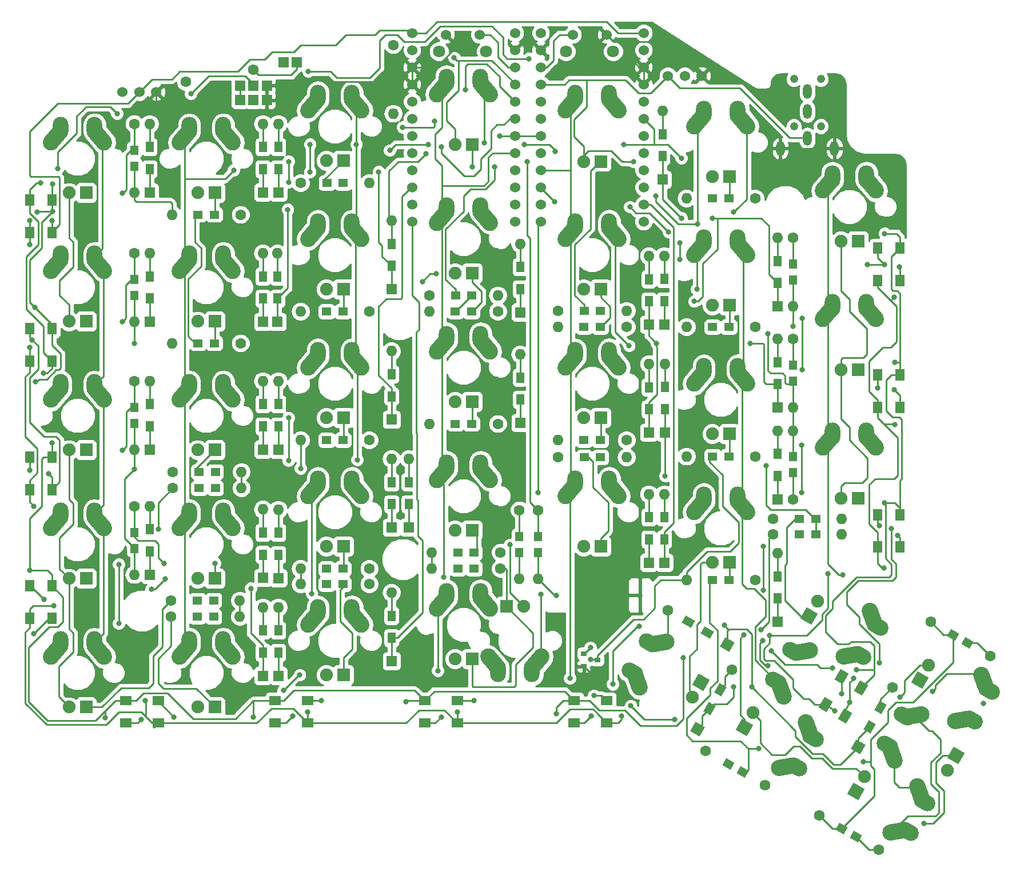
<source format=gtl>
G04 #@! TF.GenerationSoftware,KiCad,Pcbnew,(6.0.0)*
G04 #@! TF.CreationDate,2022-02-07T00:58:47-05:00*
G04 #@! TF.ProjectId,ergodash,6572676f-6461-4736-982e-6b696361645f,2.0*
G04 #@! TF.SameCoordinates,Original*
G04 #@! TF.FileFunction,Copper,L1,Top*
G04 #@! TF.FilePolarity,Positive*
%FSLAX46Y46*%
G04 Gerber Fmt 4.6, Leading zero omitted, Abs format (unit mm)*
G04 Created by KiCad (PCBNEW (6.0.0)) date 2022-02-07 00:58:47*
%MOMM*%
%LPD*%
G01*
G04 APERTURE LIST*
G04 Aperture macros list*
%AMHorizOval*
0 Thick line with rounded ends*
0 $1 width*
0 $2 $3 position (X,Y) of the first rounded end (center of the circle)*
0 $4 $5 position (X,Y) of the second rounded end (center of the circle)*
0 Add line between two ends*
20,1,$1,$2,$3,$4,$5,0*
0 Add two circle primitives to create the rounded ends*
1,1,$1,$2,$3*
1,1,$1,$4,$5*%
%AMRotRect*
0 Rectangle, with rotation*
0 The origin of the aperture is its center*
0 $1 length*
0 $2 width*
0 $3 Rotation angle, in degrees counterclockwise*
0 Add horizontal line*
21,1,$1,$2,0,0,$3*%
G04 Aperture macros list end*
G04 #@! TA.AperFunction,ComponentPad*
%ADD10C,1.600000*%
G04 #@! TD*
G04 #@! TA.AperFunction,ComponentPad*
%ADD11HorizOval,1.600000X0.000000X0.000000X0.000000X0.000000X0*%
G04 #@! TD*
G04 #@! TA.AperFunction,ComponentPad*
%ADD12O,1.600000X1.600000*%
G04 #@! TD*
G04 #@! TA.AperFunction,ComponentPad*
%ADD13C,1.524000*%
G04 #@! TD*
G04 #@! TA.AperFunction,ComponentPad*
%ADD14C,1.800000*%
G04 #@! TD*
G04 #@! TA.AperFunction,ComponentPad*
%ADD15R,1.524000X1.524000*%
G04 #@! TD*
G04 #@! TA.AperFunction,WasherPad*
%ADD16C,1.210000*%
G04 #@! TD*
G04 #@! TA.AperFunction,ComponentPad*
%ADD17O,1.300000X2.200000*%
G04 #@! TD*
G04 #@! TA.AperFunction,ComponentPad*
%ADD18R,1.200000X1.400000*%
G04 #@! TD*
G04 #@! TA.AperFunction,ComponentPad*
%ADD19R,1.400000X1.200000*%
G04 #@! TD*
G04 #@! TA.AperFunction,ComponentPad*
%ADD20RotRect,1.400000X1.200000X330.000000*%
G04 #@! TD*
G04 #@! TA.AperFunction,ComponentPad*
%ADD21HorizOval,1.600000X0.000000X0.000000X0.000000X0.000000X0*%
G04 #@! TD*
G04 #@! TA.AperFunction,ComponentPad*
%ADD22R,1.905000X1.905000*%
G04 #@! TD*
G04 #@! TA.AperFunction,ComponentPad*
%ADD23C,1.905000*%
G04 #@! TD*
G04 #@! TA.AperFunction,ComponentPad*
%ADD24RotRect,1.905000X1.905000X60.000000*%
G04 #@! TD*
G04 #@! TA.AperFunction,ComponentPad*
%ADD25RotRect,1.600000X1.600000X60.000000*%
G04 #@! TD*
G04 #@! TA.AperFunction,ComponentPad*
%ADD26RotRect,1.600000X1.200000X60.000000*%
G04 #@! TD*
G04 #@! TA.AperFunction,ComponentPad*
%ADD27HorizOval,1.600000X0.000000X0.000000X0.000000X0.000000X0*%
G04 #@! TD*
G04 #@! TA.AperFunction,SMDPad,CuDef*
%ADD28R,0.900000X0.800000*%
G04 #@! TD*
G04 #@! TA.AperFunction,ComponentPad*
%ADD29HorizOval,2.400000X0.578509X0.689440X-0.578509X-0.689440X0*%
G04 #@! TD*
G04 #@! TA.AperFunction,ComponentPad*
%ADD30O,2.300000X3.337000*%
G04 #@! TD*
G04 #@! TA.AperFunction,ComponentPad*
%ADD31HorizOval,2.400000X0.578509X-0.689440X-0.578509X0.689440X0*%
G04 #@! TD*
G04 #@! TA.AperFunction,ComponentPad*
%ADD32HorizOval,2.400000X0.307818X-0.845723X-0.307818X0.845723X0*%
G04 #@! TD*
G04 #@! TA.AperFunction,ComponentPad*
%ADD33HorizOval,2.300000X-0.449034X0.259250X0.449034X-0.259250X0*%
G04 #@! TD*
G04 #@! TA.AperFunction,ComponentPad*
%ADD34HorizOval,2.400000X-0.886327X-0.156283X0.886327X0.156283X0*%
G04 #@! TD*
G04 #@! TA.AperFunction,ComponentPad*
%ADD35HorizOval,2.400000X-0.307818X0.845723X0.307818X-0.845723X0*%
G04 #@! TD*
G04 #@! TA.AperFunction,ComponentPad*
%ADD36HorizOval,2.400000X0.886327X0.156283X-0.886327X-0.156283X0*%
G04 #@! TD*
G04 #@! TA.AperFunction,ComponentPad*
%ADD37HorizOval,2.400000X-0.578509X-0.689440X0.578509X0.689440X0*%
G04 #@! TD*
G04 #@! TA.AperFunction,ComponentPad*
%ADD38HorizOval,2.400000X-0.578509X0.689440X0.578509X-0.689440X0*%
G04 #@! TD*
G04 #@! TA.AperFunction,ComponentPad*
%ADD39RotRect,1.905000X1.905000X240.000000*%
G04 #@! TD*
G04 #@! TA.AperFunction,ComponentPad*
%ADD40RotRect,1.400000X1.200000X150.000000*%
G04 #@! TD*
G04 #@! TA.AperFunction,ComponentPad*
%ADD41HorizOval,1.600000X0.000000X0.000000X0.000000X0.000000X0*%
G04 #@! TD*
G04 #@! TA.AperFunction,ComponentPad*
%ADD42R,1.200000X1.600000*%
G04 #@! TD*
G04 #@! TA.AperFunction,ComponentPad*
%ADD43R,1.600000X1.600000*%
G04 #@! TD*
G04 #@! TA.AperFunction,ComponentPad*
%ADD44RotRect,1.600000X1.200000X150.000000*%
G04 #@! TD*
G04 #@! TA.AperFunction,ComponentPad*
%ADD45RotRect,1.600000X1.600000X150.000000*%
G04 #@! TD*
G04 #@! TA.AperFunction,SMDPad,CuDef*
%ADD46R,1.400000X1.800000*%
G04 #@! TD*
G04 #@! TA.AperFunction,SMDPad,CuDef*
%ADD47R,1.800000X1.400000*%
G04 #@! TD*
G04 #@! TA.AperFunction,SMDPad,CuDef*
%ADD48RotRect,1.400000X1.800000X150.000000*%
G04 #@! TD*
G04 #@! TA.AperFunction,ViaPad*
%ADD49C,0.800000*%
G04 #@! TD*
G04 #@! TA.AperFunction,Conductor*
%ADD50C,0.254000*%
G04 #@! TD*
G04 APERTURE END LIST*
D10*
X102997000Y-46609000D03*
D11*
X113002647Y-44844735D03*
D10*
X133731000Y-41148000D03*
D12*
X133731000Y-51308000D03*
D13*
X160314000Y-39624000D03*
X165314000Y-39624000D03*
D14*
X159314000Y-42124000D03*
X166314000Y-42124000D03*
D15*
X117491000Y-43688000D03*
X119491000Y-43688000D03*
D16*
X197072000Y-53204000D03*
X193072000Y-53204000D03*
X193072000Y-46204000D03*
X197072000Y-46204000D03*
D17*
X195072000Y-55004000D03*
X195072000Y-48004000D03*
X195072000Y-51004000D03*
X191072000Y-56504000D03*
X199072000Y-56504000D03*
D13*
X93639000Y-48133000D03*
X96139000Y-48133000D03*
X98639000Y-48133000D03*
X174411000Y-45720000D03*
X176911000Y-45720000D03*
X179411000Y-45720000D03*
D10*
X95377000Y-52832000D03*
D18*
X95377000Y-56732000D03*
D12*
X95377000Y-62992000D03*
D18*
X95377000Y-59132000D03*
D10*
X111125000Y-66294000D03*
D19*
X107225000Y-66294000D03*
D12*
X100965000Y-66294000D03*
D19*
X104825000Y-66294000D03*
D10*
X120015000Y-61595000D03*
D19*
X123915000Y-61595000D03*
X126315000Y-61595000D03*
D12*
X130175000Y-61595000D03*
D19*
X142965000Y-78232000D03*
D10*
X139065000Y-78232000D03*
D19*
X145365000Y-78232000D03*
D12*
X149225000Y-78232000D03*
D19*
X162015000Y-80518000D03*
D10*
X158115000Y-80518000D03*
D12*
X168275000Y-80518000D03*
D19*
X164415000Y-80518000D03*
X183425000Y-63881000D03*
D10*
X187325000Y-63881000D03*
D19*
X181025000Y-63881000D03*
D12*
X177165000Y-63881000D03*
D18*
X192913000Y-73623000D03*
D10*
X192913000Y-69723000D03*
D12*
X192913000Y-79883000D03*
D18*
X192913000Y-76023000D03*
D10*
X95377000Y-72009000D03*
D18*
X95377000Y-75909000D03*
D12*
X95377000Y-82169000D03*
D18*
X95377000Y-78309000D03*
D19*
X107225000Y-85344000D03*
D10*
X111125000Y-85344000D03*
D12*
X100965000Y-85344000D03*
D19*
X104825000Y-85344000D03*
X126275000Y-80645000D03*
D10*
X130175000Y-80645000D03*
D12*
X120015000Y-80645000D03*
D19*
X123875000Y-80645000D03*
X145325000Y-80645000D03*
D10*
X149225000Y-80645000D03*
D12*
X139065000Y-80645000D03*
D19*
X142925000Y-80645000D03*
X164375000Y-82931000D03*
D10*
X168275000Y-82931000D03*
D19*
X161975000Y-82931000D03*
D12*
X158115000Y-82931000D03*
D19*
X183425000Y-82931000D03*
D10*
X187325000Y-82931000D03*
D12*
X177165000Y-82931000D03*
D19*
X181025000Y-82931000D03*
D18*
X192913000Y-88609000D03*
D10*
X192913000Y-84709000D03*
D12*
X192913000Y-94869000D03*
D18*
X192913000Y-91009000D03*
D10*
X95377000Y-90932000D03*
D18*
X95377000Y-94832000D03*
D12*
X95377000Y-101092000D03*
D18*
X95377000Y-97232000D03*
D10*
X101092000Y-104394000D03*
D19*
X104992000Y-104394000D03*
X107392000Y-104394000D03*
D12*
X111252000Y-104394000D03*
D19*
X126275000Y-99695000D03*
D10*
X130175000Y-99695000D03*
D19*
X123875000Y-99695000D03*
D12*
X120015000Y-99695000D03*
D10*
X149225000Y-97282000D03*
D19*
X145325000Y-97282000D03*
D12*
X139065000Y-97282000D03*
D19*
X142925000Y-97282000D03*
D10*
X168275000Y-99695000D03*
D19*
X164375000Y-99695000D03*
X161975000Y-99695000D03*
D12*
X158115000Y-99695000D03*
D19*
X183425000Y-102108000D03*
D10*
X187325000Y-102108000D03*
D12*
X177165000Y-102108000D03*
D19*
X181025000Y-102108000D03*
D10*
X192913000Y-108458000D03*
D18*
X192913000Y-104558000D03*
D12*
X192913000Y-98298000D03*
D18*
X192913000Y-102158000D03*
D19*
X104992000Y-106807000D03*
D10*
X101092000Y-106807000D03*
D19*
X107392000Y-106807000D03*
D12*
X111252000Y-106807000D03*
D18*
X95377000Y-113374000D03*
D10*
X95377000Y-109474000D03*
D18*
X95377000Y-115774000D03*
D12*
X95377000Y-119634000D03*
D19*
X126275000Y-118745000D03*
D10*
X130175000Y-118745000D03*
D19*
X123875000Y-118745000D03*
D12*
X120015000Y-118745000D03*
D10*
X149606000Y-116332000D03*
D19*
X145706000Y-116332000D03*
D12*
X139446000Y-116332000D03*
D19*
X143306000Y-116332000D03*
D10*
X187325000Y-120396000D03*
D19*
X183425000Y-120396000D03*
D12*
X177165000Y-120396000D03*
D19*
X181025000Y-120396000D03*
D10*
X180019212Y-145722000D03*
D20*
X183396711Y-147672000D03*
D21*
X188818030Y-150802000D03*
D20*
X185475172Y-148872000D03*
D19*
X104738000Y-123444000D03*
D10*
X100838000Y-123444000D03*
D12*
X110998000Y-123444000D03*
D19*
X107138000Y-123444000D03*
D10*
X100838000Y-125857000D03*
D19*
X104738000Y-125857000D03*
X107138000Y-125857000D03*
D12*
X110998000Y-125857000D03*
D19*
X126275000Y-121031000D03*
D10*
X130175000Y-121031000D03*
D12*
X120015000Y-121031000D03*
D19*
X123875000Y-121031000D03*
D10*
X149606000Y-118745000D03*
D19*
X145706000Y-118745000D03*
X143306000Y-118745000D03*
D12*
X139446000Y-118745000D03*
D22*
X88265000Y-63055500D03*
D23*
X85725000Y-63055500D03*
D22*
X107315000Y-63055500D03*
D23*
X104775000Y-63055500D03*
D22*
X126365000Y-58293000D03*
D23*
X123825000Y-58293000D03*
D22*
X145415000Y-55911750D03*
D23*
X142875000Y-55911750D03*
D22*
X164465000Y-58420000D03*
D23*
X161925000Y-58420000D03*
D22*
X183515000Y-60674250D03*
D23*
X180975000Y-60674250D03*
D22*
X202565000Y-70199250D03*
D23*
X200025000Y-70199250D03*
D22*
X88265000Y-82105500D03*
D23*
X85725000Y-82105500D03*
D22*
X107315000Y-82105500D03*
D23*
X104775000Y-82105500D03*
D22*
X126365000Y-77343000D03*
D23*
X123825000Y-77343000D03*
D22*
X145415000Y-74961750D03*
D23*
X142875000Y-74961750D03*
D22*
X164465000Y-77343000D03*
D23*
X161925000Y-77343000D03*
D22*
X183515000Y-79724250D03*
D23*
X180975000Y-79724250D03*
D22*
X202565000Y-89249250D03*
D23*
X200025000Y-89249250D03*
D22*
X88265000Y-101155500D03*
D23*
X85725000Y-101155500D03*
D22*
X107315000Y-101155500D03*
D23*
X104775000Y-101155500D03*
D22*
X126365000Y-96393000D03*
D23*
X123825000Y-96393000D03*
D22*
X145415000Y-94011750D03*
D23*
X142875000Y-94011750D03*
D22*
X164465000Y-96393000D03*
D23*
X161925000Y-96393000D03*
D22*
X183515000Y-98774250D03*
D23*
X180975000Y-98774250D03*
D22*
X202565000Y-108299250D03*
D23*
X200025000Y-108299250D03*
D22*
X88265000Y-120205500D03*
D23*
X85725000Y-120205500D03*
D22*
X107315000Y-120205500D03*
D23*
X104775000Y-120205500D03*
D22*
X126365000Y-115443000D03*
D23*
X123825000Y-115443000D03*
D22*
X145415000Y-113061750D03*
D23*
X142875000Y-113061750D03*
D22*
X164465000Y-115443000D03*
D23*
X161925000Y-115443000D03*
D22*
X183515000Y-117824250D03*
D23*
X180975000Y-117824250D03*
D24*
X179326409Y-135615398D03*
D23*
X178056409Y-137815102D03*
D22*
X88265000Y-139255500D03*
D23*
X85725000Y-139255500D03*
D22*
X107315000Y-139255500D03*
D23*
X104775000Y-139255500D03*
D22*
X126365000Y-134493000D03*
D23*
X123825000Y-134493000D03*
D22*
X145415000Y-132111750D03*
D23*
X142875000Y-132111750D03*
D13*
X136525000Y-39370000D03*
X136525000Y-41910000D03*
X136525000Y-44450000D03*
X136525000Y-46990000D03*
X136525000Y-49530000D03*
X136525000Y-52070000D03*
X136525000Y-54610000D03*
X136525000Y-57150000D03*
X136525000Y-59690000D03*
X136525000Y-62230000D03*
X136525000Y-64770000D03*
X136525000Y-67310000D03*
X151765000Y-67310000D03*
X151765000Y-64770000D03*
X151765000Y-62230000D03*
X151765000Y-59690000D03*
X151765000Y-57150000D03*
X151765000Y-54610000D03*
X151765000Y-52070000D03*
X151765000Y-49530000D03*
X151765000Y-46990000D03*
X151765000Y-44450000D03*
X151765000Y-41910000D03*
X151765000Y-39370000D03*
D22*
X150495000Y-124333000D03*
D23*
X153035000Y-124333000D03*
D25*
X202565000Y-145161000D03*
D26*
X204290000Y-142173212D03*
X205920000Y-139349970D03*
D27*
X207645000Y-136362182D03*
D28*
X161957000Y-131323000D03*
X161957000Y-133223000D03*
X163957000Y-132273000D03*
D29*
X102684951Y-54899269D03*
D30*
X103525000Y-53475500D03*
D31*
X109405049Y-54899269D03*
D30*
X108565000Y-53475500D03*
D29*
X102684951Y-73949269D03*
D30*
X103525000Y-72525500D03*
D31*
X109405049Y-73949269D03*
D30*
X108565000Y-72525500D03*
D29*
X102684951Y-92999269D03*
D30*
X103525000Y-91575500D03*
D31*
X109405049Y-92999269D03*
D30*
X108565000Y-91575500D03*
X103525000Y-110625500D03*
D29*
X102684951Y-112049269D03*
D31*
X109405049Y-112049269D03*
D30*
X108565000Y-110625500D03*
D29*
X121734951Y-107286769D03*
D30*
X122575000Y-105863000D03*
X127615000Y-105863000D03*
D31*
X128455049Y-107286769D03*
D30*
X141625000Y-46331750D03*
D29*
X140784951Y-47755519D03*
D30*
X146665000Y-46331750D03*
D31*
X147505049Y-47755519D03*
D29*
X140784951Y-66805519D03*
D30*
X141625000Y-65381750D03*
X146665000Y-65381750D03*
D31*
X147505049Y-66805519D03*
D29*
X140784951Y-85855519D03*
D30*
X141625000Y-84431750D03*
X146665000Y-84431750D03*
D31*
X147505049Y-85855519D03*
D29*
X140784951Y-104905519D03*
D30*
X141625000Y-103481750D03*
X146665000Y-103481750D03*
D31*
X147505049Y-104905519D03*
D29*
X159834951Y-50136769D03*
D30*
X160675000Y-48713000D03*
D31*
X166555049Y-50136769D03*
D30*
X165715000Y-48713000D03*
X160675000Y-67763000D03*
D29*
X159834951Y-69186769D03*
D30*
X165715000Y-67763000D03*
D31*
X166555049Y-69186769D03*
D29*
X159834951Y-88236769D03*
D30*
X160675000Y-86813000D03*
D31*
X166555049Y-88236769D03*
D30*
X165715000Y-86813000D03*
D29*
X159834951Y-107286769D03*
D30*
X160675000Y-105863000D03*
D31*
X166555049Y-107286769D03*
D30*
X165715000Y-105863000D03*
X179725000Y-51094250D03*
D29*
X178884951Y-52518019D03*
D31*
X185605049Y-52518019D03*
D30*
X184765000Y-51094250D03*
D29*
X197934951Y-62043019D03*
D30*
X198775000Y-60619250D03*
D31*
X204655049Y-62043019D03*
D30*
X203815000Y-60619250D03*
D29*
X197934951Y-81093019D03*
D30*
X198775000Y-79669250D03*
X203815000Y-79669250D03*
D31*
X204655049Y-81093019D03*
D30*
X198775000Y-98719250D03*
D29*
X197934951Y-100143019D03*
D31*
X204655049Y-100143019D03*
D30*
X203815000Y-98719250D03*
D32*
X204659119Y-125830528D03*
D33*
X205472114Y-127269916D03*
D34*
X201299070Y-131650303D03*
D33*
X202952114Y-131634684D03*
D30*
X103525000Y-129675500D03*
D29*
X102684951Y-131099269D03*
D30*
X108565000Y-129675500D03*
D31*
X109405049Y-131099269D03*
D35*
X169947881Y-135547022D03*
D33*
X169134886Y-134107634D03*
D36*
X173307930Y-129727247D03*
D33*
X171654886Y-129742866D03*
X195947114Y-143767916D03*
D32*
X195134119Y-142328528D03*
D34*
X191774070Y-148148303D03*
D33*
X193427114Y-148132684D03*
D35*
X191208381Y-136823022D03*
D33*
X190395386Y-135383634D03*
D36*
X194568430Y-131003247D03*
D33*
X192915386Y-131018866D03*
D30*
X154285000Y-133913000D03*
D37*
X155125049Y-132489231D03*
D38*
X148404951Y-132489231D03*
D30*
X149245000Y-133913000D03*
D33*
X221970114Y-136794966D03*
D32*
X221157119Y-135355578D03*
D33*
X219450114Y-141159734D03*
D34*
X217797070Y-141175353D03*
D35*
X207706381Y-146348072D03*
D33*
X206893386Y-144908684D03*
X209413386Y-140543916D03*
D36*
X211066430Y-140528297D03*
D32*
X211632119Y-151853578D03*
D33*
X212445114Y-153292966D03*
X209925114Y-157657734D03*
D34*
X208272070Y-157673353D03*
D39*
X195280591Y-125762152D03*
D23*
X196550591Y-123562448D03*
D39*
X211778591Y-135287202D03*
D23*
X213048591Y-133087498D03*
D39*
X185755591Y-142260152D03*
D23*
X187025591Y-140060448D03*
D39*
X202253591Y-151785202D03*
D23*
X203523591Y-149585498D03*
D10*
X189992000Y-111379000D03*
D19*
X193892000Y-111379000D03*
D12*
X200152000Y-111379000D03*
D19*
X196292000Y-111379000D03*
D10*
X189992000Y-113665000D03*
D19*
X193892000Y-113665000D03*
D12*
X200152000Y-113665000D03*
D19*
X196292000Y-113665000D03*
D40*
X202235501Y-158451000D03*
D10*
X205613000Y-160401000D03*
D41*
X196814182Y-155321000D03*
D40*
X200157040Y-157251000D03*
D24*
X217084909Y-146416448D03*
D23*
X215814909Y-148616152D03*
D42*
X97663000Y-59542000D03*
D43*
X97663000Y-62992000D03*
D12*
X97663000Y-52832000D03*
D42*
X97663000Y-56282000D03*
X97663000Y-78719000D03*
D43*
X97663000Y-82169000D03*
D12*
X97663000Y-72009000D03*
D42*
X97663000Y-75459000D03*
D43*
X97663000Y-101092000D03*
D42*
X97663000Y-97642000D03*
D12*
X97663000Y-90932000D03*
D42*
X97663000Y-94382000D03*
X114427000Y-116671000D03*
D43*
X114427000Y-120121000D03*
D42*
X114427000Y-113411000D03*
D12*
X114427000Y-109961000D03*
D42*
X114427000Y-59542000D03*
D43*
X114427000Y-62992000D03*
D42*
X114427000Y-56282000D03*
D12*
X114427000Y-52832000D03*
D43*
X114427000Y-82169000D03*
D42*
X114427000Y-78719000D03*
X114427000Y-75459000D03*
D12*
X114427000Y-72009000D03*
D43*
X114427000Y-101092000D03*
D42*
X114427000Y-97642000D03*
X114427000Y-94382000D03*
D12*
X114427000Y-90932000D03*
D42*
X116713000Y-116692000D03*
D43*
X116713000Y-120142000D03*
D42*
X116713000Y-113432000D03*
D12*
X116713000Y-109982000D03*
D42*
X116713000Y-59542000D03*
D43*
X116713000Y-62992000D03*
D12*
X116713000Y-52832000D03*
D42*
X116713000Y-56282000D03*
D43*
X116586000Y-82169000D03*
D42*
X116586000Y-78719000D03*
D12*
X116586000Y-72009000D03*
D42*
X116586000Y-75459000D03*
D43*
X116713000Y-101092000D03*
D42*
X116713000Y-97642000D03*
X116713000Y-94382000D03*
D12*
X116713000Y-90932000D03*
D42*
X133477000Y-109199000D03*
D43*
X133477000Y-112649000D03*
D42*
X133477000Y-105939000D03*
D12*
X133477000Y-102489000D03*
D42*
X133477000Y-73893000D03*
D43*
X133477000Y-77343000D03*
D42*
X133477000Y-70633000D03*
D12*
X133477000Y-67183000D03*
D43*
X152527000Y-80772000D03*
D42*
X152527000Y-77322000D03*
X152527000Y-74062000D03*
D12*
X152527000Y-70612000D03*
D43*
X136017000Y-112628000D03*
D42*
X136017000Y-109178000D03*
X136017000Y-105918000D03*
D12*
X136017000Y-102468000D03*
D42*
X173609000Y-57637000D03*
D43*
X173609000Y-61087000D03*
D12*
X173609000Y-50927000D03*
D42*
X173609000Y-54377000D03*
X152527000Y-93684000D03*
D43*
X152527000Y-97134000D03*
D42*
X152527000Y-90424000D03*
D12*
X152527000Y-86974000D03*
D42*
X171577000Y-114406000D03*
D43*
X171577000Y-117856000D03*
D12*
X171577000Y-107696000D03*
D42*
X171577000Y-111146000D03*
X173863000Y-79100000D03*
D43*
X173863000Y-82550000D03*
D42*
X173863000Y-75840000D03*
D12*
X173863000Y-72390000D03*
D42*
X171577000Y-79121000D03*
D43*
X171577000Y-82571000D03*
D42*
X171577000Y-75861000D03*
D12*
X171577000Y-72411000D03*
D42*
X173990000Y-95102000D03*
D43*
X173990000Y-98552000D03*
D12*
X173990000Y-88392000D03*
D42*
X173990000Y-91842000D03*
X173863000Y-114406000D03*
D43*
X173863000Y-117856000D03*
D12*
X173863000Y-107696000D03*
D42*
X173863000Y-111146000D03*
D43*
X190627000Y-79883000D03*
D42*
X190627000Y-76433000D03*
D12*
X190627000Y-69723000D03*
D42*
X190627000Y-73173000D03*
D43*
X190627000Y-94869000D03*
D42*
X190627000Y-91419000D03*
D12*
X190627000Y-84709000D03*
D42*
X190627000Y-88159000D03*
D43*
X190627000Y-108458000D03*
D42*
X190627000Y-105008000D03*
D12*
X190627000Y-98298000D03*
D42*
X190627000Y-101748000D03*
X190627000Y-123148000D03*
D43*
X190627000Y-126598000D03*
D12*
X190627000Y-116438000D03*
D42*
X190627000Y-119888000D03*
D43*
X97663000Y-119634000D03*
D42*
X97663000Y-116184000D03*
X97663000Y-112924000D03*
D12*
X97663000Y-109474000D03*
D43*
X114427000Y-134620000D03*
D42*
X114427000Y-131170000D03*
D12*
X114427000Y-124460000D03*
D42*
X114427000Y-127910000D03*
X116713000Y-131170000D03*
D43*
X116713000Y-134620000D03*
D42*
X116713000Y-127910000D03*
D12*
X116713000Y-124460000D03*
D44*
X180242242Y-128249000D03*
D45*
X183230030Y-129974000D03*
D44*
X177419000Y-126619000D03*
D41*
X174431212Y-124894000D03*
D25*
X178816000Y-142494000D03*
D26*
X180541000Y-139506212D03*
D27*
X183896000Y-133695182D03*
D26*
X182171000Y-136682970D03*
D10*
X158115000Y-102235000D03*
D19*
X162015000Y-102235000D03*
X164415000Y-102235000D03*
D12*
X168275000Y-102235000D03*
D18*
X152400000Y-113988000D03*
D10*
X152400000Y-110088000D03*
D18*
X152400000Y-116388000D03*
D12*
X152400000Y-120248000D03*
D15*
X111030000Y-47159000D03*
X113030000Y-47159000D03*
X115030000Y-47159000D03*
X111030000Y-49318000D03*
X113030000Y-49318000D03*
X115030000Y-49318000D03*
D42*
X133477000Y-128990000D03*
D43*
X133477000Y-132440000D03*
D42*
X133477000Y-125730000D03*
D12*
X133477000Y-122280000D03*
D40*
X218740461Y-129724000D03*
D10*
X222117960Y-131674000D03*
D41*
X213319142Y-126594000D03*
D40*
X216662000Y-128524000D03*
D42*
X133477000Y-93218000D03*
D43*
X133477000Y-96668000D03*
D42*
X133477000Y-89958000D03*
D12*
X133477000Y-86508000D03*
D42*
X171577000Y-95123000D03*
D43*
X171577000Y-98573000D03*
D42*
X171577000Y-91863000D03*
D12*
X171577000Y-88413000D03*
D10*
X155194000Y-110109000D03*
D18*
X155194000Y-114009000D03*
X155194000Y-116409000D03*
D12*
X155194000Y-120269000D03*
D13*
X146518000Y-39624000D03*
X141518000Y-39624000D03*
D14*
X147518000Y-42124000D03*
X140518000Y-42124000D03*
D13*
X170815000Y-39370000D03*
X170815000Y-41910000D03*
X170815000Y-44450000D03*
X170815000Y-46990000D03*
X170815000Y-49530000D03*
X170815000Y-52070000D03*
X170815000Y-54610000D03*
X170815000Y-57150000D03*
X170815000Y-59690000D03*
X170815000Y-62230000D03*
X170815000Y-64770000D03*
X170815000Y-67310000D03*
X155575000Y-67310000D03*
X155575000Y-64770000D03*
X155575000Y-62230000D03*
X155575000Y-59690000D03*
X155575000Y-57150000D03*
X155575000Y-54610000D03*
X155575000Y-52070000D03*
X155575000Y-49530000D03*
X155575000Y-46990000D03*
X155575000Y-44450000D03*
X155575000Y-41910000D03*
X155575000Y-39370000D03*
D30*
X89515000Y-53475500D03*
D38*
X90355049Y-54899269D03*
D37*
X83634951Y-54899269D03*
D30*
X84475000Y-53475500D03*
X89515000Y-72525500D03*
D38*
X90355049Y-73949269D03*
D30*
X84475000Y-72525500D03*
D37*
X83634951Y-73949269D03*
D38*
X90355049Y-92999269D03*
D30*
X89515000Y-91575500D03*
X84475000Y-91575500D03*
D37*
X83634951Y-92999269D03*
D30*
X89515000Y-110625500D03*
D38*
X90355049Y-112049269D03*
D37*
X83634951Y-112049269D03*
D30*
X84475000Y-110625500D03*
X127615000Y-48713000D03*
D38*
X128455049Y-50136769D03*
D37*
X121734951Y-50136769D03*
D30*
X122575000Y-48713000D03*
X127615000Y-67763000D03*
D38*
X128455049Y-69186769D03*
D30*
X122575000Y-67763000D03*
D37*
X121734951Y-69186769D03*
D38*
X128455049Y-88236769D03*
D30*
X127615000Y-86813000D03*
D37*
X121734951Y-88236769D03*
D30*
X122575000Y-86813000D03*
X184765000Y-70144250D03*
D38*
X185605049Y-71568019D03*
D30*
X179725000Y-70144250D03*
D37*
X178884951Y-71568019D03*
D38*
X185605049Y-90618019D03*
D30*
X184765000Y-89194250D03*
X179725000Y-89194250D03*
D37*
X178884951Y-90618019D03*
D38*
X185605049Y-109668019D03*
D30*
X184765000Y-108244250D03*
X179725000Y-108244250D03*
D37*
X178884951Y-109668019D03*
D30*
X89515000Y-129675500D03*
D38*
X90355049Y-131099269D03*
D30*
X84475000Y-129675500D03*
D37*
X83634951Y-131099269D03*
D38*
X128455049Y-126336769D03*
D30*
X127615000Y-124913000D03*
X122575000Y-124913000D03*
D37*
X121734951Y-126336769D03*
D30*
X146665000Y-122531750D03*
D38*
X147505049Y-123955519D03*
D30*
X141625000Y-122531750D03*
D37*
X140784951Y-123955519D03*
D46*
X79884000Y-68948000D03*
X83184000Y-68948000D03*
X83184000Y-64148000D03*
X79884000Y-64148000D03*
X79884000Y-87998000D03*
X83184000Y-87998000D03*
X83184000Y-83198000D03*
X79884000Y-83198000D03*
X79884000Y-107048000D03*
X83184000Y-107048000D03*
X83184000Y-102248000D03*
X79884000Y-102248000D03*
X79884000Y-126098000D03*
X83184000Y-126098000D03*
X83184000Y-121298000D03*
X79884000Y-121298000D03*
D47*
X98920000Y-141604000D03*
X98920000Y-138304000D03*
X94120000Y-138304000D03*
X94120000Y-141604000D03*
X121060333Y-141604000D03*
X121060333Y-138304000D03*
X116260333Y-138304000D03*
X116260333Y-141604000D03*
X143200667Y-141604000D03*
X143200667Y-138304000D03*
X138400667Y-138304000D03*
X138400667Y-141604000D03*
X165341000Y-141604000D03*
X165341000Y-138304000D03*
X160541000Y-138304000D03*
X160541000Y-141604000D03*
D48*
X203034942Y-136414539D03*
X200177058Y-134764539D03*
X197777058Y-138921461D03*
X200634942Y-140571461D03*
D46*
X208787000Y-110757000D03*
X205487000Y-110757000D03*
X205487000Y-115557000D03*
X208787000Y-115557000D03*
X208787000Y-90056000D03*
X205487000Y-90056000D03*
X205487000Y-94856000D03*
X208787000Y-94856000D03*
X208787000Y-71260000D03*
X205487000Y-71260000D03*
X205487000Y-76060000D03*
X208787000Y-76060000D03*
D49*
X178308000Y-79140000D03*
X121412000Y-55880000D03*
X180975000Y-66802000D03*
X121412000Y-59944000D03*
X131572000Y-59944000D03*
X153162000Y-55880000D03*
X176403000Y-66802000D03*
X157734000Y-56896000D03*
X172720000Y-85344006D03*
X186563000Y-85344000D03*
X118110000Y-65532000D03*
X173990000Y-105029000D03*
X188576010Y-115443000D03*
X188576010Y-121920000D03*
X138557000Y-57277000D03*
X147193000Y-55626000D03*
X168656000Y-85725000D03*
X184150000Y-65913012D03*
X178689000Y-77343000D03*
X208661000Y-74041000D03*
X121158000Y-45085000D03*
X153797000Y-43180000D03*
X162941000Y-134220000D03*
X170284000Y-122682000D03*
X190373000Y-51308000D03*
X175133000Y-58166000D03*
X175133000Y-63881000D03*
X172593000Y-68834000D03*
X134239000Y-46609000D03*
X176403000Y-57912000D03*
X167894000Y-55880000D03*
X194310000Y-81661000D03*
X118237000Y-61468000D03*
X138049000Y-76200000D03*
X118237000Y-96393000D03*
X99949000Y-120269000D03*
X117475000Y-136779000D03*
X142748000Y-43053000D03*
X208788000Y-137776000D03*
X118237000Y-58420000D03*
X118237000Y-102743000D03*
X151003000Y-115189000D03*
X194183000Y-107442000D03*
X97917000Y-121793000D03*
X119888000Y-134493000D03*
X140081000Y-75057000D03*
X194310000Y-89281000D03*
X194183000Y-100457000D03*
X169291000Y-58420000D03*
X144399000Y-47752000D03*
X139827000Y-52451000D03*
X135128000Y-53340000D03*
X138938000Y-55880000D03*
X110109000Y-59690000D03*
X140843000Y-56261000D03*
X133223000Y-56769000D03*
X128397000Y-102616000D03*
X128270000Y-55880000D03*
X121666000Y-122428000D03*
X149479000Y-54610000D03*
X141224000Y-120015000D03*
X155575000Y-122555000D03*
X159893000Y-135001000D03*
X157607000Y-64389000D03*
X172593000Y-63500000D03*
X178816000Y-67691000D03*
X168783000Y-65151000D03*
X176149000Y-72898000D03*
X213614000Y-136905996D03*
X200279000Y-119634000D03*
X174498000Y-68834000D03*
X176149000Y-70485000D03*
X93091000Y-118110000D03*
X93091000Y-126873000D03*
X166243000Y-135871000D03*
X184150000Y-136271000D03*
X112649000Y-121666000D03*
X182753000Y-127127000D03*
X170180000Y-127254000D03*
X186817000Y-136271000D03*
X140335000Y-133858000D03*
X188468000Y-129451011D03*
X189250822Y-133115000D03*
X83185000Y-67183000D03*
X205486000Y-91948000D03*
X208407000Y-113792000D03*
X201930000Y-135001000D03*
X205759000Y-132715000D03*
X201295000Y-138557000D03*
X205740000Y-112395000D03*
X207518000Y-112776000D03*
X206502000Y-108966000D03*
X143256000Y-139954000D03*
X79883000Y-67183000D03*
X208026000Y-88138000D03*
X202311000Y-133731000D03*
X121031000Y-139954000D03*
X83439000Y-124206000D03*
X206502000Y-69088000D03*
X198755000Y-133477000D03*
X97028000Y-138303000D03*
X167513000Y-140589000D03*
X103759000Y-48387000D03*
X79883000Y-70739000D03*
X189738000Y-130937000D03*
X80518000Y-109474000D03*
X79883000Y-85979000D03*
X135636000Y-138430000D03*
X208026000Y-97409000D03*
X83312000Y-61722000D03*
X207899000Y-78486000D03*
X91059000Y-140843000D03*
X113030000Y-140716000D03*
X80645000Y-80010000D03*
X189490212Y-128656387D03*
X83185000Y-100076000D03*
X83312000Y-65786000D03*
X206375000Y-118618000D03*
X79883000Y-118999000D03*
X84074000Y-59436000D03*
X157861000Y-140208000D03*
X176673001Y-131972000D03*
X198120000Y-119507004D03*
X81026000Y-65913000D03*
X92837000Y-51308000D03*
X199136000Y-139827000D03*
X80772000Y-91059000D03*
X81915000Y-89789000D03*
X81534000Y-61595000D03*
X82677000Y-104648000D03*
X80264000Y-84836000D03*
X79883000Y-104140000D03*
X80518000Y-128397000D03*
X82042000Y-123317000D03*
X101219000Y-140716000D03*
X123063000Y-138303000D03*
X96393000Y-141097000D03*
X145669000Y-138303000D03*
X118872000Y-140589000D03*
X163449000Y-137541000D03*
X140843000Y-140716000D03*
X200177058Y-137287000D03*
X168910000Y-139065000D03*
X175387000Y-141097000D03*
X163068000Y-140589000D03*
X203962000Y-73660000D03*
X206502000Y-73660000D03*
X207899000Y-92202000D03*
X93599000Y-63119000D03*
X148717000Y-59182000D03*
X145415000Y-59182000D03*
X93599000Y-82169000D03*
X93599000Y-101219000D03*
X98933000Y-112903006D03*
X99822000Y-117983000D03*
X107315000Y-117964002D03*
X162941000Y-130429000D03*
X203346000Y-147318605D03*
X120015000Y-103886000D03*
X162941000Y-132207000D03*
X192913000Y-82804000D03*
X189230000Y-83947000D03*
X188976000Y-103505000D03*
X187833000Y-145415000D03*
X95377000Y-104013000D03*
X95377000Y-85344000D03*
X155194000Y-107442000D03*
X153543000Y-58420000D03*
X221107000Y-138684000D03*
X185674000Y-128524000D03*
X188213998Y-127762002D03*
X212344000Y-156464000D03*
X157884000Y-122682000D03*
D50*
X153162000Y-55880000D02*
X156845000Y-55880000D01*
X156845000Y-55880000D02*
X157734000Y-56769000D01*
X157734000Y-56769000D02*
X157734000Y-56896000D01*
X131572000Y-59944000D02*
X131572000Y-70358000D01*
X131572000Y-70358000D02*
X132080000Y-70866000D01*
X132080000Y-70866000D02*
X132080000Y-72496000D01*
X132080000Y-72496000D02*
X133477000Y-73893000D01*
X121412000Y-55880000D02*
X121412000Y-59944000D01*
X181737000Y-66802000D02*
X188214000Y-66802000D01*
X179578000Y-78435685D02*
X179578000Y-73533000D01*
X178873685Y-79140000D02*
X179578000Y-78435685D01*
X189357000Y-75163000D02*
X190627000Y-76433000D01*
X176003001Y-66402001D02*
X176403000Y-66802000D01*
X189357000Y-67945000D02*
X189357000Y-75163000D01*
X133477000Y-73893000D02*
X133477000Y-77343000D01*
X97663000Y-59542000D02*
X97663000Y-62992000D01*
X181737000Y-71374000D02*
X181737000Y-66802000D01*
X180975000Y-66802000D02*
X181737000Y-66802000D01*
X190627000Y-76433000D02*
X190627000Y-79883000D01*
X178308000Y-79140000D02*
X178873685Y-79140000D01*
X114427000Y-59542000D02*
X114427000Y-62992000D01*
X173609000Y-61087000D02*
X173609000Y-64008000D01*
X173863000Y-82550000D02*
X173863000Y-81496000D01*
X173863000Y-81496000D02*
X173863000Y-79100000D01*
X173609000Y-64008000D02*
X176003001Y-66402001D01*
X173609000Y-57637000D02*
X173609000Y-61087000D01*
X188214000Y-66802000D02*
X189357000Y-67945000D01*
X116713000Y-59542000D02*
X116713000Y-62992000D01*
X179578000Y-73533000D02*
X181737000Y-71374000D01*
X97663000Y-52832000D02*
X97663000Y-56282000D01*
X188595000Y-91059000D02*
X188955000Y-91419000D01*
X188955000Y-91419000D02*
X190627000Y-91419000D01*
X188468000Y-85344000D02*
X188595000Y-85471000D01*
X188595000Y-85471000D02*
X188595000Y-91059000D01*
X118110000Y-77195000D02*
X116586000Y-78719000D01*
X118110000Y-65532000D02*
X118110000Y-73406000D01*
X118110000Y-73406000D02*
X118110000Y-77195000D01*
X171577000Y-79121000D02*
X171577000Y-82571000D01*
X171577000Y-94069000D02*
X172758001Y-92887999D01*
X172758001Y-92887999D02*
X172758001Y-85947692D01*
X152527000Y-77322000D02*
X152527000Y-80772000D01*
X171577000Y-97519000D02*
X171577000Y-95123000D01*
X116586000Y-82169000D02*
X116586000Y-78719000D01*
X172758001Y-85947692D02*
X172720000Y-85909691D01*
X114427000Y-82169000D02*
X114427000Y-78719000D01*
X171577000Y-84201006D02*
X172320001Y-84944007D01*
X172720000Y-85909691D02*
X172720000Y-85344006D01*
X97663000Y-82169000D02*
X97663000Y-78719000D01*
X186563000Y-85344000D02*
X188468000Y-85344000D01*
X171577000Y-98573000D02*
X171577000Y-97519000D01*
X190627000Y-91419000D02*
X190627000Y-94869000D01*
X172320001Y-84944007D02*
X172720000Y-85344006D01*
X171577000Y-82571000D02*
X171577000Y-84201006D01*
X171577000Y-95123000D02*
X171577000Y-94069000D01*
X97663000Y-75459000D02*
X97663000Y-72009000D01*
X173990000Y-105029000D02*
X173990000Y-98552000D01*
X131572000Y-79883000D02*
X131572000Y-90123001D01*
X114427000Y-97642000D02*
X114427000Y-101092000D01*
X133477000Y-92164000D02*
X133477000Y-93218000D01*
X116713000Y-100038000D02*
X116713000Y-97642000D01*
X97663000Y-97642000D02*
X97663000Y-101092000D01*
X173990000Y-98552000D02*
X173990000Y-95102000D01*
X152527000Y-94738000D02*
X152527000Y-97134000D01*
X190627000Y-105008000D02*
X190627000Y-108458000D01*
X133477000Y-92028001D02*
X133477000Y-92164000D01*
X135001000Y-63627000D02*
X135001000Y-78613000D01*
X133477000Y-92922000D02*
X133477000Y-93976000D01*
X134874000Y-78740000D02*
X132715000Y-78740000D01*
X152527000Y-93684000D02*
X152527000Y-94738000D01*
X131572000Y-90123001D02*
X133477000Y-92028001D01*
X135001000Y-78613000D02*
X134874000Y-78740000D01*
X133477000Y-94272000D02*
X133477000Y-96668000D01*
X136525000Y-62230000D02*
X136398000Y-62230000D01*
X116713000Y-101092000D02*
X116713000Y-100038000D01*
X136398000Y-62230000D02*
X135001000Y-63627000D01*
X132715000Y-78740000D02*
X131572000Y-79883000D01*
X133477000Y-93218000D02*
X133477000Y-94272000D01*
X97663000Y-90932000D02*
X97663000Y-94382000D01*
X190627000Y-124202000D02*
X190627000Y-126598000D01*
X170815000Y-64770000D02*
X171450000Y-64770000D01*
X170815000Y-64770000D02*
X170942000Y-64770000D01*
X170815000Y-64770000D02*
X171892630Y-64770000D01*
X136017000Y-110232000D02*
X136017000Y-112628000D01*
X173863000Y-117856000D02*
X173863000Y-114406000D01*
X188576010Y-121920000D02*
X188576010Y-115443000D01*
X114427000Y-116671000D02*
X114427000Y-117725000D01*
X171577000Y-114406000D02*
X171577000Y-117856000D01*
X114427000Y-117725000D02*
X114427000Y-120121000D01*
X133477000Y-109199000D02*
X133477000Y-112649000D01*
X171892630Y-64770000D02*
X175279001Y-68156371D01*
X175279001Y-111935999D02*
X173863000Y-113352000D01*
X190627000Y-123148000D02*
X190627000Y-124202000D01*
X175279001Y-68156371D02*
X175279001Y-111935999D01*
X136017000Y-109178000D02*
X136017000Y-110232000D01*
X173863000Y-113352000D02*
X173863000Y-114406000D01*
X116713000Y-120142000D02*
X116713000Y-116692000D01*
X114427000Y-112357000D02*
X114427000Y-109961000D01*
X114427000Y-113411000D02*
X114427000Y-112357000D01*
X114427000Y-52832000D02*
X114427000Y-56282000D01*
X114427000Y-72009000D02*
X114427000Y-75459000D01*
X114427000Y-90932000D02*
X114427000Y-94382000D01*
X116713000Y-113432000D02*
X116713000Y-109982000D01*
X116713000Y-52832000D02*
X116713000Y-56282000D01*
X116586000Y-72009000D02*
X116586000Y-75459000D01*
X116713000Y-92063370D02*
X116713000Y-94382000D01*
X116713000Y-90932000D02*
X116713000Y-92063370D01*
X133477000Y-102489000D02*
X133477000Y-105939000D01*
X147669250Y-48291750D02*
X147193000Y-48768000D01*
X147193000Y-48768000D02*
X147193000Y-55372000D01*
X138557000Y-57277000D02*
X137414000Y-58420000D01*
X133096000Y-66802000D02*
X133477000Y-67183000D01*
X137414000Y-58420000D02*
X134493000Y-58420000D01*
X133096000Y-59817000D02*
X134493000Y-58420000D01*
X147955000Y-48291750D02*
X147669250Y-48291750D01*
X133096000Y-59817000D02*
X133096000Y-66802000D01*
X133477000Y-67183000D02*
X133477000Y-70633000D01*
X147193000Y-55372000D02*
X147193000Y-55626000D01*
X152527000Y-74062000D02*
X152527000Y-70612000D01*
X133477000Y-86508000D02*
X133477000Y-89958000D01*
X133477000Y-86212000D02*
X133477000Y-87343370D01*
X136017000Y-102468000D02*
X136017000Y-105918000D01*
X173609000Y-54377000D02*
X173609000Y-50927000D01*
X166624000Y-83693000D02*
X168656000Y-85725000D01*
X171577000Y-91863000D02*
X171577000Y-88413000D01*
X165715000Y-69685500D02*
X166624000Y-70594500D01*
X166624000Y-70594500D02*
X166624000Y-83693000D01*
X165715000Y-67763000D02*
X165715000Y-69685500D01*
X152527000Y-88105370D02*
X152527000Y-90424000D01*
X152527000Y-86974000D02*
X152527000Y-88105370D01*
X171577000Y-107696000D02*
X171577000Y-111146000D01*
X186055000Y-53054250D02*
X186055000Y-64008012D01*
X173863000Y-72390000D02*
X173863000Y-75840000D01*
X184549999Y-65513013D02*
X184150000Y-65913012D01*
X186055000Y-64008012D02*
X184549999Y-65513013D01*
X178689000Y-72358250D02*
X178435000Y-72104250D01*
X171577000Y-75861000D02*
X171577000Y-74807000D01*
X178689000Y-77343000D02*
X178689000Y-72358250D01*
X171577000Y-74807000D02*
X171577000Y-72411000D01*
X173990000Y-91842000D02*
X173990000Y-88392000D01*
X173863000Y-111146000D02*
X173863000Y-107696000D01*
X190627000Y-73173000D02*
X190627000Y-69723000D01*
X203835000Y-79089250D02*
X203835000Y-80359250D01*
X203835000Y-80359250D02*
X205105000Y-81629250D01*
X190627000Y-88159000D02*
X190627000Y-84709000D01*
X203835000Y-98139250D02*
X203835000Y-99409250D01*
X203835000Y-99409250D02*
X205105000Y-100679250D01*
X190627000Y-98298000D02*
X190627000Y-101748000D01*
X190627000Y-116438000D02*
X190627000Y-117569370D01*
X190627000Y-117569370D02*
X190627000Y-119888000D01*
X208661000Y-74041000D02*
X208787000Y-74167000D01*
X208787000Y-74167000D02*
X208787000Y-76060000D01*
X138430000Y-40640000D02*
X140716000Y-38354000D01*
X149987000Y-40005000D02*
X149987000Y-42545000D01*
X149987000Y-42545000D02*
X150622000Y-43180000D01*
X150622000Y-43180000D02*
X153797000Y-43180000D01*
X134366000Y-39624000D02*
X135382000Y-40640000D01*
X132588000Y-39624000D02*
X134366000Y-39624000D01*
X148463000Y-38481000D02*
X148590000Y-38608000D01*
X148590000Y-38608000D02*
X149987000Y-40005000D01*
X148336000Y-38354000D02*
X148463000Y-38481000D01*
X131699000Y-40513000D02*
X132588000Y-39624000D01*
X125221998Y-45846998D02*
X124460000Y-45085000D01*
X131699000Y-44576998D02*
X130301998Y-45974000D01*
X130301998Y-45974000D02*
X125349000Y-45974000D01*
X125349000Y-45974000D02*
X125221998Y-45846998D01*
X147955000Y-38354000D02*
X148336000Y-38354000D01*
X131699000Y-40513000D02*
X131699000Y-44323000D01*
X135382000Y-40640000D02*
X138430000Y-40640000D01*
X121158000Y-45085000D02*
X123444000Y-45085000D01*
X140716000Y-38354000D02*
X147955000Y-38354000D01*
X123444000Y-45085000D02*
X124460000Y-45085000D01*
X131699000Y-44323000D02*
X131699000Y-44576998D01*
X179411000Y-45172000D02*
X174879000Y-40640000D01*
X174879000Y-40640000D02*
X168783000Y-40640000D01*
X166330000Y-40640000D02*
X165314000Y-39624000D01*
X142494000Y-42037000D02*
X142494000Y-40600000D01*
X142494000Y-40600000D02*
X141518000Y-39624000D01*
X140081000Y-44450000D02*
X136525000Y-44450000D01*
X170180000Y-44450000D02*
X168783000Y-43053000D01*
X168783000Y-43053000D02*
X168783000Y-40640000D01*
X168783000Y-40640000D02*
X166330000Y-40640000D01*
X183261000Y-46863000D02*
X185547000Y-46863000D01*
X180554000Y-46863000D02*
X179411000Y-45720000D01*
X172593000Y-68834000D02*
X170180000Y-71247000D01*
X199072000Y-56504000D02*
X191072000Y-56504000D01*
X185547000Y-46863000D02*
X185928000Y-46863000D01*
X115030000Y-47159000D02*
X115030000Y-49318000D01*
X170180000Y-120324000D02*
X170284000Y-120428000D01*
X141518000Y-39624000D02*
X140970000Y-39624000D01*
X170815000Y-44450000D02*
X171069000Y-44450000D01*
X183261000Y-46863000D02*
X180554000Y-46863000D01*
X175133000Y-58166000D02*
X175133000Y-63881000D01*
X121666000Y-45974000D02*
X120481000Y-47159000D01*
X179411000Y-45720000D02*
X179411000Y-45172000D01*
X162941000Y-134207000D02*
X161957000Y-133223000D01*
X170815000Y-44450000D02*
X170180000Y-44450000D01*
X98601019Y-47698880D02*
X98625880Y-47698880D01*
X123952000Y-45974000D02*
X121666000Y-45974000D01*
X115030000Y-50578000D02*
X114681000Y-50927000D01*
X142494000Y-42037000D02*
X140081000Y-44450000D01*
X162941000Y-134220000D02*
X162941000Y-134207000D01*
X170180000Y-71247000D02*
X170180000Y-120324000D01*
X98639000Y-49744000D02*
X98639000Y-48133000D01*
X134239000Y-46609000D02*
X124587000Y-46609000D01*
X124587000Y-46609000D02*
X123952000Y-45974000D01*
X99822000Y-50927000D02*
X98639000Y-49744000D01*
X170815000Y-46990000D02*
X170815000Y-44450000D01*
X185928000Y-46863000D02*
X190373000Y-51308000D01*
X115030000Y-49318000D02*
X115030000Y-50578000D01*
X114681000Y-50927000D02*
X99822000Y-50927000D01*
X136525000Y-46990000D02*
X136525000Y-44450000D01*
X170284000Y-120428000D02*
X170284000Y-122682000D01*
X120481000Y-47159000D02*
X115030000Y-47159000D01*
X176276000Y-57912000D02*
X176403000Y-57912000D01*
X171958000Y-55880000D02*
X167894000Y-55880000D01*
X174371000Y-55880000D02*
X176403000Y-57912000D01*
X170815000Y-52070000D02*
X170815000Y-51689000D01*
X171958000Y-55880000D02*
X172339000Y-55880000D01*
X172339000Y-53594000D02*
X172339000Y-55880000D01*
X170815000Y-52070000D02*
X172339000Y-53594000D01*
X172339000Y-55880000D02*
X174371000Y-55880000D01*
X170053000Y-48260000D02*
X171871000Y-48260000D01*
X171871000Y-48260000D02*
X174411000Y-45720000D01*
X174411000Y-45760000D02*
X176149000Y-47498000D01*
X176149000Y-47498000D02*
X185039000Y-47498000D01*
X185039000Y-47498000D02*
X192405000Y-54864000D01*
X192405000Y-54864000D02*
X194932000Y-54864000D01*
X194932000Y-54864000D02*
X195072000Y-55004000D01*
X151765000Y-46863000D02*
X148335998Y-43433998D01*
X148335998Y-43433998D02*
X146811998Y-43433998D01*
X85725000Y-82931000D02*
X85725000Y-82105500D01*
X162623500Y-56832500D02*
X161925000Y-57531000D01*
X159131000Y-46990000D02*
X159766000Y-46355000D01*
X159766000Y-46355000D02*
X162306000Y-46355000D01*
X168148000Y-46355000D02*
X170053000Y-48260000D01*
X166052500Y-56832500D02*
X167640000Y-58420000D01*
X143128998Y-43433998D02*
X142748000Y-43053000D01*
X142875000Y-53593998D02*
X141605000Y-52323998D01*
X141605000Y-52323998D02*
X141605000Y-49657000D01*
X141605000Y-49657000D02*
X143383000Y-47879000D01*
X143383000Y-47879000D02*
X143383000Y-43433998D01*
X143383000Y-43433998D02*
X143128998Y-43433998D01*
X161925000Y-56134000D02*
X160528002Y-54737002D01*
X160528002Y-54737002D02*
X160528002Y-52196998D01*
X160528002Y-52196998D02*
X162369500Y-50355500D01*
X162560000Y-46355000D02*
X168148000Y-46355000D01*
X162369500Y-46355000D02*
X162306000Y-46355000D01*
X162306000Y-46355000D02*
X162560000Y-46355000D01*
X194183000Y-100457000D02*
X194183000Y-100330000D01*
X117475000Y-136779000D02*
X119761000Y-134493000D01*
X119761000Y-134493000D02*
X119888000Y-134493000D01*
X98425000Y-121793000D02*
X99949000Y-120269000D01*
X138049000Y-76200000D02*
X139192000Y-75057000D01*
X139192000Y-75057000D02*
X140081000Y-75057000D01*
X194310000Y-81661000D02*
X194310000Y-89281000D01*
X118237000Y-61468000D02*
X118237000Y-58420000D01*
X200025000Y-77597000D02*
X201295000Y-78867000D01*
X201295000Y-78867000D02*
X201295000Y-80645000D01*
X201295000Y-80645000D02*
X203835000Y-83185000D01*
X203835000Y-83185000D02*
X203835000Y-86995000D01*
X203835000Y-86995000D02*
X203327000Y-87503000D01*
X203327000Y-87503000D02*
X200279000Y-87503000D01*
X200279000Y-87503000D02*
X200025000Y-87757000D01*
X200025000Y-87757000D02*
X200025000Y-89249250D01*
X200025000Y-96520000D02*
X201295000Y-97790000D01*
X201295000Y-97790000D02*
X201295000Y-99695000D01*
X201295000Y-99695000D02*
X203962000Y-102362000D01*
X203962000Y-102362000D02*
X203962000Y-105283000D01*
X203962000Y-105283000D02*
X203200000Y-106045000D01*
X203200000Y-106045000D02*
X200533000Y-106045000D01*
X85725000Y-108458000D02*
X86360000Y-109093000D01*
X86360000Y-109093000D02*
X86360000Y-112141000D01*
X86360000Y-112141000D02*
X84328000Y-114173000D01*
X84328000Y-114173000D02*
X84328000Y-118808500D01*
X84328000Y-118808500D02*
X85725000Y-120205500D01*
X85725000Y-127635000D02*
X86360000Y-128270000D01*
X86360000Y-128270000D02*
X86360000Y-131064000D01*
X86360000Y-131064000D02*
X84201000Y-133223000D01*
X84201000Y-133223000D02*
X84201000Y-137731500D01*
X84201000Y-137731500D02*
X85725000Y-139255500D01*
X85725000Y-69723000D02*
X86360000Y-70358000D01*
X86360000Y-70358000D02*
X86360000Y-74041000D01*
X86360000Y-74041000D02*
X84328000Y-76073000D01*
X84328000Y-76073000D02*
X84328000Y-78232000D01*
X84328000Y-78232000D02*
X85725000Y-79629000D01*
X85725000Y-79629000D02*
X85725000Y-82105500D01*
X200025000Y-106807000D02*
X200025000Y-108299250D01*
X200025000Y-106553000D02*
X200533000Y-106045000D01*
X187025591Y-140162591D02*
X188087000Y-141224000D01*
X188087000Y-141224000D02*
X188087000Y-144553728D01*
X188087000Y-144553728D02*
X189837272Y-146304000D01*
X189837272Y-146304000D02*
X191770000Y-146304000D01*
X197274576Y-146812000D02*
X198798576Y-148336000D01*
X198798576Y-148336000D02*
X202274093Y-148336000D01*
X202274093Y-148336000D02*
X203523591Y-149585498D01*
X195707000Y-146812000D02*
X196469000Y-146812000D01*
X195707000Y-146812000D02*
X196469000Y-146812000D01*
X196469000Y-146812000D02*
X197274576Y-146812000D01*
X193929000Y-145034000D02*
X195707000Y-146812000D01*
X193040000Y-145034000D02*
X191770000Y-146304000D01*
X161925000Y-58420000D02*
X161925000Y-56134000D01*
X179482750Y-117824250D02*
X179197000Y-118110000D01*
X209423000Y-135366051D02*
X209423000Y-136332064D01*
X213048591Y-133087498D02*
X211701553Y-133087498D01*
X177644260Y-137402953D02*
X178056409Y-137815102D01*
X180975000Y-117824250D02*
X179482750Y-117824250D01*
X177644260Y-131727740D02*
X177644260Y-137402953D01*
X178689000Y-127000000D02*
X178689000Y-130683000D01*
X209423000Y-137141000D02*
X208788000Y-137776000D01*
X146811998Y-43433998D02*
X143383000Y-43433998D01*
X193421000Y-145034000D02*
X193929000Y-145034000D01*
X85725000Y-63055500D02*
X85725000Y-63881000D01*
X118237000Y-102743000D02*
X118237000Y-96393000D01*
X153035000Y-124333000D02*
X151003000Y-122301000D01*
X151003000Y-115754685D02*
X151003000Y-115189000D01*
X211693051Y-133096000D02*
X209423000Y-135366051D01*
X209423000Y-136332064D02*
X209423000Y-136948596D01*
X193421000Y-145034000D02*
X193040000Y-145034000D01*
X157988000Y-46990000D02*
X159131000Y-46990000D01*
X151765000Y-46990000D02*
X151765000Y-46863000D01*
X174411000Y-45720000D02*
X174411000Y-45760000D01*
X85725000Y-120205500D02*
X85725000Y-127635000D01*
X155575000Y-46990000D02*
X157988000Y-46990000D01*
X194183000Y-100457000D02*
X194183000Y-107442000D01*
X178689000Y-130683000D02*
X177644260Y-131727740D01*
X211701553Y-133087498D02*
X211693051Y-133096000D01*
X179197000Y-118110000D02*
X179197000Y-126492000D01*
X142875000Y-55911750D02*
X142875000Y-53593998D01*
X85725000Y-101155500D02*
X85725000Y-108458000D01*
X111030000Y-47159000D02*
X111030000Y-49318000D01*
X200025000Y-89249250D02*
X200025000Y-96520000D01*
X85725000Y-101155500D02*
X85725000Y-101854000D01*
X85725000Y-63055500D02*
X85725000Y-69723000D01*
X179197000Y-126492000D02*
X178689000Y-127000000D01*
X209423000Y-136948596D02*
X209423000Y-137141000D01*
X200025000Y-106807000D02*
X200025000Y-106553000D01*
X151003000Y-122301000D02*
X151003000Y-115754685D01*
X161925000Y-58420000D02*
X161925000Y-57531000D01*
X200025000Y-70199250D02*
X200025000Y-77597000D01*
X187025591Y-140060448D02*
X187025591Y-140162591D01*
X167640000Y-58420000D02*
X169291000Y-58420000D01*
X97917000Y-121793000D02*
X98425000Y-121793000D01*
X162623500Y-56832500D02*
X166052500Y-56832500D01*
X162369500Y-50355500D02*
X162369500Y-46355000D01*
X115951000Y-45593000D02*
X118618000Y-45593000D01*
X118618000Y-45593000D02*
X119475808Y-44735192D01*
X119475808Y-44735192D02*
X119475808Y-43514352D01*
X113750912Y-45593000D02*
X113002647Y-44844735D01*
X115951000Y-45593000D02*
X113750912Y-45593000D01*
X90170000Y-73850500D02*
X90805000Y-74485500D01*
X90741500Y-74485500D02*
X90170000Y-75057000D01*
X90170000Y-92900500D02*
X90805000Y-93535500D01*
X90741500Y-93535500D02*
X90170000Y-94107000D01*
X90170000Y-111950500D02*
X90805000Y-112585500D01*
X90805000Y-112649000D02*
X90170000Y-113284000D01*
X90170000Y-131000500D02*
X90805000Y-131635500D01*
X149479000Y-47244000D02*
X149479000Y-45847000D01*
X149479000Y-45847000D02*
X147574000Y-43942000D01*
X147574000Y-43942000D02*
X144780000Y-43942000D01*
X144780000Y-43942000D02*
X144399000Y-44323000D01*
X144399000Y-44323000D02*
X144399000Y-47752000D01*
X135128000Y-53340000D02*
X139192000Y-53340000D01*
X139827000Y-53213000D02*
X139827000Y-52451000D01*
X90678000Y-55562500D02*
X90805000Y-55435500D01*
X90678000Y-59182000D02*
X90678000Y-55562500D01*
X90678000Y-71362500D02*
X89515000Y-72525500D01*
X89515000Y-72525500D02*
X90805000Y-74485500D01*
X90805000Y-90285500D02*
X89515000Y-91575500D01*
X89515000Y-91575500D02*
X90805000Y-93535500D01*
X90805000Y-109335500D02*
X89515000Y-110625500D01*
X89515000Y-110625500D02*
X90805000Y-112585500D01*
X90805000Y-128385500D02*
X89515000Y-129675500D01*
X89515000Y-129675500D02*
X90805000Y-131635500D01*
X90805000Y-74485500D02*
X90741500Y-74485500D01*
X90678000Y-59182000D02*
X90678000Y-69469000D01*
X90805000Y-55435500D02*
X90805000Y-55499000D01*
X90805000Y-74485500D02*
X90805000Y-90285500D01*
X90805000Y-112585500D02*
X90805000Y-112649000D01*
X90805000Y-112585500D02*
X90805000Y-128385500D01*
X90805000Y-93535500D02*
X90741500Y-93535500D01*
X139700000Y-53340000D02*
X139827000Y-53213000D01*
X90805000Y-93535500D02*
X90805000Y-109335500D01*
X139192000Y-53340000D02*
X139700000Y-53340000D01*
X151765000Y-49530000D02*
X149479000Y-47244000D01*
X90678000Y-69469000D02*
X90678000Y-71362500D01*
X102235000Y-55499000D02*
X102870000Y-56134000D01*
X102870000Y-56134000D02*
X102870000Y-60960000D01*
X102870000Y-73850500D02*
X102235000Y-74485500D01*
X102235000Y-74676000D02*
X102870000Y-75311000D01*
X102870000Y-75311000D02*
X102870000Y-92900500D01*
X102870000Y-92900500D02*
X102235000Y-93535500D01*
X102298500Y-93535500D02*
X102870000Y-94107000D01*
X102870000Y-94107000D02*
X102870000Y-111950500D01*
X102870000Y-111950500D02*
X102235000Y-112585500D01*
X102235000Y-112649000D02*
X102870000Y-113284000D01*
X102870000Y-113284000D02*
X102870000Y-131000500D01*
X102870000Y-131000500D02*
X102235000Y-131635500D01*
X138938000Y-55880000D02*
X135255000Y-55880000D01*
X134112000Y-55880000D02*
X133223000Y-56769000D01*
X102870000Y-61087000D02*
X102870000Y-73850500D01*
X110109000Y-59690000D02*
X108839000Y-60960000D01*
X108839000Y-60960000D02*
X102870000Y-60960000D01*
X102870000Y-60960000D02*
X102870000Y-61087000D01*
X135255000Y-55880000D02*
X134112000Y-55880000D01*
X150114000Y-52959000D02*
X151003000Y-52070000D01*
X140843000Y-56261000D02*
X140843000Y-57150000D01*
X146685000Y-59563000D02*
X146685000Y-58039000D01*
X148209000Y-56515000D02*
X148209000Y-53848000D01*
X102235000Y-112585500D02*
X102235000Y-112649000D01*
X102235000Y-74485500D02*
X102235000Y-74676000D01*
X146685000Y-58039000D02*
X148209000Y-56515000D01*
X149098000Y-52959000D02*
X150114000Y-52959000D01*
X145669000Y-60579000D02*
X146685000Y-59563000D01*
X148209000Y-53848000D02*
X149098000Y-52959000D01*
X151003000Y-52070000D02*
X151765000Y-52070000D01*
X140843000Y-57150000D02*
X144272000Y-60579000D01*
X102235000Y-55435500D02*
X102235000Y-55499000D01*
X144272000Y-60579000D02*
X145669000Y-60579000D01*
X102235000Y-93535500D02*
X102298500Y-93535500D01*
X128905000Y-50800000D02*
X128270000Y-51435000D01*
X128270000Y-51435000D02*
X128270000Y-55880000D01*
X128270000Y-69088000D02*
X128905000Y-69723000D01*
X128905000Y-69850000D02*
X128270000Y-70485000D01*
X128270000Y-126238000D02*
X128905000Y-126873000D01*
X128270000Y-55880000D02*
X128270000Y-69088000D01*
X151384000Y-54610000D02*
X151765000Y-54610000D01*
X121285000Y-107950000D02*
X121666000Y-108331000D01*
X121666000Y-108331000D02*
X121666000Y-122428000D01*
X150241000Y-54610000D02*
X151765000Y-54610000D01*
X128905000Y-50673000D02*
X128905000Y-50800000D01*
X121285000Y-107823000D02*
X121285000Y-107950000D01*
X151765000Y-54610000D02*
X155575000Y-54610000D01*
X128905000Y-69723000D02*
X128905000Y-69850000D01*
X127615000Y-69685500D02*
X128143000Y-70213500D01*
X127615000Y-67763000D02*
X127615000Y-69685500D01*
X127615000Y-88735500D02*
X128397000Y-89517500D01*
X128143000Y-70213500D02*
X128143000Y-88011000D01*
X127615000Y-86813000D02*
X127615000Y-88735500D01*
X128397000Y-89517500D02*
X128397000Y-102616000D01*
X149479000Y-54610000D02*
X150241000Y-54610000D01*
X128143000Y-88011000D02*
X128905000Y-88773000D01*
X140366750Y-48291750D02*
X140970000Y-48895000D01*
X140970000Y-48895000D02*
X140970000Y-52578000D01*
X140970000Y-66706750D02*
X140335000Y-67341750D01*
X140366750Y-67341750D02*
X140970000Y-67945000D01*
X140970000Y-67945000D02*
X140970000Y-85756750D01*
X140970000Y-85756750D02*
X140335000Y-86391750D01*
X140366750Y-86391750D02*
X140970000Y-86995000D01*
X140970000Y-86995000D02*
X140970000Y-104806750D01*
X140970000Y-104806750D02*
X140335000Y-105441750D01*
X140366750Y-105441750D02*
X140970000Y-106045000D01*
X140970000Y-60960000D02*
X140970000Y-61976000D01*
X140366750Y-105441750D02*
X141224000Y-106299000D01*
X141224000Y-106299000D02*
X141224000Y-120015000D01*
X140970000Y-61976000D02*
X140970000Y-66706750D01*
X140970000Y-53340000D02*
X139954000Y-54356000D01*
X139954000Y-54356000D02*
X139954000Y-58039000D01*
X139954000Y-58039000D02*
X140970000Y-59055000D01*
X140970000Y-59055000D02*
X140970000Y-60960000D01*
X140970000Y-52578000D02*
X140970000Y-53340000D01*
X140335000Y-48291750D02*
X140366750Y-48291750D01*
X147828000Y-61341000D02*
X147828000Y-57785000D01*
X140335000Y-67341750D02*
X140366750Y-67341750D01*
X155575000Y-122555000D02*
X155575000Y-131953000D01*
X140335000Y-86391750D02*
X140366750Y-86391750D01*
X147193000Y-61976000D02*
X147828000Y-61341000D01*
X140335000Y-105441750D02*
X140366750Y-105441750D01*
X147828000Y-57785000D02*
X148463000Y-57150000D01*
X148463000Y-57150000D02*
X151765000Y-57150000D01*
X140970000Y-61976000D02*
X147193000Y-61976000D01*
X159385000Y-50800000D02*
X160020000Y-51435000D01*
X160020000Y-51435000D02*
X160020000Y-59690000D01*
X160020000Y-69088000D02*
X159385000Y-69723000D01*
X159385000Y-69850000D02*
X160020000Y-70485000D01*
X160020000Y-70485000D02*
X160020000Y-88138000D01*
X160020000Y-88138000D02*
X159385000Y-88773000D01*
X159385000Y-88900000D02*
X160020000Y-89535000D01*
X160020000Y-89535000D02*
X160020000Y-107188000D01*
X160020000Y-107188000D02*
X159385000Y-107823000D01*
X160020000Y-59690000D02*
X159893000Y-59690000D01*
X159893000Y-59690000D02*
X160020000Y-59690000D01*
X160020000Y-59690000D02*
X160020000Y-69088000D01*
X159639000Y-107823000D02*
X159893000Y-108077000D01*
X159893000Y-108077000D02*
X159893000Y-133858000D01*
X159385000Y-50673000D02*
X159385000Y-50800000D01*
X159385000Y-107823000D02*
X159639000Y-107823000D01*
X159385000Y-69723000D02*
X159385000Y-69850000D01*
X155575000Y-59690000D02*
X160020000Y-59690000D01*
X159893000Y-133858000D02*
X159893000Y-135001000D01*
X159385000Y-88773000D02*
X159385000Y-88900000D01*
X178530250Y-53054250D02*
X179070000Y-53594000D01*
X155575000Y-62357000D02*
X157607000Y-64389000D01*
X172593000Y-63500000D02*
X172593000Y-63627000D01*
X178435000Y-53086000D02*
X178816000Y-53467000D01*
X178816000Y-53467000D02*
X178816000Y-67691000D01*
X185959750Y-72104250D02*
X185547000Y-72517000D01*
X185547000Y-72517000D02*
X185547000Y-90646250D01*
X185547000Y-90646250D02*
X186055000Y-91154250D01*
X186055000Y-91313000D02*
X185420000Y-91948000D01*
X185420000Y-91948000D02*
X185420000Y-109569250D01*
X185420000Y-109569250D02*
X186055000Y-110204250D01*
X172593000Y-64389000D02*
X175895000Y-67691000D01*
X175895000Y-67691000D02*
X178816000Y-67691000D01*
X190395386Y-135383634D02*
X191447795Y-137480807D01*
X186055000Y-91154250D02*
X186055000Y-91313000D01*
X185420000Y-110617000D02*
X185420000Y-121031000D01*
X188448998Y-126238000D02*
X188448998Y-126244118D01*
X185832750Y-110204250D02*
X185420000Y-110617000D01*
X188448998Y-126244118D02*
X187325010Y-127368106D01*
X186055000Y-121666000D02*
X187158001Y-121666000D01*
X155575000Y-62230000D02*
X155575000Y-62357000D01*
X186055000Y-72104250D02*
X185959750Y-72104250D01*
X187325010Y-132313258D02*
X190395386Y-135383634D01*
X178435000Y-53054250D02*
X178435000Y-53086000D01*
X172593000Y-63500000D02*
X172593000Y-64389000D01*
X187325010Y-127368106D02*
X187325010Y-132313258D01*
X188849000Y-123356999D02*
X188849000Y-125837998D01*
X186055000Y-110204250D02*
X185832750Y-110204250D01*
X185420000Y-121031000D02*
X186055000Y-121666000D01*
X188849000Y-125837998D02*
X188448998Y-126238000D01*
X187158001Y-121666000D02*
X188849000Y-123356999D01*
X178435000Y-53054250D02*
X178530250Y-53054250D01*
X197485000Y-62611000D02*
X198120000Y-63246000D01*
X198120000Y-63246000D02*
X198120000Y-80994250D01*
X198120000Y-80994250D02*
X197485000Y-81629250D01*
X197485000Y-81661000D02*
X198120000Y-82296000D01*
X198120000Y-82296000D02*
X198120000Y-100044250D01*
X198120000Y-100044250D02*
X197485000Y-100679250D01*
X197485000Y-100711000D02*
X198120000Y-101346000D01*
X176149000Y-72898000D02*
X176149000Y-70485000D01*
X207945795Y-150414795D02*
X208726793Y-151195793D01*
X208726793Y-151195793D02*
X211392705Y-151195793D01*
X215710151Y-134346349D02*
X220566261Y-134346349D01*
X197485000Y-100679250D02*
X197485000Y-100711000D01*
X197485000Y-62579250D02*
X197485000Y-62611000D01*
X220566261Y-134346349D02*
X220917705Y-134697793D01*
X198120000Y-118040685D02*
X198120000Y-117221000D01*
X169672000Y-66040000D02*
X168783000Y-65151000D01*
X199713315Y-119634000D02*
X198120000Y-118040685D01*
X197485000Y-81629250D02*
X197485000Y-81661000D01*
X174498000Y-68834000D02*
X171704000Y-66040000D01*
X213614000Y-136905996D02*
X214013999Y-136505997D01*
X207945795Y-147005857D02*
X207945795Y-150414795D01*
X214013999Y-136042501D02*
X215710151Y-134346349D01*
X200279000Y-119634000D02*
X199713315Y-119634000D01*
X198120000Y-101346000D02*
X198120000Y-117221000D01*
X214013999Y-136505997D02*
X214013999Y-136042501D01*
X171704000Y-66040000D02*
X169672000Y-66040000D01*
X149225000Y-40767000D02*
X148082000Y-39624000D01*
X148082000Y-39624000D02*
X146518000Y-39624000D01*
X156464000Y-44450000D02*
X157480000Y-43434000D01*
X157480000Y-43434000D02*
X157480000Y-40513000D01*
X157480000Y-40513000D02*
X158369000Y-39624000D01*
X158369000Y-39624000D02*
X160314000Y-39624000D01*
X149225000Y-42926000D02*
X149225000Y-40767000D01*
X151765000Y-44450000D02*
X150749000Y-44450000D01*
X155575000Y-44450000D02*
X156464000Y-44450000D01*
X149225000Y-42926000D02*
X150749000Y-44450000D01*
X97663000Y-112924000D02*
X97663000Y-109474000D01*
X93091000Y-118110000D02*
X93091000Y-126873000D01*
X202565000Y-143898212D02*
X204290000Y-142173212D01*
X181236212Y-138811000D02*
X183134000Y-138811000D01*
X136525000Y-78232000D02*
X136525000Y-77978000D01*
X133477000Y-130044000D02*
X133477000Y-132440000D01*
X182753000Y-127127000D02*
X183134000Y-127508000D01*
X137160000Y-98679000D02*
X137160000Y-83693000D01*
X112649000Y-122231685D02*
X112649000Y-121666000D01*
X116713000Y-134620000D02*
X116713000Y-131170000D01*
X137198001Y-98717001D02*
X137160000Y-98679000D01*
X184150000Y-137795000D02*
X184150000Y-136271000D01*
X137541000Y-79248000D02*
X136525000Y-78232000D01*
X183134000Y-127508000D02*
X183230030Y-127604030D01*
X112649000Y-128338000D02*
X112649000Y-122231685D01*
X183134000Y-138811000D02*
X184150000Y-137795000D01*
X186048881Y-127742999D02*
X186817000Y-128511118D01*
X178816000Y-142494000D02*
X179472350Y-141837650D01*
X180541000Y-139506212D02*
X181236212Y-138811000D01*
X193294000Y-142748000D02*
X186817000Y-136271000D01*
X137414000Y-113919000D02*
X137414000Y-108631999D01*
X197358000Y-146177000D02*
X195834000Y-146177000D01*
X97663000Y-119634000D02*
X97663000Y-116184000D01*
X183406999Y-127780999D02*
X183230030Y-127957968D01*
X186817000Y-135705315D02*
X186817000Y-136271000D01*
X136525000Y-77978000D02*
X136525000Y-67310000D01*
X183230030Y-127957968D02*
X183230030Y-129974000D01*
X183406999Y-127780999D02*
X183134000Y-127508000D01*
X183444999Y-127742999D02*
X186048881Y-127742999D01*
X183406999Y-127780999D02*
X183444999Y-127742999D01*
X166243000Y-135871000D02*
X166243000Y-130937000D01*
X138049000Y-114554000D02*
X137414000Y-113919000D01*
X183230030Y-127604030D02*
X182753000Y-127127000D01*
X114427000Y-130116000D02*
X112649000Y-128338000D01*
X195834000Y-146177000D02*
X193294000Y-143637000D01*
X137198001Y-108416000D02*
X137198001Y-98717001D01*
X166243000Y-130937000D02*
X169926000Y-127254000D01*
X179472350Y-140574862D02*
X179884650Y-140162562D01*
X202565000Y-145161000D02*
X202565000Y-145415000D01*
X137541000Y-83312000D02*
X137541000Y-79248000D01*
X133477000Y-128990000D02*
X133477000Y-130044000D01*
X169926000Y-127254000D02*
X170180000Y-127254000D01*
X198945500Y-147764500D02*
X197358000Y-146177000D01*
X137414000Y-108631999D02*
X137198001Y-108416000D01*
X179884650Y-140162562D02*
X180541000Y-139506212D01*
X199961500Y-147764500D02*
X198945500Y-147764500D01*
X202565000Y-145161000D02*
X199961500Y-147764500D01*
X193294000Y-143637000D02*
X193294000Y-142748000D01*
X133477000Y-128990000D02*
X134331000Y-128990000D01*
X114427000Y-131170000D02*
X114427000Y-130116000D01*
X134331000Y-128990000D02*
X138049000Y-125272000D01*
X186817000Y-128511118D02*
X186817000Y-135705315D01*
X202565000Y-145161000D02*
X202565000Y-143898212D01*
X179472350Y-141837650D02*
X179472350Y-140574862D01*
X114427000Y-131170000D02*
X114427000Y-134620000D01*
X137160000Y-83693000D02*
X137541000Y-83312000D01*
X138049000Y-125272000D02*
X138049000Y-114554000D01*
X114427000Y-127910000D02*
X114427000Y-124460000D01*
X116713000Y-124460000D02*
X116713000Y-127910000D01*
X140970000Y-123602750D02*
X140335000Y-124491750D01*
X133477000Y-122280000D02*
X133477000Y-125730000D01*
X140335000Y-124491750D02*
X140335000Y-133858000D01*
X174431212Y-124894000D02*
X174431212Y-129171776D01*
X174431212Y-129171776D02*
X173997295Y-129605693D01*
X189250822Y-133115000D02*
X188911566Y-133115000D01*
X182171000Y-136682970D02*
X182880000Y-135973970D01*
X182880000Y-135973970D02*
X182880000Y-134711182D01*
X188911566Y-133115000D02*
X188068001Y-132271435D01*
X188068001Y-132271435D02*
X188068001Y-129851010D01*
X182880000Y-134711182D02*
X183896000Y-133695182D01*
X188068001Y-129851010D02*
X188468000Y-129451011D01*
X167005000Y-39370000D02*
X170815000Y-39370000D01*
X120015000Y-41148000D02*
X118999000Y-42164000D01*
X118999000Y-42164000D02*
X115824000Y-42164000D01*
X115824000Y-42164000D02*
X114681000Y-43307000D01*
X99187000Y-46228000D02*
X98044000Y-46228000D01*
X98044000Y-46228000D02*
X96139000Y-48133000D01*
X79883000Y-53975000D02*
X79883000Y-58547000D01*
X106934000Y-45085000D02*
X102108000Y-45085000D01*
X83184000Y-68835000D02*
X84201000Y-67818000D01*
X83185000Y-67183000D02*
X83184000Y-67184000D01*
X83184000Y-67184000D02*
X83184000Y-68948000D01*
X136144000Y-39370000D02*
X136525000Y-39370000D01*
X140208000Y-37719000D02*
X165354000Y-37719000D01*
X165354000Y-37719000D02*
X167005000Y-39370000D01*
X84328000Y-67691000D02*
X84201000Y-67818000D01*
X83566000Y-50292000D02*
X83058000Y-50800000D01*
X83058000Y-50800000D02*
X79883000Y-53975000D01*
X100965000Y-46228000D02*
X102108000Y-45085000D01*
X110744000Y-45085000D02*
X112522000Y-43307000D01*
X135763000Y-38989000D02*
X136144000Y-39370000D01*
X80073500Y-60642500D02*
X79883000Y-60452000D01*
X79883000Y-60452000D02*
X79883000Y-58547000D01*
X84137500Y-60642500D02*
X84328000Y-60833000D01*
X84328000Y-60833000D02*
X84328000Y-62992000D01*
X84074000Y-49784000D02*
X83566000Y-50292000D01*
X92583000Y-49784000D02*
X84074000Y-49784000D01*
X94488000Y-49784000D02*
X96139000Y-48133000D01*
X124968000Y-41148000D02*
X120015000Y-41148000D01*
X125222000Y-41148000D02*
X126746000Y-39624000D01*
X126746000Y-39624000D02*
X131064000Y-39624000D01*
X131064000Y-39624000D02*
X131699000Y-38989000D01*
X124968000Y-41148000D02*
X125222000Y-41148000D01*
X96139000Y-48133000D02*
X96139000Y-48387000D01*
X114681000Y-43307000D02*
X112522000Y-43307000D01*
X84328000Y-62992000D02*
X84328000Y-67691000D01*
X81978500Y-60642500D02*
X80073500Y-60642500D01*
X138557000Y-39370000D02*
X140208000Y-37719000D01*
X106934000Y-45085000D02*
X110744000Y-45085000D01*
X136525000Y-39370000D02*
X138557000Y-39370000D01*
X92583000Y-49784000D02*
X94488000Y-49784000D01*
X83184000Y-68948000D02*
X83184000Y-68835000D01*
X99187000Y-46228000D02*
X100965000Y-46228000D01*
X131699000Y-38989000D02*
X135763000Y-38989000D01*
X81978500Y-60642500D02*
X84137500Y-60642500D01*
X208787000Y-114172000D02*
X208787000Y-115557000D01*
X205487000Y-91947000D02*
X205486000Y-91948000D01*
X208407000Y-113792000D02*
X208787000Y-114172000D01*
X208787000Y-114172000D02*
X208787000Y-115557000D01*
X208407000Y-113792000D02*
X208407000Y-113792000D01*
X205487000Y-90056000D02*
X205487000Y-91947000D01*
X201295000Y-138557000D02*
X200634942Y-139725058D01*
X200634942Y-139725058D02*
X200634942Y-140571461D01*
X205487000Y-112142000D02*
X205740000Y-112395000D01*
X201295000Y-138049000D02*
X201295000Y-135636000D01*
X201295000Y-135636000D02*
X201930000Y-135001000D01*
X208153000Y-117982998D02*
X207518000Y-117347998D01*
X207518000Y-117347998D02*
X207518000Y-117221000D01*
X207518000Y-117221000D02*
X207518000Y-117347998D01*
X202564990Y-120523010D02*
X207644990Y-120523010D01*
X205759000Y-129940000D02*
X202770291Y-126951291D01*
X205487000Y-110757000D02*
X205487000Y-112142000D01*
X200914000Y-122174000D02*
X202564990Y-120523010D01*
X207518000Y-112776000D02*
X207518000Y-117347998D01*
X202770291Y-126951291D02*
X202770291Y-125935291D01*
X200914000Y-124079000D02*
X200914000Y-122174000D01*
X208153000Y-120015000D02*
X208153000Y-117982998D01*
X207644990Y-120523010D02*
X208153000Y-120015000D01*
X205759000Y-132715000D02*
X205759000Y-129940000D01*
X201295000Y-138557000D02*
X201295000Y-138049000D01*
X202770291Y-125935291D02*
X200914000Y-124079000D01*
X79884000Y-67184000D02*
X79883000Y-67183000D01*
X79883000Y-70739000D02*
X79884000Y-70357000D01*
X79884000Y-70357000D02*
X79884000Y-68948000D01*
X79884000Y-85980000D02*
X79883000Y-85979000D01*
X79248000Y-99187000D02*
X81026000Y-100965000D01*
X81026000Y-100965000D02*
X81026000Y-104521000D01*
X79883000Y-89662000D02*
X79248000Y-90297000D01*
X79248000Y-90297000D02*
X79248000Y-99187000D01*
X79884000Y-108840000D02*
X80518000Y-109474000D01*
X79248000Y-128143000D02*
X79884000Y-127507000D01*
X79884000Y-124713000D02*
X80391000Y-124206000D01*
X80391000Y-124206000D02*
X83439000Y-124206000D01*
X98284000Y-142240000D02*
X98920000Y-141604000D01*
X98413000Y-141097000D02*
X98920000Y-141604000D01*
X97091500Y-140652500D02*
X97409000Y-140970000D01*
X97091500Y-138366500D02*
X97028000Y-138303000D01*
X115697000Y-139446000D02*
X118902333Y-139446000D01*
X118902333Y-139446000D02*
X119395167Y-139938834D01*
X119395167Y-139938834D02*
X121060333Y-141604000D01*
X121015834Y-139938834D02*
X121031000Y-139954000D01*
X163945000Y-140208000D02*
X165341000Y-141604000D01*
X137541000Y-139700000D02*
X141296667Y-139700000D01*
X141296667Y-139700000D02*
X143200667Y-141604000D01*
X143256000Y-139954000D02*
X143200667Y-140009333D01*
X143200667Y-140009333D02*
X143200667Y-141604000D01*
X202548461Y-136414539D02*
X203034942Y-136414539D01*
X163945000Y-140196000D02*
X163322000Y-139573000D01*
X163322000Y-139573000D02*
X159893000Y-139573000D01*
X159893000Y-139573000D02*
X157862000Y-141604000D01*
X208787000Y-105665000D02*
X209042000Y-105410000D01*
X206502000Y-108966000D02*
X208026000Y-108966000D01*
X208026000Y-108966000D02*
X208787000Y-109727000D01*
X208787000Y-109727000D02*
X208787000Y-110757000D01*
X206756000Y-95377000D02*
X206756000Y-90805000D01*
X206756000Y-90805000D02*
X207505000Y-90056000D01*
X207505000Y-90056000D02*
X208787000Y-90056000D01*
X207518000Y-77343000D02*
X207518000Y-72529000D01*
X207518000Y-72529000D02*
X208787000Y-71260000D01*
X208026000Y-88138000D02*
X208787000Y-88138000D01*
X208724500Y-96329500D02*
X209042000Y-96647000D01*
X209042000Y-96647000D02*
X209042000Y-105410000D01*
X208787000Y-77977000D02*
X208407000Y-77597000D01*
X208407000Y-77597000D02*
X207772000Y-77597000D01*
X207772000Y-77597000D02*
X207518000Y-77343000D01*
X79884000Y-105663000D02*
X81026000Y-104521000D01*
X204268741Y-135180740D02*
X203962000Y-135487481D01*
X204290260Y-135180740D02*
X204978000Y-134493000D01*
X204978000Y-134493000D02*
X204978000Y-133731000D01*
X208280000Y-69088000D02*
X208787000Y-69595000D01*
X208787000Y-69595000D02*
X208787000Y-71260000D01*
X90424000Y-141859000D02*
X82423000Y-141859000D01*
X91283424Y-141859000D02*
X93139712Y-140002712D01*
X97409000Y-140970000D02*
X97536000Y-141097000D01*
X98044000Y-141605000D02*
X98919000Y-141605000D01*
X98919000Y-141605000D02*
X98920000Y-141604000D01*
X113539000Y-141604000D02*
X115697000Y-139446000D01*
X167006000Y-141604000D02*
X167513000Y-141097000D01*
X167513000Y-141097000D02*
X167513000Y-140589000D01*
X79248000Y-137668000D02*
X79248000Y-128143000D01*
X79248000Y-138684000D02*
X82423000Y-141859000D01*
X113029500Y-47053500D02*
X112998000Y-47022000D01*
X106426000Y-45720000D02*
X103759000Y-48387000D01*
X203951241Y-135498241D02*
X203962000Y-135509000D01*
X203962000Y-135509000D02*
X203962000Y-135487481D01*
X203962000Y-135487481D02*
X203034942Y-136414539D01*
X189738000Y-130937000D02*
X191770000Y-132969000D01*
X191770000Y-132969000D02*
X196469000Y-132969000D01*
X196469000Y-132969000D02*
X196977000Y-133477000D01*
X196977000Y-133477000D02*
X198755000Y-133477000D01*
X121031000Y-141574667D02*
X121060333Y-141604000D01*
X207708500Y-96329500D02*
X206756000Y-95377000D01*
X206629000Y-109093000D02*
X206629000Y-117221000D01*
X97409000Y-140970000D02*
X98044000Y-141605000D01*
X112649000Y-141604000D02*
X113539000Y-141604000D01*
X207708500Y-96329500D02*
X208724500Y-96329500D01*
X207518000Y-119634000D02*
X207137000Y-120015000D01*
X113030000Y-46949198D02*
X113030000Y-47159000D01*
X79884000Y-126098000D02*
X79884000Y-124713000D01*
X204978000Y-133731000D02*
X202311000Y-133731000D01*
X206502000Y-69088000D02*
X208280000Y-69088000D01*
X121060333Y-141604000D02*
X135637000Y-141604000D01*
X204268741Y-135180740D02*
X204290260Y-135180740D01*
X198755000Y-124670434D02*
X197739010Y-125686424D01*
X79884000Y-127507000D02*
X79884000Y-126098000D01*
X207518000Y-118110000D02*
X207518000Y-119634000D01*
X79884000Y-107048000D02*
X79884000Y-105663000D01*
X197739010Y-128154738D02*
X199505272Y-129921000D01*
X201168000Y-129921000D02*
X201549000Y-129540000D01*
X163945000Y-140208000D02*
X163945000Y-140196000D01*
X204978000Y-130175000D02*
X204978000Y-133731000D01*
X121031000Y-139954000D02*
X121031000Y-141574667D01*
X208787000Y-88138000D02*
X208787000Y-77977000D01*
X111800802Y-45720000D02*
X113030000Y-46949198D01*
X198755000Y-123571000D02*
X198755000Y-124670434D01*
X79884000Y-107048000D02*
X79884000Y-108840000D01*
X79884000Y-89662000D02*
X79883000Y-89662000D01*
X79884000Y-87998000D02*
X79884000Y-89662000D01*
X143200667Y-141604000D02*
X157862000Y-141604000D01*
X98920000Y-141604000D02*
X112649000Y-141604000D01*
X90424000Y-141859000D02*
X91283424Y-141859000D01*
X208787000Y-110757000D02*
X208787000Y-105665000D01*
X201549000Y-129540000D02*
X204343000Y-129540000D01*
X206502000Y-108966000D02*
X206629000Y-109093000D01*
X204343000Y-129540000D02*
X204978000Y-130175000D01*
X208787000Y-90056000D02*
X208787000Y-88138000D01*
X207137000Y-120015000D02*
X202311000Y-120015000D01*
X206629000Y-117221000D02*
X207518000Y-118110000D01*
X197739010Y-125686424D02*
X197739010Y-128154738D01*
X79248000Y-137668000D02*
X79248000Y-138684000D01*
X199505272Y-129921000D02*
X201168000Y-129921000D01*
X166751000Y-141604000D02*
X167006000Y-141604000D01*
X79884000Y-87998000D02*
X79884000Y-85980000D01*
X79884000Y-68948000D02*
X79884000Y-67184000D01*
X93139712Y-140002712D02*
X96441712Y-140002712D01*
X97091500Y-140652500D02*
X96441712Y-140002712D01*
X106426000Y-45720000D02*
X111800802Y-45720000D01*
X202311000Y-120015000D02*
X198755000Y-123571000D01*
X135637000Y-141604000D02*
X137541000Y-139700000D01*
X165341000Y-141604000D02*
X166751000Y-141604000D01*
X97091500Y-140652500D02*
X97091500Y-138366500D01*
X83312000Y-65786000D02*
X83184000Y-65658000D01*
X83184000Y-65658000D02*
X83184000Y-64148000D01*
X81661000Y-67437000D02*
X81661000Y-71247000D01*
X81661000Y-71247000D02*
X79883000Y-73025000D01*
X79883000Y-73025000D02*
X79883000Y-77089000D01*
X81153000Y-65786000D02*
X81026000Y-65913000D01*
X83184000Y-85597000D02*
X83185000Y-85598000D01*
X84455000Y-86868000D02*
X84455000Y-89027000D01*
X84455000Y-89027000D02*
X84201000Y-89281000D01*
X84201000Y-89281000D02*
X84074000Y-89281000D01*
X81280000Y-90678000D02*
X80899000Y-91059000D01*
X80899000Y-91059000D02*
X80772000Y-91059000D01*
X83185000Y-100076000D02*
X83184000Y-100077000D01*
X83184000Y-100077000D02*
X83184000Y-102248000D01*
X81902000Y-102248000D02*
X81661000Y-102489000D01*
X79883000Y-111252000D02*
X79883000Y-116713000D01*
X81661000Y-109474000D02*
X79883000Y-111252000D01*
X81788000Y-128397000D02*
X79756002Y-130428998D01*
X79756002Y-130428998D02*
X79756002Y-138430002D01*
X82550000Y-141224000D02*
X89662000Y-141224000D01*
X89662000Y-141224000D02*
X91059000Y-139827000D01*
X84074000Y-127381000D02*
X84836000Y-126619000D01*
X84836000Y-126619000D02*
X84836000Y-122950000D01*
X84836000Y-122950000D02*
X83184000Y-121298000D01*
X91560000Y-139326000D02*
X91249500Y-139636500D01*
X95630000Y-138304000D02*
X96774000Y-137160000D01*
X110363000Y-140970000D02*
X113029000Y-138304000D01*
X113029000Y-138304000D02*
X116260333Y-138304000D01*
X117474000Y-138304000D02*
X118999000Y-136779000D01*
X118999000Y-136779000D02*
X136875667Y-136779000D01*
X136875667Y-136779000D02*
X138400667Y-138304000D01*
X135762000Y-138304000D02*
X135636000Y-138430000D01*
X113030000Y-140716000D02*
X113030000Y-138304000D01*
X113030000Y-138304000D02*
X113029000Y-138304000D01*
X138429000Y-138304000D02*
X139827000Y-136906000D01*
X139827000Y-136906000D02*
X159143000Y-136906000D01*
X159143000Y-136906000D02*
X160541000Y-138304000D01*
X157861000Y-140208000D02*
X157861000Y-139446000D01*
X162815000Y-138304000D02*
X164211000Y-139700000D01*
X164211000Y-139700000D02*
X168021000Y-139700000D01*
X199047058Y-139738058D02*
X199136000Y-139827000D01*
X205487000Y-113412000D02*
X204216000Y-112141000D01*
X204216000Y-112141000D02*
X204216000Y-106299000D01*
X204216000Y-106299000D02*
X205105000Y-105410000D01*
X205105000Y-105410000D02*
X207899000Y-105410000D01*
X207899000Y-105410000D02*
X208407000Y-104902000D01*
X205487000Y-95505000D02*
X205487000Y-94856000D01*
X205613000Y-118110000D02*
X205487000Y-117984000D01*
X205487000Y-93727000D02*
X204216000Y-92456000D01*
X204216000Y-92456000D02*
X204216000Y-88011000D01*
X204216000Y-88011000D02*
X206248000Y-85979000D01*
X206248000Y-85979000D02*
X207391000Y-85979000D01*
X207391000Y-85979000D02*
X208278998Y-85091002D01*
X208278998Y-85091002D02*
X208278998Y-79881998D01*
X208278998Y-79881998D02*
X207454500Y-79057500D01*
X205487000Y-77090000D02*
X205487000Y-76060000D01*
X208407000Y-99314000D02*
X206438500Y-97345500D01*
X205486000Y-96393000D02*
X205486000Y-94857000D01*
X205486000Y-94857000D02*
X205487000Y-94856000D01*
X207962500Y-97345500D02*
X208026000Y-97409000D01*
X207454500Y-79057500D02*
X205487000Y-77090000D01*
X207454500Y-78930500D02*
X207899000Y-78486000D01*
X205487000Y-117983000D02*
X205487000Y-115557000D01*
X205487000Y-117984000D02*
X206121000Y-118618000D01*
X206121000Y-118618000D02*
X206375000Y-118618000D01*
X83184000Y-119634000D02*
X83184000Y-121298000D01*
X81915000Y-118999000D02*
X79883000Y-118999000D01*
X82549000Y-118999000D02*
X83184000Y-119634000D01*
X91249500Y-139636500D02*
X91059000Y-139827000D01*
X92583000Y-138303000D02*
X94119000Y-138303000D01*
X94119000Y-138303000D02*
X94120000Y-138304000D01*
X105664000Y-140970000D02*
X110363000Y-140970000D01*
X104140000Y-140970000D02*
X100330000Y-137160000D01*
X157861000Y-139319000D02*
X158876000Y-138304000D01*
X158876000Y-138304000D02*
X158877000Y-138303000D01*
X158877000Y-138303000D02*
X158877000Y-138304000D01*
X158877000Y-138304000D02*
X160541000Y-138304000D01*
X79883000Y-77089000D02*
X79883000Y-77724000D01*
X82169000Y-90678000D02*
X81280000Y-90678000D01*
X82423000Y-90678000D02*
X83820000Y-89281000D01*
X83820000Y-127381000D02*
X84074000Y-127381000D01*
X82804000Y-127381000D02*
X81788000Y-128397000D01*
X86868000Y-51689000D02*
X86868000Y-54229000D01*
X86868000Y-54229000D02*
X84074000Y-57023000D01*
X84074000Y-57023000D02*
X84074000Y-59309000D01*
X83312000Y-61722000D02*
X83184000Y-61850000D01*
X83184000Y-61850000D02*
X83184000Y-64148000D01*
X86868002Y-51689000D02*
X87757000Y-50800002D01*
X92329002Y-50800002D02*
X92837000Y-51308000D01*
X87757000Y-50800000D02*
X88138000Y-50419000D01*
X91948000Y-50419000D02*
X92329002Y-50800002D01*
X88138002Y-50419000D02*
X88265000Y-50292002D01*
X88265000Y-50292002D02*
X91821002Y-50292002D01*
X91821002Y-50292002D02*
X91948000Y-50419000D01*
X170307000Y-141986000D02*
X175387000Y-141986000D01*
X83184000Y-82549000D02*
X80645000Y-80010000D01*
X83185000Y-85598000D02*
X84455000Y-86868000D01*
X83185000Y-83199000D02*
X83184000Y-83198000D01*
X175653882Y-141986000D02*
X176673001Y-140966881D01*
X207454500Y-79057500D02*
X207454500Y-78930500D01*
X205487000Y-117983000D02*
X205487000Y-117984000D01*
X83820000Y-127381000D02*
X82804000Y-127381000D01*
X205487000Y-115557000D02*
X205487000Y-113412000D01*
X198120000Y-124587000D02*
X198120000Y-120072689D01*
X190055897Y-128656387D02*
X189490212Y-128656387D01*
X196198461Y-138921461D02*
X195326000Y-138049000D01*
X91249500Y-139636500D02*
X92583000Y-138303000D01*
X197231000Y-125476000D02*
X198120000Y-124587000D01*
X192399613Y-128656387D02*
X194939613Y-128656387D01*
X94120000Y-138304000D02*
X95630000Y-138304000D01*
X83184000Y-83198000D02*
X83184000Y-82549000D01*
X168021000Y-139700000D02*
X169672000Y-141351000D01*
X81902000Y-102248000D02*
X83184000Y-102248000D01*
X195072000Y-128524000D02*
X197231000Y-126365000D01*
X86868000Y-51689000D02*
X86868002Y-51689000D01*
X188595000Y-132080000D02*
X188595000Y-130683000D01*
X189490212Y-129787788D02*
X189490212Y-128656387D01*
X208407000Y-104902000D02*
X208407000Y-99314000D01*
X79883000Y-77089000D02*
X79883000Y-79248000D01*
X169672000Y-141351000D02*
X170307000Y-141986000D01*
X192399613Y-128656387D02*
X190055897Y-128656387D01*
X194564000Y-138049000D02*
X192913000Y-136398000D01*
X176673001Y-140966881D02*
X176673001Y-131972000D01*
X96774000Y-137160000D02*
X100330000Y-137160000D01*
X198120000Y-120072689D02*
X198120000Y-119507004D01*
X82169000Y-90678000D02*
X82423000Y-90678000D01*
X162815000Y-138304000D02*
X160541000Y-138304000D01*
X79883000Y-79248000D02*
X80645000Y-80010000D01*
X188849000Y-132334000D02*
X188595000Y-132080000D01*
X81661000Y-102489000D02*
X81661000Y-109474000D01*
X197777058Y-138921461D02*
X199047058Y-139738058D01*
X138400667Y-138304000D02*
X138429000Y-138304000D01*
X87757000Y-50800002D02*
X87757000Y-50800000D01*
X197777058Y-138921461D02*
X196198461Y-138921461D01*
X83185000Y-85598000D02*
X83185000Y-83199000D01*
X197777058Y-138921461D02*
X197777058Y-138137942D01*
X84074000Y-59309000D02*
X84074000Y-59436000D01*
X83312000Y-65786000D02*
X81661000Y-67437000D01*
X175387000Y-141986000D02*
X175653882Y-141986000D01*
X195326000Y-138049000D02*
X194564000Y-138049000D01*
X157861000Y-139446000D02*
X157861000Y-139319000D01*
X188595000Y-130683000D02*
X189490212Y-129787788D01*
X176673001Y-131969001D02*
X176673001Y-131972000D01*
X206438500Y-97345500D02*
X205486000Y-96393000D01*
X190119000Y-132334000D02*
X188849000Y-132334000D01*
X192913000Y-136398000D02*
X192913000Y-135128000D01*
X194939613Y-128656387D02*
X195072000Y-128524000D01*
X206438500Y-97345500D02*
X207962500Y-97345500D01*
X192913000Y-135128000D02*
X190119000Y-132334000D01*
X116260333Y-138304000D02*
X117474000Y-138304000D01*
X79883000Y-118999000D02*
X79883000Y-116713000D01*
X197231000Y-126365000D02*
X197231000Y-125476000D01*
X79756002Y-138430002D02*
X82550000Y-141224000D01*
X138400667Y-138304000D02*
X135762000Y-138304000D01*
X91059000Y-139827000D02*
X91059000Y-140843000D01*
X205487000Y-94856000D02*
X205487000Y-93727000D01*
X83312000Y-65786000D02*
X81153000Y-65786000D01*
X105664000Y-140970000D02*
X104140000Y-140970000D01*
X81915000Y-118999000D02*
X82549000Y-118999000D01*
X84074000Y-89281000D02*
X83820000Y-89281000D01*
X88138000Y-50419000D02*
X88138002Y-50419000D01*
X81152998Y-67309998D02*
X79884000Y-66041000D01*
X79884000Y-66041000D02*
X79884000Y-64148000D01*
X81534000Y-61595000D02*
X81026000Y-61594692D01*
X83184000Y-88774000D02*
X83184000Y-87998000D01*
X81915000Y-82804000D02*
X81915000Y-86729000D01*
X81915000Y-86729000D02*
X83184000Y-87998000D01*
X83184000Y-89071576D02*
X83184000Y-87998000D01*
X81152998Y-69977000D02*
X81152998Y-67309998D01*
X81152998Y-70739002D02*
X79374998Y-72517002D01*
X79374998Y-72517002D02*
X79374998Y-80263998D01*
X82466576Y-89789000D02*
X83184000Y-89071576D01*
X80899308Y-61594692D02*
X79884000Y-62610000D01*
X79884000Y-62610000D02*
X79884000Y-64148000D01*
X79374998Y-80263998D02*
X81915000Y-82804000D01*
X83184000Y-87998000D02*
X83184000Y-88266000D01*
X81026000Y-61594692D02*
X80899308Y-61594692D01*
X81152998Y-69977000D02*
X81152998Y-70739002D01*
X81915000Y-89789000D02*
X82466576Y-89789000D01*
X79883000Y-97028000D02*
X82042000Y-99187000D01*
X83184000Y-107048000D02*
X84328000Y-105904000D01*
X79883000Y-90424000D02*
X81153000Y-89154000D01*
X83820000Y-99187000D02*
X84328000Y-99695000D01*
X84328000Y-99695000D02*
X84328000Y-105904000D01*
X82677000Y-104648000D02*
X83184000Y-105155000D01*
X83184000Y-105155000D02*
X83184000Y-107048000D01*
X81153000Y-86741000D02*
X81153000Y-89154000D01*
X81153000Y-85725000D02*
X80264000Y-84836000D01*
X79884000Y-84456000D02*
X80264000Y-84836000D01*
X81153000Y-86741000D02*
X81153000Y-85725000D01*
X79884000Y-83198000D02*
X79884000Y-84456000D01*
X82042000Y-99187000D02*
X83820000Y-99187000D01*
X79883000Y-97028000D02*
X79883000Y-90424000D01*
X79884000Y-104139000D02*
X79883000Y-104140000D01*
X80518000Y-128397000D02*
X82817000Y-126098000D01*
X82817000Y-126098000D02*
X83184000Y-126098000D01*
X79884000Y-102248000D02*
X79884000Y-104139000D01*
X82042000Y-123317000D02*
X80023000Y-121298000D01*
X80023000Y-121298000D02*
X79884000Y-121298000D01*
X99442000Y-138304000D02*
X98920000Y-138304000D01*
X101219000Y-140716000D02*
X98920000Y-138417000D01*
X98920000Y-138417000D02*
X98920000Y-138304000D01*
X95886000Y-141604000D02*
X96393000Y-141097000D01*
X123062000Y-138304000D02*
X123063000Y-138303000D01*
X94120000Y-141604000D02*
X95886000Y-141604000D01*
X121060333Y-138304000D02*
X123062000Y-138304000D01*
X145668000Y-138304000D02*
X145669000Y-138303000D01*
X117857000Y-141604000D02*
X118872000Y-140589000D01*
X143200667Y-138304000D02*
X145668000Y-138304000D01*
X116260333Y-141604000D02*
X117857000Y-141604000D01*
X139955000Y-141604000D02*
X140843000Y-140716000D01*
X164578000Y-137541000D02*
X165341000Y-138304000D01*
X138400667Y-141604000D02*
X139955000Y-141604000D01*
X163449000Y-137541000D02*
X164578000Y-137541000D01*
X163068000Y-140589000D02*
X162053000Y-141604000D01*
X162053000Y-141604000D02*
X160541000Y-141604000D01*
X200177058Y-135229942D02*
X200177058Y-134764539D01*
X168910000Y-139065000D02*
X170942000Y-141097000D01*
X170942000Y-141097000D02*
X175387000Y-141097000D01*
X200177058Y-137287000D02*
X200177058Y-134764539D01*
X207899000Y-92202000D02*
X208787000Y-93090000D01*
X208787000Y-93090000D02*
X208787000Y-94856000D01*
X205487000Y-72645000D02*
X206502000Y-73660000D01*
X203962000Y-73660000D02*
X206502000Y-73660000D01*
X205487000Y-71260000D02*
X205487000Y-72645000D01*
X94361000Y-57298000D02*
X94361000Y-57277000D01*
X94361000Y-57277000D02*
X94361000Y-57298000D01*
X94361000Y-57298000D02*
X95377000Y-56282000D01*
X94234000Y-62611000D02*
X94234000Y-62611000D01*
X94234000Y-57425000D02*
X94361000Y-57298000D01*
X93726000Y-63119000D02*
X94234000Y-62611000D01*
X94234000Y-62611000D02*
X94234000Y-57425000D01*
X94234000Y-57425000D02*
X95377000Y-56282000D01*
X95377000Y-52832000D02*
X95377000Y-56282000D01*
X94234000Y-62611000D02*
X94234000Y-57425000D01*
X93599000Y-63119000D02*
X93726000Y-63119000D01*
X107315000Y-65934000D02*
X107675000Y-66294000D01*
X107315000Y-63055500D02*
X107315000Y-65934000D01*
X123465000Y-61193000D02*
X126365000Y-58293000D01*
X123465000Y-61595000D02*
X123465000Y-61193000D01*
X145775000Y-56271750D02*
X145415000Y-55911750D01*
X141478010Y-68452821D02*
X144145000Y-65785831D01*
X142965000Y-77378000D02*
X141478010Y-75891010D01*
X141478010Y-75891010D02*
X141478010Y-68452821D01*
X148717000Y-61170434D02*
X148717000Y-59182000D01*
X142965000Y-78232000D02*
X142965000Y-77378000D01*
X144145000Y-63500000D02*
X145160990Y-62484010D01*
X147403425Y-62484009D02*
X148717000Y-61170434D01*
X145160990Y-62484010D02*
X147403425Y-62484009D01*
X145415000Y-58616315D02*
X145415000Y-55911750D01*
X144145000Y-65785831D02*
X144145000Y-63500000D01*
X145415000Y-59182000D02*
X145415000Y-58616315D01*
X164338000Y-58420000D02*
X162941000Y-59817000D01*
X160591499Y-70770582D02*
X160591499Y-78240499D01*
X164465000Y-58420000D02*
X164338000Y-58420000D01*
X162941000Y-68421081D02*
X160591499Y-70770582D01*
X162015000Y-79664000D02*
X162015000Y-80518000D01*
X160591499Y-78240499D02*
X162015000Y-79664000D01*
X162941000Y-59817000D02*
X162941000Y-68421081D01*
X183515000Y-63521000D02*
X183875000Y-63881000D01*
X183515000Y-60674250D02*
X183515000Y-63521000D01*
X192913000Y-69723000D02*
X192913000Y-73173000D01*
X93599000Y-82169000D02*
X94107000Y-81661000D01*
X94107000Y-81661000D02*
X94107000Y-76729000D01*
X94107000Y-76729000D02*
X95377000Y-75459000D01*
X88265000Y-82105500D02*
X88265000Y-82042000D01*
X95377000Y-72009000D02*
X95377000Y-75459000D01*
X107315000Y-84984000D02*
X107675000Y-85344000D01*
X107315000Y-82105500D02*
X107315000Y-84984000D01*
X126365000Y-80285000D02*
X126725000Y-80645000D01*
X126365000Y-77343000D02*
X126365000Y-80285000D01*
X146812000Y-77693198D02*
X145415000Y-76296198D01*
X145325000Y-80645000D02*
X145425000Y-80645000D01*
X146446001Y-79613999D02*
X146812000Y-79248000D01*
X145415000Y-76296198D02*
X145415000Y-74961750D01*
X145425000Y-80645000D02*
X146446001Y-79623999D01*
X146812000Y-79248000D02*
X146812000Y-77693198D01*
X146446001Y-79623999D02*
X146446001Y-79613999D01*
X165862000Y-81534000D02*
X165862000Y-79946500D01*
X164465000Y-78549500D02*
X164465000Y-77343000D01*
X164375000Y-82931000D02*
X164475000Y-82931000D01*
X165496001Y-81899999D02*
X165862000Y-81534000D01*
X164475000Y-82931000D02*
X165496001Y-81909999D01*
X165862000Y-79946500D02*
X164465000Y-78549500D01*
X165496001Y-81909999D02*
X165496001Y-81899999D01*
X183515000Y-82571000D02*
X183875000Y-82931000D01*
X183515000Y-79724250D02*
X183515000Y-82571000D01*
X192913000Y-88159000D02*
X192913000Y-84709000D01*
X93599000Y-101219000D02*
X94234000Y-100584000D01*
X94234000Y-100584000D02*
X94234000Y-95525000D01*
X94234000Y-95525000D02*
X95377000Y-94382000D01*
X88265000Y-101155500D02*
X88328500Y-101155500D01*
X95377000Y-90932000D02*
X95377000Y-94382000D01*
X104542000Y-103928500D02*
X107315000Y-101155500D01*
X104542000Y-104394000D02*
X104542000Y-103928500D01*
X126365000Y-99335000D02*
X126725000Y-99695000D01*
X126365000Y-96393000D02*
X126365000Y-99335000D01*
X145415000Y-96922000D02*
X145775000Y-97282000D01*
X145415000Y-94011750D02*
X145415000Y-96922000D01*
X164465000Y-99335000D02*
X164825000Y-99695000D01*
X164465000Y-96393000D02*
X164465000Y-99335000D01*
X183515000Y-101748000D02*
X183875000Y-102108000D01*
X183515000Y-98774250D02*
X183515000Y-101748000D01*
X192913000Y-105008000D02*
X192913000Y-108458000D01*
X98933000Y-112337321D02*
X98933000Y-112903006D01*
X101092000Y-106807000D02*
X98933000Y-108966000D01*
X98933000Y-108966000D02*
X98933000Y-112337321D01*
X98933000Y-117094000D02*
X99822000Y-117983000D01*
X95377000Y-113978000D02*
X95953000Y-114554000D01*
X95377000Y-112924000D02*
X95377000Y-113978000D01*
X95377000Y-110605370D02*
X95377000Y-112924000D01*
X98933000Y-115062000D02*
X98933000Y-117094000D01*
X95377000Y-109474000D02*
X95377000Y-110605370D01*
X98425000Y-114554000D02*
X98933000Y-115062000D01*
X95953000Y-114554000D02*
X98425000Y-114554000D01*
X107315000Y-117964002D02*
X107315000Y-120205500D01*
X126365000Y-118385000D02*
X126725000Y-118745000D01*
X126365000Y-115443000D02*
X126365000Y-118385000D01*
X126365000Y-115443000D02*
X126365000Y-115845000D01*
X146156000Y-113802750D02*
X145415000Y-113061750D01*
X146156000Y-116332000D02*
X146156000Y-113802750D01*
X163322000Y-102938000D02*
X163322000Y-106680000D01*
X165576001Y-108934001D02*
X165576001Y-113125499D01*
X161565000Y-102235000D02*
X162619000Y-102235000D01*
X165576001Y-113125499D02*
X164465000Y-114236500D01*
X162619000Y-102235000D02*
X163322000Y-102938000D01*
X164465000Y-114236500D02*
X164465000Y-115443000D01*
X163322000Y-106680000D02*
X165576001Y-108934001D01*
X183515000Y-120036000D02*
X183875000Y-120396000D01*
X183515000Y-117824250D02*
X183515000Y-120036000D01*
X99568000Y-124714000D02*
X99568000Y-129413000D01*
X89725500Y-139255500D02*
X88265000Y-139255500D01*
X90614500Y-139255500D02*
X93472000Y-136398000D01*
X99568000Y-130302000D02*
X99568000Y-129413000D01*
X98171000Y-131699000D02*
X99568000Y-130302000D01*
X97536000Y-136398000D02*
X93472000Y-136398000D01*
X100838000Y-123444000D02*
X99568000Y-124714000D01*
X98171000Y-131699000D02*
X98171000Y-135763000D01*
X89725500Y-139255500D02*
X90614500Y-139255500D01*
X88265000Y-139255500D02*
X88265000Y-139192000D01*
X88265000Y-139255500D02*
X88963500Y-139255500D01*
X97536000Y-136398000D02*
X98171000Y-135763000D01*
X100838000Y-130175000D02*
X98933000Y-132080000D01*
X98933000Y-132080000D02*
X98933000Y-135763000D01*
X98933000Y-135763000D02*
X99695000Y-136525000D01*
X99695000Y-136525000D02*
X104584500Y-136525000D01*
X104584500Y-136525000D02*
X107315000Y-139255500D01*
X100838000Y-125857000D02*
X100838000Y-130175000D01*
X126365000Y-131953000D02*
X127635000Y-130683000D01*
X127635000Y-130683000D02*
X127635000Y-128270000D01*
X125857000Y-126492000D02*
X125857000Y-121899000D01*
X125857000Y-121899000D02*
X126725000Y-121031000D01*
X126365000Y-134493000D02*
X126365000Y-131953000D01*
X127635000Y-128270000D02*
X125857000Y-126492000D01*
X150368000Y-118745000D02*
X150495000Y-118872000D01*
X150495000Y-118872000D02*
X150495000Y-124333000D01*
X146177000Y-136271000D02*
X151638000Y-136271000D01*
X151638000Y-136271000D02*
X151892000Y-136017000D01*
X151892000Y-136017000D02*
X151892000Y-132969000D01*
X151892000Y-132969000D02*
X154432000Y-130429000D01*
X154432000Y-130429000D02*
X154432000Y-128270000D01*
X154432000Y-128270000D02*
X150495000Y-124333000D01*
X145415000Y-136144000D02*
X145542000Y-136271000D01*
X145542000Y-136271000D02*
X146177000Y-136271000D01*
X145415000Y-135128000D02*
X145415000Y-136144000D01*
X149606000Y-118745000D02*
X150368000Y-118745000D01*
X145415000Y-132111750D02*
X145415000Y-135128000D01*
X152400000Y-120248000D02*
X152400000Y-119116630D01*
X152400000Y-119116630D02*
X152400000Y-116388000D01*
X162047000Y-131323000D02*
X162941000Y-130429000D01*
X161957000Y-131323000D02*
X162047000Y-131323000D01*
X95377000Y-104013000D02*
X95377000Y-101092000D01*
X120015000Y-103886000D02*
X120015000Y-99695000D01*
X192786000Y-82931000D02*
X192913000Y-82804000D01*
X192913000Y-82804000D02*
X192913000Y-79883000D01*
X192913000Y-82804000D02*
X192913000Y-79883000D01*
X164465000Y-80285000D02*
X164825000Y-80645000D01*
X95377000Y-85344000D02*
X95377000Y-82169000D01*
X104415000Y-70379000D02*
X105283000Y-71247000D01*
X105283000Y-71247000D02*
X105283000Y-73914000D01*
X105283000Y-73914000D02*
X103378002Y-75818998D01*
X103378002Y-75818998D02*
X103378002Y-84307002D01*
X103378002Y-84307002D02*
X104415000Y-85344000D01*
X192913000Y-94869000D02*
X192913000Y-91419000D01*
X139446000Y-116332000D02*
X139446000Y-118745000D01*
X184912000Y-114935000D02*
X184912000Y-111887368D01*
X188976000Y-109347000D02*
X189611000Y-109982000D01*
X180213000Y-116205000D02*
X183642000Y-116205000D01*
X177165000Y-119264630D02*
X179578000Y-116851630D01*
X100965000Y-64643000D02*
X100965000Y-66294000D01*
X191770000Y-90170000D02*
X191770000Y-91186000D01*
X213319142Y-126594000D02*
X215249142Y-128524000D01*
X208153000Y-138557000D02*
X207010000Y-139700000D01*
X143025000Y-80645000D02*
X145365000Y-78305000D01*
X95377000Y-116184000D02*
X95377000Y-119634000D01*
X192913000Y-79883000D02*
X192913000Y-76433000D01*
X181737000Y-135382000D02*
X180668000Y-136451000D01*
X95377000Y-64123370D02*
X95642630Y-64389000D01*
X204470000Y-144018000D02*
X204470000Y-147320000D01*
X177165000Y-120396000D02*
X177165000Y-119264630D01*
X93980000Y-112014000D02*
X93980000Y-105410000D01*
X189611000Y-109982000D02*
X194795000Y-109982000D01*
X163891000Y-132207000D02*
X163957000Y-132273000D01*
X189230000Y-89408000D02*
X189611000Y-89789000D01*
X173355000Y-120396000D02*
X177165000Y-120396000D01*
X215249142Y-128524000D02*
X216662000Y-128524000D01*
X142925000Y-80645000D02*
X143025000Y-80645000D01*
X181737000Y-127901883D02*
X181737000Y-135382000D01*
X189611000Y-89789000D02*
X191389000Y-89789000D01*
X93980000Y-112014000D02*
X93980000Y-114277000D01*
X196814182Y-155321000D02*
X198744182Y-157251000D01*
X93980000Y-113733000D02*
X93980000Y-112014000D01*
X196292000Y-111379000D02*
X196292000Y-113665000D01*
X95377000Y-78719000D02*
X95377000Y-82169000D01*
X177181010Y-140953990D02*
X177181010Y-143399010D01*
X163957000Y-132273000D02*
X163957000Y-131619000D01*
X100711000Y-64389000D02*
X100965000Y-64643000D01*
X207010000Y-141478000D02*
X204470000Y-144018000D01*
X196192000Y-111379000D02*
X196292000Y-111379000D01*
X187833000Y-145415000D02*
X186309000Y-145415000D01*
X216662000Y-132592403D02*
X210697403Y-138557000D01*
X182499000Y-104846000D02*
X180615000Y-102962000D01*
X191389000Y-89789000D02*
X191770000Y-90170000D01*
X172466000Y-121285000D02*
X173355000Y-120396000D01*
X204978000Y-152430040D02*
X200666980Y-156741060D01*
X188976000Y-103505000D02*
X188976000Y-109347000D01*
X120015000Y-118745000D02*
X120015000Y-121031000D01*
X170815000Y-126238000D02*
X172466000Y-124587000D01*
X192913000Y-98298000D02*
X192913000Y-101748000D01*
X179578000Y-116840000D02*
X180213000Y-116205000D01*
X182499000Y-109474368D02*
X182499000Y-104846000D01*
X180615000Y-120396000D02*
X180615000Y-126779883D01*
X162941000Y-132207000D02*
X163891000Y-132207000D01*
X204468605Y-147318605D02*
X204470000Y-147320000D01*
X186340182Y-148567060D02*
X186340182Y-145446182D01*
X110998000Y-125857000D02*
X110998000Y-123444000D01*
X93980000Y-114277000D02*
X95377000Y-115674000D01*
X185166000Y-144272000D02*
X186309000Y-145415000D01*
X104415000Y-66294000D02*
X104415000Y-70379000D01*
X204470000Y-147320000D02*
X204470000Y-147955000D01*
X95642630Y-64389000D02*
X100711000Y-64389000D01*
X207010000Y-139700000D02*
X207010000Y-141478000D01*
X210697403Y-138557000D02*
X208153000Y-138557000D01*
X177181010Y-143399010D02*
X178054000Y-144272000D01*
X178054000Y-144272000D02*
X185166000Y-144272000D01*
X95377000Y-62992000D02*
X95377000Y-64123370D01*
X185830242Y-149077000D02*
X186340182Y-148567060D01*
X186340182Y-145446182D02*
X186309000Y-145415000D01*
X204978000Y-148463000D02*
X204978000Y-152430040D01*
X194795000Y-109982000D02*
X196192000Y-111379000D01*
X95377000Y-97642000D02*
X95377000Y-101092000D01*
X180668000Y-137467000D02*
X177181010Y-140953990D01*
X163957000Y-131619000D02*
X169338000Y-126238000D01*
X95377000Y-62992000D02*
X95377000Y-59542000D01*
X216662000Y-128524000D02*
X216662000Y-132592403D01*
X189230000Y-83947000D02*
X189230000Y-89408000D01*
X203346000Y-147318605D02*
X204468605Y-147318605D01*
X180668000Y-136451000D02*
X180668000Y-137467000D01*
X145365000Y-78305000D02*
X145365000Y-78232000D01*
X192913000Y-98298000D02*
X192913000Y-94869000D01*
X111252000Y-104394000D02*
X111252000Y-106807000D01*
X200666980Y-156741060D02*
X200157040Y-157251000D01*
X180615000Y-102962000D02*
X180615000Y-102108000D01*
X191770000Y-91186000D02*
X192003000Y-91419000D01*
X198744182Y-157251000D02*
X200157040Y-157251000D01*
X179578000Y-116851630D02*
X179578000Y-116840000D01*
X183642000Y-116205000D02*
X184912000Y-114935000D01*
X172466000Y-124587000D02*
X172466000Y-121285000D01*
X184912000Y-111887368D02*
X182499000Y-109474368D01*
X95377000Y-115674000D02*
X95377000Y-115774000D01*
X192003000Y-91419000D02*
X192913000Y-91419000D01*
X93980000Y-105410000D02*
X95377000Y-104013000D01*
X95377000Y-116184000D02*
X95377000Y-115130000D01*
X204470000Y-147955000D02*
X204978000Y-148463000D01*
X169338000Y-126238000D02*
X170815000Y-126238000D01*
X180615000Y-126779883D02*
X181737000Y-127901883D01*
X152400000Y-113988000D02*
X152400000Y-110088000D01*
X155194000Y-103378000D02*
X155194000Y-107442000D01*
X155194000Y-67691000D02*
X155575000Y-67310000D01*
X155194000Y-103378000D02*
X155194000Y-67691000D01*
X154012999Y-108927999D02*
X155194000Y-110109000D01*
X154012999Y-101727000D02*
X154012999Y-100965000D01*
X155194000Y-111240370D02*
X155194000Y-114009000D01*
X154012999Y-100965000D02*
X154012999Y-108927999D01*
X154983576Y-110596010D02*
X155194000Y-110596010D01*
X154012999Y-100965000D02*
X154012999Y-69811999D01*
X155194000Y-110109000D02*
X155194000Y-111240370D01*
X154012999Y-69811999D02*
X153543000Y-69342000D01*
X153543000Y-69342000D02*
X153543000Y-58420000D01*
X205920000Y-138087182D02*
X207645000Y-136362182D01*
X214503000Y-154940000D02*
X214503000Y-151765000D01*
X214503000Y-151765000D02*
X214503000Y-151892000D01*
X214503000Y-151892000D02*
X214503000Y-151765000D01*
X209993112Y-155384500D02*
X207582705Y-157794907D01*
X213106000Y-142748000D02*
X213487000Y-142748000D01*
X214376000Y-151638000D02*
X214503000Y-151765000D01*
X214757000Y-146050000D02*
X213360000Y-147447000D01*
X213360000Y-150622000D02*
X214376000Y-151638000D01*
X211755795Y-141397795D02*
X213106000Y-142748000D01*
X214058500Y-155384500D02*
X214503000Y-154940000D01*
X211755795Y-140406743D02*
X211755795Y-141397795D01*
X213487000Y-142748000D02*
X214757000Y-144018000D01*
X214757000Y-144018000D02*
X214757000Y-146050000D01*
X214058500Y-155384500D02*
X209993112Y-155384500D01*
X213360000Y-147447000D02*
X213360000Y-150622000D01*
X205920000Y-139349970D02*
X205920000Y-138087182D01*
X191997559Y-112623441D02*
X191997559Y-117983000D01*
X193242000Y-111379000D02*
X191997559Y-112623441D01*
X191997559Y-117983000D02*
X191770000Y-118210559D01*
X191770000Y-123451413D02*
X194080739Y-125762152D01*
X194080739Y-125762152D02*
X195280591Y-125762152D01*
X191770000Y-118210559D02*
X191770000Y-123451413D01*
X193442000Y-111379000D02*
X193242000Y-111379000D01*
X220167960Y-129724000D02*
X218740461Y-129724000D01*
X222117960Y-131674000D02*
X220167960Y-129724000D01*
X185674000Y-128524000D02*
X185274001Y-128923999D01*
X185146995Y-129108686D02*
X185165996Y-129089685D01*
X189357000Y-114300000D02*
X189357010Y-114300010D01*
X185274001Y-128923999D02*
X185274001Y-128981680D01*
X185146995Y-140451704D02*
X185146995Y-129108686D01*
X189992000Y-113665000D02*
X189357000Y-114300000D01*
X189357010Y-114300010D02*
X189357010Y-126048422D01*
X189357000Y-126048432D02*
X189357000Y-126619000D01*
X189357010Y-126048422D02*
X189357000Y-126048432D01*
X185755591Y-142260152D02*
X185755591Y-141060300D01*
X189357000Y-126619000D02*
X188213998Y-127762002D01*
X185755591Y-141060300D02*
X185146995Y-140451704D01*
X185274001Y-128981680D02*
X185146995Y-129108686D01*
X214122000Y-150495000D02*
X215265000Y-151638000D01*
X215265000Y-151638000D02*
X215265000Y-154896424D01*
X215152552Y-146416448D02*
X214122000Y-147447000D01*
X217084909Y-146416448D02*
X215152552Y-146416448D01*
X202235501Y-158451000D02*
X204185501Y-160401000D01*
X215265000Y-154896424D02*
X213697424Y-156464000D01*
X213697424Y-156464000D02*
X212344000Y-156464000D01*
X204185501Y-160401000D02*
X205613000Y-160401000D01*
X214122000Y-147447000D02*
X214122000Y-150495000D01*
X155194000Y-117363000D02*
X155194000Y-120269000D01*
X155194000Y-116409000D02*
X155194000Y-117363000D01*
X157607000Y-122682000D02*
X157884000Y-122682000D01*
X157861000Y-122705000D02*
X157884000Y-122682000D01*
X154940000Y-116269000D02*
X154940000Y-116369000D01*
X155194000Y-120269000D02*
X157607000Y-122682000D01*
X120123000Y-45290874D02*
X120280569Y-45671280D01*
X120571720Y-45962431D01*
X120952126Y-46120000D01*
X121363874Y-46120000D01*
X121744280Y-45962431D01*
X121859711Y-45847000D01*
X124144370Y-45847000D01*
X124736249Y-46438880D01*
X124736252Y-46438882D01*
X124757116Y-46459746D01*
X124799629Y-46523371D01*
X125051683Y-46691788D01*
X125273952Y-46736000D01*
X125273957Y-46736000D01*
X125349000Y-46750927D01*
X125424043Y-46736000D01*
X126584886Y-46736000D01*
X126328088Y-46907587D01*
X125933567Y-47498028D01*
X125830000Y-48018694D01*
X125830000Y-49407305D01*
X125933567Y-49927971D01*
X126328087Y-50518413D01*
X126445943Y-50597162D01*
X127508000Y-51862872D01*
X127508000Y-52152911D01*
X127328845Y-51720392D01*
X126587608Y-50979155D01*
X125619134Y-50578000D01*
X124570866Y-50578000D01*
X123602392Y-50979155D01*
X122861155Y-51720392D01*
X122460000Y-52688866D01*
X122460000Y-53737134D01*
X122861155Y-54705608D01*
X123602392Y-55446845D01*
X124570866Y-55848000D01*
X125619134Y-55848000D01*
X126587608Y-55446845D01*
X127328845Y-54705608D01*
X127508001Y-54273088D01*
X127508001Y-55178288D01*
X127392569Y-55293720D01*
X127235000Y-55674126D01*
X127235000Y-56085874D01*
X127392569Y-56466280D01*
X127508000Y-56581711D01*
X127508000Y-56730952D01*
X127317500Y-56693060D01*
X125412500Y-56693060D01*
X125164735Y-56742343D01*
X124954691Y-56882691D01*
X124836556Y-57059491D01*
X124724247Y-56947182D01*
X124140773Y-56705500D01*
X123509227Y-56705500D01*
X122925753Y-56947182D01*
X122479182Y-57393753D01*
X122237500Y-57977227D01*
X122237500Y-58608773D01*
X122479182Y-59192247D01*
X122925753Y-59638818D01*
X123509227Y-59880500D01*
X123699870Y-59880500D01*
X123232810Y-60347560D01*
X123215000Y-60347560D01*
X122967235Y-60396843D01*
X122757191Y-60537191D01*
X122616843Y-60747235D01*
X122567560Y-60995000D01*
X122567560Y-62195000D01*
X122616843Y-62442765D01*
X122757191Y-62652809D01*
X122967235Y-62793157D01*
X123215000Y-62842440D01*
X124615000Y-62842440D01*
X124862765Y-62793157D01*
X125072809Y-62652809D01*
X125115000Y-62589666D01*
X125157191Y-62652809D01*
X125367235Y-62793157D01*
X125615000Y-62842440D01*
X127015000Y-62842440D01*
X127262765Y-62793157D01*
X127472809Y-62652809D01*
X127508001Y-62600142D01*
X127508001Y-65445814D01*
X126918529Y-65563067D01*
X126328088Y-65957587D01*
X125933567Y-66548028D01*
X125830000Y-67068694D01*
X125830000Y-68457305D01*
X125933567Y-68977971D01*
X126328087Y-69568413D01*
X126445943Y-69647162D01*
X127381000Y-70761520D01*
X127381000Y-70896305D01*
X127328845Y-70770392D01*
X126587608Y-70029155D01*
X125619134Y-69628000D01*
X124570866Y-69628000D01*
X123602392Y-70029155D01*
X122861155Y-70770392D01*
X122460000Y-71738866D01*
X122460000Y-72787134D01*
X122861155Y-73755608D01*
X123602392Y-74496845D01*
X124570866Y-74898000D01*
X125619134Y-74898000D01*
X126587608Y-74496845D01*
X127328845Y-73755608D01*
X127381000Y-73629694D01*
X127381000Y-75755691D01*
X127317500Y-75743060D01*
X125412500Y-75743060D01*
X125164735Y-75792343D01*
X124954691Y-75932691D01*
X124836556Y-76109491D01*
X124724247Y-75997182D01*
X124140773Y-75755500D01*
X123509227Y-75755500D01*
X122925753Y-75997182D01*
X122479182Y-76443753D01*
X122237500Y-77027227D01*
X122237500Y-77658773D01*
X122479182Y-78242247D01*
X122925753Y-78688818D01*
X123509227Y-78930500D01*
X124140773Y-78930500D01*
X124724247Y-78688818D01*
X124836556Y-78576509D01*
X124954691Y-78753309D01*
X125164735Y-78893657D01*
X125412500Y-78942940D01*
X125603001Y-78942940D01*
X125603001Y-79397560D01*
X125575000Y-79397560D01*
X125327235Y-79446843D01*
X125117191Y-79587191D01*
X125075000Y-79650334D01*
X125032809Y-79587191D01*
X124822765Y-79446843D01*
X124575000Y-79397560D01*
X123175000Y-79397560D01*
X122927235Y-79446843D01*
X122717191Y-79587191D01*
X122576843Y-79797235D01*
X122527560Y-80045000D01*
X122527560Y-81245000D01*
X122576843Y-81492765D01*
X122717191Y-81702809D01*
X122927235Y-81843157D01*
X123175000Y-81892440D01*
X124575000Y-81892440D01*
X124822765Y-81843157D01*
X125032809Y-81702809D01*
X125075000Y-81639666D01*
X125117191Y-81702809D01*
X125327235Y-81843157D01*
X125575000Y-81892440D01*
X126975000Y-81892440D01*
X127222765Y-81843157D01*
X127381001Y-81737427D01*
X127381001Y-84521075D01*
X126918529Y-84613067D01*
X126328088Y-85007587D01*
X125933567Y-85598028D01*
X125830000Y-86118694D01*
X125830000Y-87507305D01*
X125933567Y-88027971D01*
X126328087Y-88618413D01*
X126445943Y-88697162D01*
X127635000Y-90114225D01*
X127635000Y-90559516D01*
X127328845Y-89820392D01*
X126587608Y-89079155D01*
X125619134Y-88678000D01*
X124570866Y-88678000D01*
X123602392Y-89079155D01*
X122861155Y-89820392D01*
X122460000Y-90788866D01*
X122460000Y-91837134D01*
X122861155Y-92805608D01*
X123602392Y-93546845D01*
X124570866Y-93948000D01*
X125619134Y-93948000D01*
X126587608Y-93546845D01*
X127328845Y-92805608D01*
X127635000Y-92066484D01*
X127635000Y-94888939D01*
X127565265Y-94842343D01*
X127317500Y-94793060D01*
X125412500Y-94793060D01*
X125164735Y-94842343D01*
X124954691Y-94982691D01*
X124836556Y-95159491D01*
X124724247Y-95047182D01*
X124140773Y-94805500D01*
X123509227Y-94805500D01*
X122925753Y-95047182D01*
X122479182Y-95493753D01*
X122237500Y-96077227D01*
X122237500Y-96708773D01*
X122479182Y-97292247D01*
X122925753Y-97738818D01*
X123509227Y-97980500D01*
X124140773Y-97980500D01*
X124724247Y-97738818D01*
X124836556Y-97626509D01*
X124954691Y-97803309D01*
X125164735Y-97943657D01*
X125412500Y-97992940D01*
X125603001Y-97992940D01*
X125603001Y-98447560D01*
X125575000Y-98447560D01*
X125327235Y-98496843D01*
X125117191Y-98637191D01*
X125075000Y-98700334D01*
X125032809Y-98637191D01*
X124822765Y-98496843D01*
X124575000Y-98447560D01*
X123175000Y-98447560D01*
X122927235Y-98496843D01*
X122717191Y-98637191D01*
X122576843Y-98847235D01*
X122527560Y-99095000D01*
X122527560Y-100295000D01*
X122576843Y-100542765D01*
X122717191Y-100752809D01*
X122927235Y-100893157D01*
X123175000Y-100942440D01*
X124575000Y-100942440D01*
X124822765Y-100893157D01*
X125032809Y-100752809D01*
X125075000Y-100689666D01*
X125117191Y-100752809D01*
X125327235Y-100893157D01*
X125575000Y-100942440D01*
X126975000Y-100942440D01*
X127222765Y-100893157D01*
X127432809Y-100752809D01*
X127573157Y-100542765D01*
X127622440Y-100295000D01*
X127622440Y-99095000D01*
X127573157Y-98847235D01*
X127432809Y-98637191D01*
X127222765Y-98496843D01*
X127127000Y-98477794D01*
X127127000Y-97992940D01*
X127317500Y-97992940D01*
X127565265Y-97943657D01*
X127635001Y-97897061D01*
X127635001Y-101914288D01*
X127519569Y-102029720D01*
X127362000Y-102410126D01*
X127362000Y-102821874D01*
X127519569Y-103202280D01*
X127810720Y-103493431D01*
X128135988Y-103628161D01*
X127615000Y-103524530D01*
X126918528Y-103663067D01*
X126328087Y-104057587D01*
X125933567Y-104648029D01*
X125830000Y-105168695D01*
X125830000Y-106557306D01*
X125933567Y-107077972D01*
X126328088Y-107668413D01*
X126445941Y-107747160D01*
X127744036Y-109294169D01*
X128169650Y-109635760D01*
X128793555Y-109817612D01*
X128690000Y-110067615D01*
X128690000Y-110658385D01*
X128916078Y-111204185D01*
X129333815Y-111621922D01*
X129879615Y-111848000D01*
X130038303Y-111848000D01*
X130279724Y-111948000D01*
X130910276Y-111948000D01*
X131492830Y-111706698D01*
X131938698Y-111260830D01*
X132180000Y-110678276D01*
X132180000Y-110047724D01*
X131938698Y-109465170D01*
X131492830Y-109019302D01*
X130910276Y-108778000D01*
X130711214Y-108778000D01*
X130897387Y-108139272D01*
X130817913Y-107413603D01*
X130555418Y-106935138D01*
X129400000Y-105558165D01*
X129400000Y-105168694D01*
X129296433Y-104648028D01*
X128901913Y-104057587D01*
X128311471Y-103663067D01*
X128250806Y-103651000D01*
X128602874Y-103651000D01*
X128983280Y-103493431D01*
X129274431Y-103202280D01*
X129432000Y-102821874D01*
X129432000Y-102410126D01*
X129274431Y-102029720D01*
X129159000Y-101914289D01*
X129159000Y-100708396D01*
X129362138Y-100911534D01*
X129889561Y-101130000D01*
X130460439Y-101130000D01*
X130987862Y-100911534D01*
X131391534Y-100507862D01*
X131610000Y-99980439D01*
X131610000Y-99409561D01*
X131391534Y-98882138D01*
X130987862Y-98478466D01*
X130460439Y-98260000D01*
X129889561Y-98260000D01*
X129362138Y-98478466D01*
X129159000Y-98681604D01*
X129159000Y-92397107D01*
X129333815Y-92571922D01*
X129879615Y-92798000D01*
X130038303Y-92798000D01*
X130279724Y-92898000D01*
X130910276Y-92898000D01*
X131492830Y-92656698D01*
X131938698Y-92210830D01*
X132127175Y-91755807D01*
X132384091Y-92012722D01*
X132278843Y-92170235D01*
X132229560Y-92418000D01*
X132229560Y-94018000D01*
X132278843Y-94265765D01*
X132419191Y-94475809D01*
X132629235Y-94616157D01*
X132715000Y-94633217D01*
X132715000Y-95220560D01*
X132677000Y-95220560D01*
X132429235Y-95269843D01*
X132219191Y-95410191D01*
X132078843Y-95620235D01*
X132029560Y-95868000D01*
X132029560Y-97468000D01*
X132078843Y-97715765D01*
X132219191Y-97925809D01*
X132429235Y-98066157D01*
X132677000Y-98115440D01*
X134277000Y-98115440D01*
X134524765Y-98066157D01*
X134734809Y-97925809D01*
X134875157Y-97715765D01*
X134924440Y-97468000D01*
X134924440Y-95868000D01*
X134875157Y-95620235D01*
X134734809Y-95410191D01*
X134524765Y-95269843D01*
X134277000Y-95220560D01*
X134239000Y-95220560D01*
X134239000Y-94633217D01*
X134324765Y-94616157D01*
X134534809Y-94475809D01*
X134675157Y-94265765D01*
X134724440Y-94018000D01*
X134724440Y-92418000D01*
X134675157Y-92170235D01*
X134534809Y-91960191D01*
X134324765Y-91819843D01*
X134207899Y-91796597D01*
X134194788Y-91730684D01*
X134095392Y-91581927D01*
X134068882Y-91542252D01*
X134026371Y-91478630D01*
X133962750Y-91436120D01*
X133932070Y-91405440D01*
X134077000Y-91405440D01*
X134324765Y-91356157D01*
X134534809Y-91215809D01*
X134675157Y-91005765D01*
X134724440Y-90758000D01*
X134724440Y-89158000D01*
X134675157Y-88910235D01*
X134534809Y-88700191D01*
X134324765Y-88559843D01*
X134239000Y-88542783D01*
X134239000Y-87724707D01*
X134511577Y-87542577D01*
X134828740Y-87067909D01*
X134940113Y-86508000D01*
X134828740Y-85948091D01*
X134511577Y-85473423D01*
X134036909Y-85156260D01*
X133618333Y-85073000D01*
X133335667Y-85073000D01*
X132917091Y-85156260D01*
X132442423Y-85473423D01*
X132334000Y-85635689D01*
X132334000Y-83935559D01*
X132844165Y-84445724D01*
X133996410Y-84923000D01*
X135243590Y-84923000D01*
X136395835Y-84445724D01*
X136398001Y-84443558D01*
X136398000Y-98603957D01*
X136383073Y-98679000D01*
X136398000Y-98754043D01*
X136398000Y-98754047D01*
X136436002Y-98945096D01*
X136436002Y-101088232D01*
X136158333Y-101033000D01*
X135875667Y-101033000D01*
X135457091Y-101116260D01*
X134982423Y-101433423D01*
X134739984Y-101796258D01*
X134511577Y-101454423D01*
X134036909Y-101137260D01*
X133618333Y-101054000D01*
X133335667Y-101054000D01*
X132917091Y-101137260D01*
X132442423Y-101454423D01*
X132125260Y-101929091D01*
X132013887Y-102489000D01*
X132125260Y-103048909D01*
X132442423Y-103523577D01*
X132715000Y-103705707D01*
X132715001Y-104523783D01*
X132629235Y-104540843D01*
X132419191Y-104681191D01*
X132278843Y-104891235D01*
X132229560Y-105139000D01*
X132229560Y-106739000D01*
X132278843Y-106986765D01*
X132419191Y-107196809D01*
X132629235Y-107337157D01*
X132877000Y-107386440D01*
X134077000Y-107386440D01*
X134324765Y-107337157D01*
X134534809Y-107196809D01*
X134675157Y-106986765D01*
X134724440Y-106739000D01*
X134724440Y-105139000D01*
X134675157Y-104891235D01*
X134534809Y-104681191D01*
X134324765Y-104540843D01*
X134239000Y-104523783D01*
X134239000Y-103705707D01*
X134511577Y-103523577D01*
X134754016Y-103160742D01*
X134982423Y-103502577D01*
X135255000Y-103684707D01*
X135255001Y-104502783D01*
X135169235Y-104519843D01*
X134959191Y-104660191D01*
X134818843Y-104870235D01*
X134769560Y-105118000D01*
X134769560Y-106718000D01*
X134818843Y-106965765D01*
X134959191Y-107175809D01*
X135169235Y-107316157D01*
X135417000Y-107365440D01*
X136436001Y-107365440D01*
X136436001Y-107730560D01*
X135417000Y-107730560D01*
X135169235Y-107779843D01*
X134959191Y-107920191D01*
X134818843Y-108130235D01*
X134769560Y-108378000D01*
X134769560Y-109978000D01*
X134818843Y-110225765D01*
X134959191Y-110435809D01*
X135169235Y-110576157D01*
X135255000Y-110593217D01*
X135255000Y-111180560D01*
X135217000Y-111180560D01*
X134969235Y-111229843D01*
X134759191Y-111370191D01*
X134739984Y-111398936D01*
X134734809Y-111391191D01*
X134524765Y-111250843D01*
X134277000Y-111201560D01*
X134239000Y-111201560D01*
X134239000Y-110614217D01*
X134324765Y-110597157D01*
X134534809Y-110456809D01*
X134675157Y-110246765D01*
X134724440Y-109999000D01*
X134724440Y-108399000D01*
X134675157Y-108151235D01*
X134534809Y-107941191D01*
X134324765Y-107800843D01*
X134077000Y-107751560D01*
X132877000Y-107751560D01*
X132629235Y-107800843D01*
X132419191Y-107941191D01*
X132278843Y-108151235D01*
X132229560Y-108399000D01*
X132229560Y-109999000D01*
X132278843Y-110246765D01*
X132419191Y-110456809D01*
X132629235Y-110597157D01*
X132715000Y-110614217D01*
X132715001Y-111201560D01*
X132677000Y-111201560D01*
X132429235Y-111250843D01*
X132219191Y-111391191D01*
X132078843Y-111601235D01*
X132029560Y-111849000D01*
X132029560Y-113449000D01*
X132078843Y-113696765D01*
X132219191Y-113906809D01*
X132429235Y-114047157D01*
X132677000Y-114096440D01*
X134277000Y-114096440D01*
X134524765Y-114047157D01*
X134734809Y-113906809D01*
X134754016Y-113878064D01*
X134759191Y-113885809D01*
X134969235Y-114026157D01*
X135217000Y-114075440D01*
X136668190Y-114075440D01*
X136696212Y-114216316D01*
X136864629Y-114468371D01*
X136928253Y-114510883D01*
X137287001Y-114869632D01*
X137287001Y-115073442D01*
X136903835Y-114690276D01*
X135751590Y-114213000D01*
X134504410Y-114213000D01*
X133352165Y-114690276D01*
X132470276Y-115572165D01*
X131993000Y-116724410D01*
X131993000Y-117971590D01*
X132470276Y-119123835D01*
X133352165Y-120005724D01*
X134504410Y-120483000D01*
X135751590Y-120483000D01*
X136903835Y-120005724D01*
X137287001Y-119622558D01*
X137287000Y-124956369D01*
X134520644Y-127722726D01*
X134324765Y-127591843D01*
X134077000Y-127542560D01*
X132877000Y-127542560D01*
X132629235Y-127591843D01*
X132419191Y-127732191D01*
X132278843Y-127942235D01*
X132229560Y-128190000D01*
X132229560Y-129790000D01*
X132278843Y-130037765D01*
X132419191Y-130247809D01*
X132629235Y-130388157D01*
X132715000Y-130405217D01*
X132715000Y-130992560D01*
X132677000Y-130992560D01*
X132429235Y-131041843D01*
X132219191Y-131182191D01*
X132078843Y-131392235D01*
X132029560Y-131640000D01*
X132029560Y-133240000D01*
X132078843Y-133487765D01*
X132219191Y-133697809D01*
X132429235Y-133838157D01*
X132677000Y-133887440D01*
X134277000Y-133887440D01*
X134524765Y-133838157D01*
X134734809Y-133697809D01*
X134875157Y-133487765D01*
X134924440Y-133240000D01*
X134924440Y-131640000D01*
X134875157Y-131392235D01*
X134734809Y-131182191D01*
X134524765Y-131041843D01*
X134277000Y-130992560D01*
X134239000Y-130992560D01*
X134239000Y-130405217D01*
X134324765Y-130388157D01*
X134534809Y-130247809D01*
X134675157Y-130037765D01*
X134724440Y-129790000D01*
X134724440Y-129643561D01*
X134880371Y-129539371D01*
X134922883Y-129475747D01*
X137060000Y-127338631D01*
X137060000Y-127347026D01*
X137301302Y-127929580D01*
X137747170Y-128375448D01*
X138329724Y-128616750D01*
X138960276Y-128616750D01*
X139201697Y-128516750D01*
X139360385Y-128516750D01*
X139573000Y-128428682D01*
X139573001Y-133156288D01*
X139457569Y-133271720D01*
X139300000Y-133652126D01*
X139300000Y-134063874D01*
X139457569Y-134444280D01*
X139748720Y-134735431D01*
X140129126Y-134893000D01*
X140540874Y-134893000D01*
X140921280Y-134735431D01*
X141212431Y-134444280D01*
X141370000Y-134063874D01*
X141370000Y-133652126D01*
X141212431Y-133271720D01*
X141097000Y-133156289D01*
X141097000Y-126283120D01*
X141495964Y-125962919D01*
X142794059Y-124415910D01*
X142911913Y-124337163D01*
X143306433Y-123746722D01*
X143410000Y-123226056D01*
X143410000Y-121837444D01*
X143306433Y-121316778D01*
X142911913Y-120726337D01*
X142321472Y-120331817D01*
X142221299Y-120311891D01*
X142259000Y-120220874D01*
X142259000Y-119876850D01*
X142358235Y-119943157D01*
X142606000Y-119992440D01*
X144006000Y-119992440D01*
X144253765Y-119943157D01*
X144463809Y-119802809D01*
X144506000Y-119739666D01*
X144548191Y-119802809D01*
X144758235Y-119943157D01*
X145006000Y-119992440D01*
X146406000Y-119992440D01*
X146653765Y-119943157D01*
X146863809Y-119802809D01*
X147004157Y-119592765D01*
X147053440Y-119345000D01*
X147053440Y-118145000D01*
X147004157Y-117897235D01*
X146863809Y-117687191D01*
X146653765Y-117546843D01*
X146611821Y-117538500D01*
X146653765Y-117530157D01*
X146863809Y-117389809D01*
X147004157Y-117179765D01*
X147053440Y-116932000D01*
X147053440Y-115732000D01*
X147004157Y-115484235D01*
X146918000Y-115355293D01*
X146918000Y-114333338D01*
X146965657Y-114262015D01*
X147014940Y-114014250D01*
X147014940Y-112109250D01*
X146965657Y-111861485D01*
X146825309Y-111651441D01*
X146615265Y-111511093D01*
X146367500Y-111461810D01*
X144462500Y-111461810D01*
X144214735Y-111511093D01*
X144004691Y-111651441D01*
X143886556Y-111828241D01*
X143774247Y-111715932D01*
X143190773Y-111474250D01*
X142559227Y-111474250D01*
X141986000Y-111711688D01*
X141986000Y-109549203D01*
X142652392Y-110215595D01*
X143620866Y-110616750D01*
X144669134Y-110616750D01*
X145637608Y-110215595D01*
X146378845Y-109474358D01*
X146780000Y-108505884D01*
X146780000Y-107457616D01*
X146378845Y-106489142D01*
X145637608Y-105747905D01*
X144669134Y-105346750D01*
X143620866Y-105346750D01*
X142652392Y-105747905D01*
X141986000Y-106414297D01*
X141986000Y-106374047D01*
X141997766Y-106314895D01*
X142794059Y-105365910D01*
X142911913Y-105287163D01*
X143306433Y-104696722D01*
X143410000Y-104176056D01*
X143410000Y-102787445D01*
X144880000Y-102787445D01*
X144880000Y-104176056D01*
X144983567Y-104696722D01*
X145378088Y-105287163D01*
X145495941Y-105365910D01*
X146794036Y-106912919D01*
X147219650Y-107254510D01*
X147843555Y-107436362D01*
X147740000Y-107686365D01*
X147740000Y-108277135D01*
X147966078Y-108822935D01*
X148383815Y-109240672D01*
X148929615Y-109466750D01*
X149088303Y-109466750D01*
X149329724Y-109566750D01*
X149960276Y-109566750D01*
X150542830Y-109325448D01*
X150988698Y-108879580D01*
X151230000Y-108297026D01*
X151230000Y-107666474D01*
X150988698Y-107083920D01*
X150542830Y-106638052D01*
X149960276Y-106396750D01*
X149761214Y-106396750D01*
X149947387Y-105758022D01*
X149867913Y-105032353D01*
X149605418Y-104553888D01*
X148450000Y-103176915D01*
X148450000Y-102787444D01*
X148346433Y-102266778D01*
X147951913Y-101676337D01*
X147361471Y-101281817D01*
X146665000Y-101143280D01*
X145968528Y-101281817D01*
X145378087Y-101676337D01*
X144983567Y-102266779D01*
X144880000Y-102787445D01*
X143410000Y-102787445D01*
X143410000Y-102787444D01*
X143306433Y-102266778D01*
X142911913Y-101676337D01*
X142321471Y-101281817D01*
X141732000Y-101164564D01*
X141732000Y-98287142D01*
X141767191Y-98339809D01*
X141977235Y-98480157D01*
X142225000Y-98529440D01*
X143625000Y-98529440D01*
X143872765Y-98480157D01*
X144082809Y-98339809D01*
X144125000Y-98276666D01*
X144167191Y-98339809D01*
X144377235Y-98480157D01*
X144625000Y-98529440D01*
X146025000Y-98529440D01*
X146272765Y-98480157D01*
X146482809Y-98339809D01*
X146623157Y-98129765D01*
X146672440Y-97882000D01*
X146672440Y-96996561D01*
X147790000Y-96996561D01*
X147790000Y-97567439D01*
X148008466Y-98094862D01*
X148412138Y-98498534D01*
X148939561Y-98717000D01*
X149510439Y-98717000D01*
X150037862Y-98498534D01*
X150441534Y-98094862D01*
X150660000Y-97567439D01*
X150660000Y-96996561D01*
X150441534Y-96469138D01*
X150037862Y-96065466D01*
X149510439Y-95847000D01*
X148939561Y-95847000D01*
X148412138Y-96065466D01*
X148008466Y-96469138D01*
X147790000Y-96996561D01*
X146672440Y-96996561D01*
X146672440Y-96682000D01*
X146623157Y-96434235D01*
X146482809Y-96224191D01*
X146272765Y-96083843D01*
X146177000Y-96064794D01*
X146177000Y-95611690D01*
X146367500Y-95611690D01*
X146615265Y-95562407D01*
X146825309Y-95422059D01*
X146965657Y-95212015D01*
X147014940Y-94964250D01*
X147014940Y-93059250D01*
X146965657Y-92811485D01*
X146825309Y-92601441D01*
X146615265Y-92461093D01*
X146367500Y-92411810D01*
X144462500Y-92411810D01*
X144214735Y-92461093D01*
X144004691Y-92601441D01*
X143886556Y-92778241D01*
X143774247Y-92665932D01*
X143190773Y-92424250D01*
X142559227Y-92424250D01*
X141975753Y-92665932D01*
X141732000Y-92909685D01*
X141732000Y-89991839D01*
X141911155Y-90424358D01*
X142652392Y-91165595D01*
X143620866Y-91566750D01*
X144669134Y-91566750D01*
X145637608Y-91165595D01*
X146378845Y-90424358D01*
X146780000Y-89455884D01*
X146780000Y-88407616D01*
X146378845Y-87439142D01*
X145637608Y-86697905D01*
X144669134Y-86296750D01*
X143620866Y-86296750D01*
X142652392Y-86697905D01*
X141911155Y-87439142D01*
X141732000Y-87871661D01*
X141732000Y-87581622D01*
X142794059Y-86315910D01*
X142911913Y-86237163D01*
X143306433Y-85646722D01*
X143410000Y-85126056D01*
X143410000Y-83737445D01*
X144880000Y-83737445D01*
X144880000Y-85126056D01*
X144983567Y-85646722D01*
X145378088Y-86237163D01*
X145495941Y-86315910D01*
X146794036Y-87862919D01*
X147219650Y-88204510D01*
X147843555Y-88386362D01*
X147740000Y-88636365D01*
X147740000Y-89227135D01*
X147966078Y-89772935D01*
X148383815Y-90190672D01*
X148929615Y-90416750D01*
X149088303Y-90416750D01*
X149329724Y-90516750D01*
X149960276Y-90516750D01*
X150542830Y-90275448D01*
X150988698Y-89829580D01*
X151230000Y-89247026D01*
X151230000Y-88616474D01*
X150988698Y-88033920D01*
X150542830Y-87588052D01*
X149960276Y-87346750D01*
X149761214Y-87346750D01*
X149947387Y-86708022D01*
X149867913Y-85982353D01*
X149605418Y-85503888D01*
X148450000Y-84126915D01*
X148450000Y-83737444D01*
X148346433Y-83216778D01*
X147951913Y-82626337D01*
X147361471Y-82231817D01*
X146665000Y-82093280D01*
X145968528Y-82231817D01*
X145378087Y-82626337D01*
X144983567Y-83216779D01*
X144880000Y-83737445D01*
X143410000Y-83737445D01*
X143410000Y-83737444D01*
X143306433Y-83216778D01*
X142911913Y-82626337D01*
X142321471Y-82231817D01*
X141732000Y-82114564D01*
X141732000Y-81650142D01*
X141767191Y-81702809D01*
X141977235Y-81843157D01*
X142225000Y-81892440D01*
X143625000Y-81892440D01*
X143872765Y-81843157D01*
X144082809Y-81702809D01*
X144125000Y-81639666D01*
X144167191Y-81702809D01*
X144377235Y-81843157D01*
X144625000Y-81892440D01*
X146025000Y-81892440D01*
X146272765Y-81843157D01*
X146482809Y-81702809D01*
X146623157Y-81492765D01*
X146672440Y-81245000D01*
X146672440Y-80475190D01*
X146931748Y-80215882D01*
X146995372Y-80173370D01*
X147058021Y-80079609D01*
X147297747Y-79839883D01*
X147361371Y-79797371D01*
X147529788Y-79545317D01*
X147574000Y-79323048D01*
X147574000Y-79323047D01*
X147588928Y-79248000D01*
X147574000Y-79172952D01*
X147574000Y-78232000D01*
X147761887Y-78232000D01*
X147873260Y-78791909D01*
X148190423Y-79266577D01*
X148424836Y-79423206D01*
X148412138Y-79428466D01*
X148008466Y-79832138D01*
X147790000Y-80359561D01*
X147790000Y-80930439D01*
X148008466Y-81457862D01*
X148412138Y-81861534D01*
X148939561Y-82080000D01*
X149510439Y-82080000D01*
X150037862Y-81861534D01*
X150441534Y-81457862D01*
X150660000Y-80930439D01*
X150660000Y-80359561D01*
X150441534Y-79832138D01*
X150037862Y-79428466D01*
X150025164Y-79423206D01*
X150259577Y-79266577D01*
X150576740Y-78791909D01*
X150688113Y-78232000D01*
X150576740Y-77672091D01*
X150259577Y-77197423D01*
X149784909Y-76880260D01*
X149366333Y-76797000D01*
X149083667Y-76797000D01*
X148665091Y-76880260D01*
X148190423Y-77197423D01*
X147873260Y-77672091D01*
X147761887Y-78232000D01*
X147574000Y-78232000D01*
X147574000Y-77768240D01*
X147588927Y-77693197D01*
X147574000Y-77618154D01*
X147574000Y-77618150D01*
X147529788Y-77395881D01*
X147522007Y-77384235D01*
X147403882Y-77207449D01*
X147361371Y-77143827D01*
X147297749Y-77101316D01*
X146671359Y-76474926D01*
X146825309Y-76372059D01*
X146965657Y-76162015D01*
X147014940Y-75914250D01*
X147014940Y-74009250D01*
X146965657Y-73761485D01*
X146825309Y-73551441D01*
X146615265Y-73411093D01*
X146367500Y-73361810D01*
X144462500Y-73361810D01*
X144214735Y-73411093D01*
X144004691Y-73551441D01*
X143886556Y-73728241D01*
X143774247Y-73615932D01*
X143190773Y-73374250D01*
X142559227Y-73374250D01*
X142240010Y-73506474D01*
X142240010Y-71703213D01*
X142652392Y-72115595D01*
X143620866Y-72516750D01*
X144669134Y-72516750D01*
X145637608Y-72115595D01*
X146378845Y-71374358D01*
X146780000Y-70405884D01*
X146780000Y-69357616D01*
X146378845Y-68389142D01*
X145637608Y-67647905D01*
X144669134Y-67246750D01*
X143761712Y-67246750D01*
X144630750Y-66377712D01*
X144694371Y-66335202D01*
X144736882Y-66271580D01*
X144862787Y-66083150D01*
X144862787Y-66083149D01*
X144862788Y-66083148D01*
X144880000Y-65996617D01*
X144880000Y-66076056D01*
X144983567Y-66596722D01*
X145378088Y-67187163D01*
X145495941Y-67265910D01*
X146794036Y-68812919D01*
X147219650Y-69154510D01*
X147843555Y-69336362D01*
X147740000Y-69586365D01*
X147740000Y-70177135D01*
X147966078Y-70722935D01*
X148383815Y-71140672D01*
X148929615Y-71366750D01*
X149088303Y-71366750D01*
X149329724Y-71466750D01*
X149960276Y-71466750D01*
X150542830Y-71225448D01*
X150988698Y-70779580D01*
X151069222Y-70585177D01*
X151063887Y-70612000D01*
X151175260Y-71171909D01*
X151492423Y-71646577D01*
X151765001Y-71828708D01*
X151765000Y-72646783D01*
X151679235Y-72663843D01*
X151469191Y-72804191D01*
X151328843Y-73014235D01*
X151279560Y-73262000D01*
X151279560Y-74862000D01*
X151328843Y-75109765D01*
X151469191Y-75319809D01*
X151679235Y-75460157D01*
X151927000Y-75509440D01*
X153127000Y-75509440D01*
X153251000Y-75484775D01*
X153251000Y-75899225D01*
X153127000Y-75874560D01*
X151927000Y-75874560D01*
X151679235Y-75923843D01*
X151469191Y-76064191D01*
X151328843Y-76274235D01*
X151279560Y-76522000D01*
X151279560Y-78122000D01*
X151328843Y-78369765D01*
X151469191Y-78579809D01*
X151679235Y-78720157D01*
X151765000Y-78737217D01*
X151765001Y-79324560D01*
X151727000Y-79324560D01*
X151479235Y-79373843D01*
X151269191Y-79514191D01*
X151128843Y-79724235D01*
X151079560Y-79972000D01*
X151079560Y-81572000D01*
X151128843Y-81819765D01*
X151269191Y-82029809D01*
X151479235Y-82170157D01*
X151727000Y-82219440D01*
X153251000Y-82219440D01*
X153250999Y-85731902D01*
X153086909Y-85622260D01*
X152668333Y-85539000D01*
X152385667Y-85539000D01*
X151967091Y-85622260D01*
X151492423Y-85939423D01*
X151175260Y-86414091D01*
X151063887Y-86974000D01*
X151175260Y-87533909D01*
X151492423Y-88008577D01*
X151765000Y-88190707D01*
X151765000Y-89008783D01*
X151679235Y-89025843D01*
X151469191Y-89166191D01*
X151328843Y-89376235D01*
X151279560Y-89624000D01*
X151279560Y-91224000D01*
X151328843Y-91471765D01*
X151469191Y-91681809D01*
X151679235Y-91822157D01*
X151927000Y-91871440D01*
X153127000Y-91871440D01*
X153250999Y-91846775D01*
X153250999Y-92261225D01*
X153127000Y-92236560D01*
X151927000Y-92236560D01*
X151679235Y-92285843D01*
X151469191Y-92426191D01*
X151328843Y-92636235D01*
X151279560Y-92884000D01*
X151279560Y-94484000D01*
X151328843Y-94731765D01*
X151469191Y-94941809D01*
X151679235Y-95082157D01*
X151765000Y-95099217D01*
X151765000Y-95686560D01*
X151727000Y-95686560D01*
X151479235Y-95735843D01*
X151269191Y-95876191D01*
X151128843Y-96086235D01*
X151079560Y-96334000D01*
X151079560Y-97934000D01*
X151128843Y-98181765D01*
X151269191Y-98391809D01*
X151479235Y-98532157D01*
X151727000Y-98581440D01*
X153250999Y-98581440D01*
X153250999Y-100889953D01*
X153251000Y-108852951D01*
X153241601Y-108900205D01*
X153212862Y-108871466D01*
X152685439Y-108653000D01*
X152114561Y-108653000D01*
X151587138Y-108871466D01*
X151183466Y-109275138D01*
X150965000Y-109802561D01*
X150965000Y-110373439D01*
X151183466Y-110900862D01*
X151587138Y-111304534D01*
X151638001Y-111325602D01*
X151638000Y-112672783D01*
X151552235Y-112689843D01*
X151342191Y-112830191D01*
X151201843Y-113040235D01*
X151152560Y-113288000D01*
X151152560Y-114154000D01*
X150797126Y-114154000D01*
X150416720Y-114311569D01*
X150125569Y-114602720D01*
X149987238Y-114936681D01*
X149891439Y-114897000D01*
X149320561Y-114897000D01*
X148793138Y-115115466D01*
X148389466Y-115519138D01*
X148171000Y-116046561D01*
X148171000Y-116617439D01*
X148389466Y-117144862D01*
X148783104Y-117538500D01*
X148389466Y-117932138D01*
X148171000Y-118459561D01*
X148171000Y-119030439D01*
X148389466Y-119557862D01*
X148793138Y-119961534D01*
X149320561Y-120180000D01*
X149733000Y-120180000D01*
X149733001Y-122733060D01*
X149542500Y-122733060D01*
X149294735Y-122782343D01*
X149084691Y-122922691D01*
X149062142Y-122956437D01*
X148450000Y-122226915D01*
X148450000Y-121837444D01*
X148346433Y-121316778D01*
X147951913Y-120726337D01*
X147361472Y-120331817D01*
X146665000Y-120193280D01*
X145968529Y-120331817D01*
X145378088Y-120726337D01*
X144983567Y-121316778D01*
X144880000Y-121837444D01*
X144880000Y-123226055D01*
X144983567Y-123746721D01*
X145378087Y-124337163D01*
X145495943Y-124415912D01*
X146794036Y-125962919D01*
X147219650Y-126304510D01*
X147843555Y-126486362D01*
X147740000Y-126736365D01*
X147740000Y-127327135D01*
X147966078Y-127872935D01*
X148383815Y-128290672D01*
X148929615Y-128516750D01*
X149088303Y-128516750D01*
X149255456Y-128585987D01*
X149130000Y-128888866D01*
X149130000Y-129937134D01*
X149531155Y-130905608D01*
X150272392Y-131646845D01*
X151240866Y-132048000D01*
X151735370Y-132048000D01*
X151406252Y-132377118D01*
X151342630Y-132419629D01*
X151300119Y-132483251D01*
X151300118Y-132483252D01*
X151174213Y-132671683D01*
X151115073Y-132969000D01*
X151130001Y-133044048D01*
X151130000Y-135509000D01*
X150671838Y-135509000D01*
X150926433Y-135127972D01*
X151030000Y-134607306D01*
X151030000Y-133218694D01*
X150926433Y-132698028D01*
X150531913Y-132107587D01*
X150414059Y-132028840D01*
X149115964Y-130481831D01*
X148690349Y-130140240D01*
X148066445Y-129958388D01*
X148170000Y-129708385D01*
X148170000Y-129117615D01*
X147943922Y-128571815D01*
X147526185Y-128154078D01*
X146980385Y-127928000D01*
X146821697Y-127928000D01*
X146654544Y-127858763D01*
X146780000Y-127555884D01*
X146780000Y-126507616D01*
X146378845Y-125539142D01*
X145637608Y-124797905D01*
X144669134Y-124396750D01*
X143620866Y-124396750D01*
X142652392Y-124797905D01*
X141911155Y-125539142D01*
X141510000Y-126507616D01*
X141510000Y-127555884D01*
X141911155Y-128524358D01*
X142652392Y-129265595D01*
X143620866Y-129666750D01*
X144669134Y-129666750D01*
X144680000Y-129662249D01*
X144680000Y-129728276D01*
X144921302Y-130310830D01*
X145122282Y-130511810D01*
X144462500Y-130511810D01*
X144214735Y-130561093D01*
X144004691Y-130701441D01*
X143886556Y-130878241D01*
X143774247Y-130765932D01*
X143190773Y-130524250D01*
X142559227Y-130524250D01*
X141975753Y-130765932D01*
X141529182Y-131212503D01*
X141287500Y-131795977D01*
X141287500Y-132427523D01*
X141529182Y-133010997D01*
X141975753Y-133457568D01*
X142559227Y-133699250D01*
X143190773Y-133699250D01*
X143774247Y-133457568D01*
X143886556Y-133345259D01*
X144004691Y-133522059D01*
X144214735Y-133662407D01*
X144462500Y-133711690D01*
X144653001Y-133711690D01*
X144653001Y-135052948D01*
X144653000Y-135052953D01*
X144653001Y-136068952D01*
X144638073Y-136144000D01*
X139902047Y-136144000D01*
X139827000Y-136129072D01*
X139751953Y-136144000D01*
X139751952Y-136144000D01*
X139529683Y-136188212D01*
X139277629Y-136356629D01*
X139235118Y-136420251D01*
X138698809Y-136956560D01*
X138130857Y-136956560D01*
X137467550Y-136293253D01*
X137425038Y-136229629D01*
X137172984Y-136061212D01*
X136950715Y-136017000D01*
X136950710Y-136017000D01*
X136875667Y-136002073D01*
X136800624Y-136017000D01*
X127605160Y-136017000D01*
X127775309Y-135903309D01*
X127915657Y-135693265D01*
X127964940Y-135445500D01*
X127964940Y-133540500D01*
X127915657Y-133292735D01*
X127775309Y-133082691D01*
X127565265Y-132942343D01*
X127317500Y-132893060D01*
X127127000Y-132893060D01*
X127127000Y-132268630D01*
X128120750Y-131274881D01*
X128184371Y-131232371D01*
X128239576Y-131149751D01*
X128352787Y-130980319D01*
X128352787Y-130980318D01*
X128352788Y-130980317D01*
X128397000Y-130758048D01*
X128397000Y-130758044D01*
X128411927Y-130683001D01*
X128397000Y-130607958D01*
X128397000Y-128752027D01*
X128793555Y-128867612D01*
X128690000Y-129117615D01*
X128690000Y-129708385D01*
X128916078Y-130254185D01*
X129333815Y-130671922D01*
X129879615Y-130898000D01*
X130038303Y-130898000D01*
X130279724Y-130998000D01*
X130910276Y-130998000D01*
X131492830Y-130756698D01*
X131938698Y-130310830D01*
X132180000Y-129728276D01*
X132180000Y-129097724D01*
X131938698Y-128515170D01*
X131492830Y-128069302D01*
X130910276Y-127828000D01*
X130711214Y-127828000D01*
X130897387Y-127189272D01*
X130817913Y-126463603D01*
X130555418Y-125985138D01*
X129400000Y-124608165D01*
X129400000Y-124218694D01*
X129296433Y-123698028D01*
X128901913Y-123107587D01*
X128311472Y-122713067D01*
X127615000Y-122574530D01*
X126918529Y-122713067D01*
X126619000Y-122913206D01*
X126619000Y-122278440D01*
X126975000Y-122278440D01*
X127222765Y-122229157D01*
X127432809Y-122088809D01*
X127573157Y-121878765D01*
X127622440Y-121631000D01*
X127622440Y-120431000D01*
X127573157Y-120183235D01*
X127432809Y-119973191D01*
X127305313Y-119888000D01*
X127432809Y-119802809D01*
X127573157Y-119592765D01*
X127622440Y-119345000D01*
X127622440Y-118459561D01*
X128740000Y-118459561D01*
X128740000Y-119030439D01*
X128958466Y-119557862D01*
X129288604Y-119888000D01*
X128958466Y-120218138D01*
X128740000Y-120745561D01*
X128740000Y-121316439D01*
X128958466Y-121843862D01*
X129362138Y-122247534D01*
X129889561Y-122466000D01*
X130460439Y-122466000D01*
X130909482Y-122280000D01*
X132013887Y-122280000D01*
X132125260Y-122839909D01*
X132442423Y-123314577D01*
X132715000Y-123496707D01*
X132715001Y-124314783D01*
X132629235Y-124331843D01*
X132419191Y-124472191D01*
X132278843Y-124682235D01*
X132229560Y-124930000D01*
X132229560Y-126530000D01*
X132278843Y-126777765D01*
X132419191Y-126987809D01*
X132629235Y-127128157D01*
X132877000Y-127177440D01*
X134077000Y-127177440D01*
X134324765Y-127128157D01*
X134534809Y-126987809D01*
X134675157Y-126777765D01*
X134724440Y-126530000D01*
X134724440Y-124930000D01*
X134675157Y-124682235D01*
X134534809Y-124472191D01*
X134324765Y-124331843D01*
X134239000Y-124314783D01*
X134239000Y-123496707D01*
X134511577Y-123314577D01*
X134828740Y-122839909D01*
X134940113Y-122280000D01*
X134828740Y-121720091D01*
X134511577Y-121245423D01*
X134036909Y-120928260D01*
X133618333Y-120845000D01*
X133335667Y-120845000D01*
X132917091Y-120928260D01*
X132442423Y-121245423D01*
X132125260Y-121720091D01*
X132013887Y-122280000D01*
X130909482Y-122280000D01*
X130987862Y-122247534D01*
X131391534Y-121843862D01*
X131610000Y-121316439D01*
X131610000Y-120745561D01*
X131391534Y-120218138D01*
X131061396Y-119888000D01*
X131391534Y-119557862D01*
X131610000Y-119030439D01*
X131610000Y-118459561D01*
X131391534Y-117932138D01*
X130987862Y-117528466D01*
X130460439Y-117310000D01*
X129889561Y-117310000D01*
X129362138Y-117528466D01*
X128958466Y-117932138D01*
X128740000Y-118459561D01*
X127622440Y-118459561D01*
X127622440Y-118145000D01*
X127573157Y-117897235D01*
X127432809Y-117687191D01*
X127222765Y-117546843D01*
X127127000Y-117527794D01*
X127127000Y-117042940D01*
X127317500Y-117042940D01*
X127565265Y-116993657D01*
X127775309Y-116853309D01*
X127915657Y-116643265D01*
X127964940Y-116395500D01*
X127964940Y-114490500D01*
X127915657Y-114242735D01*
X127775309Y-114032691D01*
X127565265Y-113892343D01*
X127317500Y-113843060D01*
X125412500Y-113843060D01*
X125164735Y-113892343D01*
X124954691Y-114032691D01*
X124836556Y-114209491D01*
X124724247Y-114097182D01*
X124140773Y-113855500D01*
X123509227Y-113855500D01*
X122925753Y-114097182D01*
X122479182Y-114543753D01*
X122428000Y-114667318D01*
X122428000Y-109838866D01*
X122460000Y-109838866D01*
X122460000Y-110887134D01*
X122861155Y-111855608D01*
X123602392Y-112596845D01*
X124570866Y-112998000D01*
X125619134Y-112998000D01*
X126587608Y-112596845D01*
X127328845Y-111855608D01*
X127730000Y-110887134D01*
X127730000Y-109838866D01*
X127328845Y-108870392D01*
X126587608Y-108129155D01*
X125619134Y-107728000D01*
X124570866Y-107728000D01*
X123602392Y-108129155D01*
X122861155Y-108870392D01*
X122460000Y-109838866D01*
X122428000Y-109838866D01*
X122428000Y-109308587D01*
X122445964Y-109294169D01*
X123744059Y-107747160D01*
X123861913Y-107668413D01*
X124256433Y-107077972D01*
X124360000Y-106557306D01*
X124360000Y-105168694D01*
X124256433Y-104648028D01*
X123861913Y-104057587D01*
X123271471Y-103663067D01*
X122575000Y-103524530D01*
X121878528Y-103663067D01*
X121288087Y-104057587D01*
X120893567Y-104648029D01*
X120790000Y-105168695D01*
X120790000Y-105558165D01*
X119634582Y-106935139D01*
X119372087Y-107413604D01*
X119292613Y-108139272D01*
X119478786Y-108778000D01*
X119279724Y-108778000D01*
X118697170Y-109019302D01*
X118251302Y-109465170D01*
X118131054Y-109755474D01*
X118064740Y-109422091D01*
X117747577Y-108947423D01*
X117272909Y-108630260D01*
X116854333Y-108547000D01*
X116571667Y-108547000D01*
X116153091Y-108630260D01*
X115678423Y-108947423D01*
X115577016Y-109099189D01*
X115461577Y-108926423D01*
X114986909Y-108609260D01*
X114568333Y-108526000D01*
X114285667Y-108526000D01*
X113867091Y-108609260D01*
X113392423Y-108926423D01*
X113075260Y-109401091D01*
X112963887Y-109961000D01*
X113075260Y-110520909D01*
X113392423Y-110995577D01*
X113665000Y-111177707D01*
X113665000Y-111995783D01*
X113579235Y-112012843D01*
X113369191Y-112153191D01*
X113228843Y-112363235D01*
X113179560Y-112611000D01*
X113179560Y-114211000D01*
X113228843Y-114458765D01*
X113369191Y-114668809D01*
X113579235Y-114809157D01*
X113827000Y-114858440D01*
X115027000Y-114858440D01*
X115274765Y-114809157D01*
X115484809Y-114668809D01*
X115562984Y-114551813D01*
X115655191Y-114689809D01*
X115865235Y-114830157D01*
X116113000Y-114879440D01*
X117313000Y-114879440D01*
X117560765Y-114830157D01*
X117770809Y-114689809D01*
X117911157Y-114479765D01*
X117960440Y-114232000D01*
X117960440Y-112632000D01*
X117911157Y-112384235D01*
X117770809Y-112174191D01*
X117560765Y-112033843D01*
X117475000Y-112016783D01*
X117475000Y-111198707D01*
X117747577Y-111016577D01*
X118010000Y-110623833D01*
X118010000Y-110678276D01*
X118251302Y-111260830D01*
X118697170Y-111706698D01*
X119279724Y-111948000D01*
X119910276Y-111948000D01*
X120151697Y-111848000D01*
X120310385Y-111848000D01*
X120856185Y-111621922D01*
X120904000Y-111574107D01*
X120904001Y-117613152D01*
X120574909Y-117393260D01*
X120156333Y-117310000D01*
X119873667Y-117310000D01*
X119455091Y-117393260D01*
X118980423Y-117710423D01*
X118663260Y-118185091D01*
X118551887Y-118745000D01*
X118663260Y-119304909D01*
X118980423Y-119779577D01*
X119142689Y-119888000D01*
X118980423Y-119996423D01*
X118663260Y-120471091D01*
X118551887Y-121031000D01*
X118663260Y-121590909D01*
X118980423Y-122065577D01*
X119455091Y-122382740D01*
X119873667Y-122466000D01*
X120156333Y-122466000D01*
X120574909Y-122382740D01*
X120631000Y-122345261D01*
X120631000Y-122633874D01*
X120788569Y-123014280D01*
X121079720Y-123305431D01*
X121139380Y-123330143D01*
X120893567Y-123698028D01*
X120790000Y-124218694D01*
X120790000Y-124608165D01*
X119634582Y-125985139D01*
X119372087Y-126463604D01*
X119292613Y-127189272D01*
X119478786Y-127828000D01*
X119279724Y-127828000D01*
X118697170Y-128069302D01*
X118251302Y-128515170D01*
X118010000Y-129097724D01*
X118010000Y-129728276D01*
X118251302Y-130310830D01*
X118697170Y-130756698D01*
X119279724Y-130998000D01*
X119910276Y-130998000D01*
X120151697Y-130898000D01*
X120310385Y-130898000D01*
X120856185Y-130671922D01*
X121273922Y-130254185D01*
X121500000Y-129708385D01*
X121500000Y-129117615D01*
X121396445Y-128867612D01*
X122020349Y-128685760D01*
X122445964Y-128344169D01*
X123744059Y-126797160D01*
X123861913Y-126718413D01*
X124256433Y-126127972D01*
X124360000Y-125607306D01*
X124360000Y-124218694D01*
X124256433Y-123698028D01*
X123861913Y-123107587D01*
X123271472Y-122713067D01*
X122701000Y-122599593D01*
X122701000Y-122222126D01*
X122543431Y-121841720D01*
X122428000Y-121726289D01*
X122428000Y-116218682D01*
X122479182Y-116342247D01*
X122925753Y-116788818D01*
X123509227Y-117030500D01*
X124140773Y-117030500D01*
X124724247Y-116788818D01*
X124836556Y-116676509D01*
X124954691Y-116853309D01*
X125164735Y-116993657D01*
X125412500Y-117042940D01*
X125603001Y-117042940D01*
X125603001Y-117497560D01*
X125575000Y-117497560D01*
X125327235Y-117546843D01*
X125117191Y-117687191D01*
X125075000Y-117750334D01*
X125032809Y-117687191D01*
X124822765Y-117546843D01*
X124575000Y-117497560D01*
X123175000Y-117497560D01*
X122927235Y-117546843D01*
X122717191Y-117687191D01*
X122576843Y-117897235D01*
X122527560Y-118145000D01*
X122527560Y-119345000D01*
X122576843Y-119592765D01*
X122717191Y-119802809D01*
X122844687Y-119888000D01*
X122717191Y-119973191D01*
X122576843Y-120183235D01*
X122527560Y-120431000D01*
X122527560Y-121631000D01*
X122576843Y-121878765D01*
X122717191Y-122088809D01*
X122927235Y-122229157D01*
X123175000Y-122278440D01*
X124575000Y-122278440D01*
X124822765Y-122229157D01*
X125032809Y-122088809D01*
X125075000Y-122025666D01*
X125095001Y-122055600D01*
X125095000Y-126416957D01*
X125080073Y-126492000D01*
X125095000Y-126567043D01*
X125095000Y-126567047D01*
X125136961Y-126778000D01*
X124570866Y-126778000D01*
X123602392Y-127179155D01*
X122861155Y-127920392D01*
X122460000Y-128888866D01*
X122460000Y-129937134D01*
X122861155Y-130905608D01*
X123602392Y-131646845D01*
X124570866Y-132048000D01*
X125603001Y-132048000D01*
X125603001Y-132893060D01*
X125412500Y-132893060D01*
X125164735Y-132942343D01*
X124954691Y-133082691D01*
X124836556Y-133259491D01*
X124724247Y-133147182D01*
X124140773Y-132905500D01*
X123509227Y-132905500D01*
X122925753Y-133147182D01*
X122479182Y-133593753D01*
X122237500Y-134177227D01*
X122237500Y-134808773D01*
X122479182Y-135392247D01*
X122925753Y-135838818D01*
X123355924Y-136017000D01*
X119314631Y-136017000D01*
X119803631Y-135528000D01*
X120093874Y-135528000D01*
X120474280Y-135370431D01*
X120765431Y-135079280D01*
X120923000Y-134698874D01*
X120923000Y-134287126D01*
X120765431Y-133906720D01*
X120474280Y-133615569D01*
X120093874Y-133458000D01*
X119682126Y-133458000D01*
X119301720Y-133615569D01*
X119010569Y-133906720D01*
X118853000Y-134287126D01*
X118853000Y-134323369D01*
X118160440Y-135015929D01*
X118160440Y-133820000D01*
X118111157Y-133572235D01*
X117970809Y-133362191D01*
X117760765Y-133221843D01*
X117513000Y-133172560D01*
X117475000Y-133172560D01*
X117475000Y-132585217D01*
X117560765Y-132568157D01*
X117770809Y-132427809D01*
X117911157Y-132217765D01*
X117960440Y-131970000D01*
X117960440Y-130370000D01*
X117911157Y-130122235D01*
X117770809Y-129912191D01*
X117560765Y-129771843D01*
X117313000Y-129722560D01*
X116113000Y-129722560D01*
X115865235Y-129771843D01*
X115655191Y-129912191D01*
X115570000Y-130039687D01*
X115484809Y-129912191D01*
X115274765Y-129771843D01*
X115088770Y-129734847D01*
X114976371Y-129566629D01*
X114912749Y-129524118D01*
X114746071Y-129357440D01*
X115027000Y-129357440D01*
X115274765Y-129308157D01*
X115484809Y-129167809D01*
X115570000Y-129040313D01*
X115655191Y-129167809D01*
X115865235Y-129308157D01*
X116113000Y-129357440D01*
X117313000Y-129357440D01*
X117560765Y-129308157D01*
X117770809Y-129167809D01*
X117911157Y-128957765D01*
X117960440Y-128710000D01*
X117960440Y-127110000D01*
X117911157Y-126862235D01*
X117770809Y-126652191D01*
X117560765Y-126511843D01*
X117475000Y-126494783D01*
X117475000Y-125676707D01*
X117747577Y-125494577D01*
X118064740Y-125019909D01*
X118176113Y-124460000D01*
X118064740Y-123900091D01*
X117747577Y-123425423D01*
X117272909Y-123108260D01*
X116854333Y-123025000D01*
X116571667Y-123025000D01*
X116153091Y-123108260D01*
X115678423Y-123425423D01*
X115570000Y-123587689D01*
X115461577Y-123425423D01*
X114986909Y-123108260D01*
X114568333Y-123025000D01*
X114285667Y-123025000D01*
X113867091Y-123108260D01*
X113411000Y-123413010D01*
X113411000Y-122367711D01*
X113526431Y-122252280D01*
X113684000Y-121871874D01*
X113684000Y-121568440D01*
X115227000Y-121568440D01*
X115474765Y-121519157D01*
X115554286Y-121466023D01*
X115665235Y-121540157D01*
X115913000Y-121589440D01*
X117513000Y-121589440D01*
X117760765Y-121540157D01*
X117970809Y-121399809D01*
X118111157Y-121189765D01*
X118160440Y-120942000D01*
X118160440Y-119342000D01*
X118111157Y-119094235D01*
X117970809Y-118884191D01*
X117760765Y-118743843D01*
X117513000Y-118694560D01*
X117475000Y-118694560D01*
X117475000Y-118107217D01*
X117560765Y-118090157D01*
X117770809Y-117949809D01*
X117911157Y-117739765D01*
X117960440Y-117492000D01*
X117960440Y-115892000D01*
X117911157Y-115644235D01*
X117770809Y-115434191D01*
X117560765Y-115293843D01*
X117313000Y-115244560D01*
X116113000Y-115244560D01*
X115865235Y-115293843D01*
X115655191Y-115434191D01*
X115577016Y-115551187D01*
X115484809Y-115413191D01*
X115274765Y-115272843D01*
X115027000Y-115223560D01*
X113827000Y-115223560D01*
X113579235Y-115272843D01*
X113369191Y-115413191D01*
X113228843Y-115623235D01*
X113179560Y-115871000D01*
X113179560Y-117471000D01*
X113228843Y-117718765D01*
X113369191Y-117928809D01*
X113579235Y-118069157D01*
X113665000Y-118086217D01*
X113665000Y-118673560D01*
X113627000Y-118673560D01*
X113379235Y-118722843D01*
X113169191Y-118863191D01*
X113028843Y-119073235D01*
X112979560Y-119321000D01*
X112979560Y-120682647D01*
X112854874Y-120631000D01*
X112443126Y-120631000D01*
X112062720Y-120788569D01*
X111771569Y-121079720D01*
X111614000Y-121460126D01*
X111614000Y-121871874D01*
X111761686Y-122228419D01*
X111557909Y-122092260D01*
X111139333Y-122009000D01*
X110856667Y-122009000D01*
X110438091Y-122092260D01*
X109963423Y-122409423D01*
X109646260Y-122884091D01*
X109534887Y-123444000D01*
X109646260Y-124003909D01*
X109963423Y-124478577D01*
X110220724Y-124650500D01*
X109963423Y-124822423D01*
X109646260Y-125297091D01*
X109534887Y-125857000D01*
X109646260Y-126416909D01*
X109963423Y-126891577D01*
X110438091Y-127208740D01*
X110856667Y-127292000D01*
X111139333Y-127292000D01*
X111557909Y-127208740D01*
X111887000Y-126988848D01*
X111887000Y-128262957D01*
X111872073Y-128338000D01*
X111887000Y-128413043D01*
X111887000Y-128413047D01*
X111931212Y-128635316D01*
X112099629Y-128887371D01*
X112163253Y-128929883D01*
X113279617Y-130046247D01*
X113228843Y-130122235D01*
X113179560Y-130370000D01*
X113179560Y-131970000D01*
X113228843Y-132217765D01*
X113369191Y-132427809D01*
X113579235Y-132568157D01*
X113665000Y-132585217D01*
X113665001Y-133172560D01*
X113627000Y-133172560D01*
X113379235Y-133221843D01*
X113169191Y-133362191D01*
X113028843Y-133572235D01*
X113022961Y-133601808D01*
X112888698Y-133277670D01*
X112442830Y-132831802D01*
X111860276Y-132590500D01*
X111661214Y-132590500D01*
X111847387Y-131951772D01*
X111767913Y-131226103D01*
X111505418Y-130747638D01*
X110350000Y-129370665D01*
X110350000Y-128981194D01*
X110246433Y-128460528D01*
X109851913Y-127870087D01*
X109261471Y-127475567D01*
X108565000Y-127337030D01*
X107868528Y-127475567D01*
X107278087Y-127870087D01*
X106883567Y-128460529D01*
X106780000Y-128981195D01*
X106780000Y-130369806D01*
X106883567Y-130890472D01*
X107278088Y-131480913D01*
X107395941Y-131559660D01*
X108694036Y-133106669D01*
X109119650Y-133448260D01*
X109743555Y-133630112D01*
X109640000Y-133880115D01*
X109640000Y-134470885D01*
X109866078Y-135016685D01*
X110283815Y-135434422D01*
X110829615Y-135660500D01*
X110988303Y-135660500D01*
X111229724Y-135760500D01*
X111860276Y-135760500D01*
X112442830Y-135519198D01*
X112888698Y-135073330D01*
X112979560Y-134853970D01*
X112979560Y-135420000D01*
X113028843Y-135667765D01*
X113169191Y-135877809D01*
X113379235Y-136018157D01*
X113627000Y-136067440D01*
X115227000Y-136067440D01*
X115474765Y-136018157D01*
X115570000Y-135954523D01*
X115665235Y-136018157D01*
X115913000Y-136067440D01*
X116722849Y-136067440D01*
X116597569Y-136192720D01*
X116440000Y-136573126D01*
X116440000Y-136956560D01*
X115360333Y-136956560D01*
X115112568Y-137005843D01*
X114902524Y-137146191D01*
X114762176Y-137356235D01*
X114725225Y-137542000D01*
X113105048Y-137542000D01*
X113030000Y-137527072D01*
X113029497Y-137527172D01*
X113028999Y-137527073D01*
X112953956Y-137542000D01*
X112953952Y-137542000D01*
X112731683Y-137586212D01*
X112731682Y-137586213D01*
X112731681Y-137586213D01*
X112583694Y-137685095D01*
X112479629Y-137754629D01*
X112437118Y-137818251D01*
X110047370Y-140208000D01*
X108914940Y-140208000D01*
X108914940Y-138303000D01*
X108865657Y-138055235D01*
X108725309Y-137845191D01*
X108515265Y-137704843D01*
X108267500Y-137655560D01*
X106792691Y-137655560D01*
X105947630Y-136810500D01*
X106569134Y-136810500D01*
X107537608Y-136409345D01*
X108278845Y-135668108D01*
X108680000Y-134699634D01*
X108680000Y-133651366D01*
X108278845Y-132682892D01*
X107537608Y-131941655D01*
X106569134Y-131540500D01*
X105520866Y-131540500D01*
X104552392Y-131941655D01*
X103811155Y-132682892D01*
X103410000Y-133651366D01*
X103410000Y-134699634D01*
X103811155Y-135668108D01*
X103906047Y-135763000D01*
X100010631Y-135763000D01*
X99851440Y-135603809D01*
X100229724Y-135760500D01*
X100860276Y-135760500D01*
X101101697Y-135660500D01*
X101260385Y-135660500D01*
X101806185Y-135434422D01*
X102223922Y-135016685D01*
X102450000Y-134470885D01*
X102450000Y-133880115D01*
X102346445Y-133630112D01*
X102970349Y-133448260D01*
X103395964Y-133106669D01*
X104694059Y-131559660D01*
X104811913Y-131480913D01*
X105206433Y-130890472D01*
X105310000Y-130369806D01*
X105310000Y-128981194D01*
X105206433Y-128460528D01*
X104811913Y-127870087D01*
X104221471Y-127475567D01*
X103632000Y-127358314D01*
X103632000Y-126949427D01*
X103790235Y-127055157D01*
X104038000Y-127104440D01*
X105438000Y-127104440D01*
X105685765Y-127055157D01*
X105895809Y-126914809D01*
X105938000Y-126851666D01*
X105980191Y-126914809D01*
X106190235Y-127055157D01*
X106438000Y-127104440D01*
X107838000Y-127104440D01*
X108085765Y-127055157D01*
X108295809Y-126914809D01*
X108436157Y-126704765D01*
X108485440Y-126457000D01*
X108485440Y-125257000D01*
X108436157Y-125009235D01*
X108295809Y-124799191D01*
X108085765Y-124658843D01*
X108043821Y-124650500D01*
X108085765Y-124642157D01*
X108295809Y-124501809D01*
X108436157Y-124291765D01*
X108485440Y-124044000D01*
X108485440Y-122844000D01*
X108436157Y-122596235D01*
X108295809Y-122386191D01*
X108085765Y-122245843D01*
X107838000Y-122196560D01*
X106438000Y-122196560D01*
X106190235Y-122245843D01*
X105980191Y-122386191D01*
X105938000Y-122449334D01*
X105895809Y-122386191D01*
X105685765Y-122245843D01*
X105438000Y-122196560D01*
X104038000Y-122196560D01*
X103790235Y-122245843D01*
X103632000Y-122351573D01*
X103632000Y-121307565D01*
X103875753Y-121551318D01*
X104459227Y-121793000D01*
X105090773Y-121793000D01*
X105674247Y-121551318D01*
X105786556Y-121439009D01*
X105904691Y-121615809D01*
X106114735Y-121756157D01*
X106362500Y-121805440D01*
X108267500Y-121805440D01*
X108515265Y-121756157D01*
X108725309Y-121615809D01*
X108865657Y-121405765D01*
X108914940Y-121158000D01*
X108914940Y-119253000D01*
X108865657Y-119005235D01*
X108725309Y-118795191D01*
X108515265Y-118654843D01*
X108267500Y-118605560D01*
X108137153Y-118605560D01*
X108192431Y-118550282D01*
X108350000Y-118169876D01*
X108350000Y-117758128D01*
X108192431Y-117377722D01*
X107901280Y-117086571D01*
X107837005Y-117059948D01*
X108278845Y-116618108D01*
X108680000Y-115649634D01*
X108680000Y-114601366D01*
X108278845Y-113632892D01*
X107537608Y-112891655D01*
X106569134Y-112490500D01*
X105520866Y-112490500D01*
X104552392Y-112891655D01*
X103811155Y-113632892D01*
X103632000Y-114065411D01*
X103632000Y-113775372D01*
X104694059Y-112509660D01*
X104811913Y-112430913D01*
X105206433Y-111840472D01*
X105310000Y-111319806D01*
X105310000Y-109931195D01*
X106780000Y-109931195D01*
X106780000Y-111319806D01*
X106883567Y-111840472D01*
X107278088Y-112430913D01*
X107395941Y-112509660D01*
X108694036Y-114056669D01*
X109119650Y-114398260D01*
X109743555Y-114580112D01*
X109640000Y-114830115D01*
X109640000Y-115420885D01*
X109866078Y-115966685D01*
X110283815Y-116384422D01*
X110829615Y-116610500D01*
X110988303Y-116610500D01*
X111229724Y-116710500D01*
X111860276Y-116710500D01*
X112442830Y-116469198D01*
X112888698Y-116023330D01*
X113130000Y-115440776D01*
X113130000Y-114810224D01*
X112888698Y-114227670D01*
X112442830Y-113781802D01*
X111860276Y-113540500D01*
X111661214Y-113540500D01*
X111847387Y-112901772D01*
X111767913Y-112176103D01*
X111505418Y-111697638D01*
X110350000Y-110320665D01*
X110350000Y-109931194D01*
X110246433Y-109410528D01*
X109851913Y-108820087D01*
X109261471Y-108425567D01*
X108565000Y-108287030D01*
X107868528Y-108425567D01*
X107278087Y-108820087D01*
X106883567Y-109410529D01*
X106780000Y-109931195D01*
X105310000Y-109931195D01*
X105310000Y-109931194D01*
X105206433Y-109410528D01*
X104811913Y-108820087D01*
X104221471Y-108425567D01*
X103632000Y-108308314D01*
X103632000Y-102257565D01*
X103875753Y-102501318D01*
X104459227Y-102743000D01*
X104649870Y-102743000D01*
X104234965Y-103157905D01*
X104044235Y-103195843D01*
X103834191Y-103336191D01*
X103693843Y-103546235D01*
X103644560Y-103794000D01*
X103644560Y-104994000D01*
X103693843Y-105241765D01*
X103834191Y-105451809D01*
X104044235Y-105592157D01*
X104086179Y-105600500D01*
X104044235Y-105608843D01*
X103834191Y-105749191D01*
X103693843Y-105959235D01*
X103644560Y-106207000D01*
X103644560Y-107407000D01*
X103693843Y-107654765D01*
X103834191Y-107864809D01*
X104044235Y-108005157D01*
X104292000Y-108054440D01*
X105692000Y-108054440D01*
X105939765Y-108005157D01*
X106149809Y-107864809D01*
X106192000Y-107801666D01*
X106234191Y-107864809D01*
X106444235Y-108005157D01*
X106692000Y-108054440D01*
X108092000Y-108054440D01*
X108339765Y-108005157D01*
X108549809Y-107864809D01*
X108690157Y-107654765D01*
X108739440Y-107407000D01*
X108739440Y-106207000D01*
X108690157Y-105959235D01*
X108549809Y-105749191D01*
X108339765Y-105608843D01*
X108297821Y-105600500D01*
X108339765Y-105592157D01*
X108549809Y-105451809D01*
X108690157Y-105241765D01*
X108739440Y-104994000D01*
X108739440Y-104394000D01*
X109788887Y-104394000D01*
X109900260Y-104953909D01*
X110217423Y-105428577D01*
X110474724Y-105600500D01*
X110217423Y-105772423D01*
X109900260Y-106247091D01*
X109788887Y-106807000D01*
X109900260Y-107366909D01*
X110217423Y-107841577D01*
X110692091Y-108158740D01*
X111110667Y-108242000D01*
X111393333Y-108242000D01*
X111811909Y-108158740D01*
X112286577Y-107841577D01*
X112603740Y-107366909D01*
X112715113Y-106807000D01*
X112603740Y-106247091D01*
X112286577Y-105772423D01*
X112029276Y-105600500D01*
X112286577Y-105428577D01*
X112603740Y-104953909D01*
X112715113Y-104394000D01*
X112603740Y-103834091D01*
X112286577Y-103359423D01*
X111811909Y-103042260D01*
X111393333Y-102959000D01*
X111110667Y-102959000D01*
X110692091Y-103042260D01*
X110217423Y-103359423D01*
X109900260Y-103834091D01*
X109788887Y-104394000D01*
X108739440Y-104394000D01*
X108739440Y-103794000D01*
X108690157Y-103546235D01*
X108549809Y-103336191D01*
X108339765Y-103195843D01*
X108092000Y-103146560D01*
X106692000Y-103146560D01*
X106444235Y-103195843D01*
X106234191Y-103336191D01*
X106192000Y-103399334D01*
X106174695Y-103373435D01*
X106792691Y-102755440D01*
X108267500Y-102755440D01*
X108515265Y-102706157D01*
X108725309Y-102565809D01*
X108865657Y-102355765D01*
X108914940Y-102108000D01*
X108914940Y-100203000D01*
X108865657Y-99955235D01*
X108725309Y-99745191D01*
X108515265Y-99604843D01*
X108267500Y-99555560D01*
X106362500Y-99555560D01*
X106114735Y-99604843D01*
X105904691Y-99745191D01*
X105786556Y-99921991D01*
X105674247Y-99809682D01*
X105090773Y-99568000D01*
X104459227Y-99568000D01*
X103875753Y-99809682D01*
X103632000Y-100053435D01*
X103632000Y-97135589D01*
X103811155Y-97568108D01*
X104552392Y-98309345D01*
X105520866Y-98710500D01*
X106569134Y-98710500D01*
X107537608Y-98309345D01*
X108278845Y-97568108D01*
X108680000Y-96599634D01*
X108680000Y-95551366D01*
X108278845Y-94582892D01*
X107537608Y-93841655D01*
X106569134Y-93440500D01*
X105520866Y-93440500D01*
X104552392Y-93841655D01*
X103811155Y-94582892D01*
X103632000Y-95015411D01*
X103632000Y-94725372D01*
X104694059Y-93459660D01*
X104811913Y-93380913D01*
X105206433Y-92790472D01*
X105310000Y-92269806D01*
X105310000Y-90881195D01*
X106780000Y-90881195D01*
X106780000Y-92269806D01*
X106883567Y-92790472D01*
X107278088Y-93380913D01*
X107395941Y-93459660D01*
X108694036Y-95006669D01*
X109119650Y-95348260D01*
X109743555Y-95530112D01*
X109640000Y-95780115D01*
X109640000Y-96370885D01*
X109866078Y-96916685D01*
X110283815Y-97334422D01*
X110829615Y-97560500D01*
X110988303Y-97560500D01*
X111229724Y-97660500D01*
X111860276Y-97660500D01*
X112442830Y-97419198D01*
X112888698Y-96973330D01*
X113130000Y-96390776D01*
X113130000Y-95760224D01*
X112888698Y-95177670D01*
X112442830Y-94731802D01*
X111860276Y-94490500D01*
X111661214Y-94490500D01*
X111847387Y-93851772D01*
X111767913Y-93126103D01*
X111505418Y-92647638D01*
X110350000Y-91270665D01*
X110350000Y-90932000D01*
X112963887Y-90932000D01*
X113075260Y-91491909D01*
X113392423Y-91966577D01*
X113665000Y-92148707D01*
X113665001Y-92966783D01*
X113579235Y-92983843D01*
X113369191Y-93124191D01*
X113228843Y-93334235D01*
X113179560Y-93582000D01*
X113179560Y-95182000D01*
X113228843Y-95429765D01*
X113369191Y-95639809D01*
X113579235Y-95780157D01*
X113827000Y-95829440D01*
X115027000Y-95829440D01*
X115274765Y-95780157D01*
X115484809Y-95639809D01*
X115570000Y-95512313D01*
X115655191Y-95639809D01*
X115865235Y-95780157D01*
X116113000Y-95829440D01*
X117313000Y-95829440D01*
X117353494Y-95821385D01*
X117202000Y-96187126D01*
X117202000Y-96194560D01*
X116113000Y-96194560D01*
X115865235Y-96243843D01*
X115655191Y-96384191D01*
X115570000Y-96511687D01*
X115484809Y-96384191D01*
X115274765Y-96243843D01*
X115027000Y-96194560D01*
X113827000Y-96194560D01*
X113579235Y-96243843D01*
X113369191Y-96384191D01*
X113228843Y-96594235D01*
X113179560Y-96842000D01*
X113179560Y-98442000D01*
X113228843Y-98689765D01*
X113369191Y-98899809D01*
X113579235Y-99040157D01*
X113665000Y-99057217D01*
X113665001Y-99644560D01*
X113627000Y-99644560D01*
X113379235Y-99693843D01*
X113169191Y-99834191D01*
X113028843Y-100044235D01*
X112979560Y-100292000D01*
X112979560Y-101892000D01*
X113028843Y-102139765D01*
X113169191Y-102349809D01*
X113379235Y-102490157D01*
X113627000Y-102539440D01*
X115227000Y-102539440D01*
X115474765Y-102490157D01*
X115570000Y-102426523D01*
X115665235Y-102490157D01*
X115913000Y-102539440D01*
X117202000Y-102539440D01*
X117202000Y-102948874D01*
X117359569Y-103329280D01*
X117650720Y-103620431D01*
X118031126Y-103778000D01*
X118442874Y-103778000D01*
X118823280Y-103620431D01*
X119114431Y-103329280D01*
X119253000Y-102994744D01*
X119253000Y-103184289D01*
X119137569Y-103299720D01*
X118980000Y-103680126D01*
X118980000Y-104091874D01*
X119137569Y-104472280D01*
X119428720Y-104763431D01*
X119809126Y-104921000D01*
X120220874Y-104921000D01*
X120601280Y-104763431D01*
X120892431Y-104472280D01*
X121050000Y-104091874D01*
X121050000Y-103680126D01*
X120892431Y-103299720D01*
X120777000Y-103184289D01*
X120777000Y-100911707D01*
X121049577Y-100729577D01*
X121366740Y-100254909D01*
X121478113Y-99695000D01*
X121366740Y-99135091D01*
X121049577Y-98660423D01*
X120574909Y-98343260D01*
X120156333Y-98260000D01*
X119873667Y-98260000D01*
X119455091Y-98343260D01*
X118999000Y-98648010D01*
X118999000Y-97094711D01*
X119114431Y-96979280D01*
X119272000Y-96598874D01*
X119272000Y-96187126D01*
X119114431Y-95806720D01*
X118823280Y-95515569D01*
X118442874Y-95358000D01*
X118031126Y-95358000D01*
X117915942Y-95405711D01*
X117960440Y-95182000D01*
X117960440Y-93582000D01*
X117911157Y-93334235D01*
X117770809Y-93124191D01*
X117560765Y-92983843D01*
X117475000Y-92966783D01*
X117475000Y-92148707D01*
X117747577Y-91966577D01*
X118010000Y-91573833D01*
X118010000Y-91628276D01*
X118251302Y-92210830D01*
X118697170Y-92656698D01*
X119279724Y-92898000D01*
X119910276Y-92898000D01*
X120151697Y-92798000D01*
X120310385Y-92798000D01*
X120856185Y-92571922D01*
X121273922Y-92154185D01*
X121500000Y-91608385D01*
X121500000Y-91017615D01*
X121396445Y-90767612D01*
X122020349Y-90585760D01*
X122445964Y-90244169D01*
X123744059Y-88697160D01*
X123861913Y-88618413D01*
X124256433Y-88027972D01*
X124360000Y-87507306D01*
X124360000Y-86118694D01*
X124256433Y-85598028D01*
X123861913Y-85007587D01*
X123271472Y-84613067D01*
X122575000Y-84474530D01*
X121878529Y-84613067D01*
X121288088Y-85007587D01*
X120893567Y-85598028D01*
X120790000Y-86118694D01*
X120790000Y-86508165D01*
X119634582Y-87885139D01*
X119372087Y-88363604D01*
X119292613Y-89089272D01*
X119478786Y-89728000D01*
X119279724Y-89728000D01*
X118697170Y-89969302D01*
X118251302Y-90415170D01*
X118131054Y-90705474D01*
X118064740Y-90372091D01*
X117747577Y-89897423D01*
X117272909Y-89580260D01*
X116854333Y-89497000D01*
X116571667Y-89497000D01*
X116153091Y-89580260D01*
X115678423Y-89897423D01*
X115570000Y-90059689D01*
X115461577Y-89897423D01*
X114986909Y-89580260D01*
X114568333Y-89497000D01*
X114285667Y-89497000D01*
X113867091Y-89580260D01*
X113392423Y-89897423D01*
X113075260Y-90372091D01*
X112963887Y-90932000D01*
X110350000Y-90932000D01*
X110350000Y-90881194D01*
X110246433Y-90360528D01*
X109851913Y-89770087D01*
X109261471Y-89375567D01*
X108565000Y-89237030D01*
X107868528Y-89375567D01*
X107278087Y-89770087D01*
X106883567Y-90360529D01*
X106780000Y-90881195D01*
X105310000Y-90881195D01*
X105310000Y-90881194D01*
X105206433Y-90360528D01*
X104811913Y-89770087D01*
X104221471Y-89375567D01*
X103632000Y-89258314D01*
X103632000Y-86349142D01*
X103667191Y-86401809D01*
X103877235Y-86542157D01*
X104125000Y-86591440D01*
X105525000Y-86591440D01*
X105772765Y-86542157D01*
X105982809Y-86401809D01*
X106025000Y-86338666D01*
X106067191Y-86401809D01*
X106277235Y-86542157D01*
X106525000Y-86591440D01*
X107925000Y-86591440D01*
X108172765Y-86542157D01*
X108382809Y-86401809D01*
X108523157Y-86191765D01*
X108572440Y-85944000D01*
X108572440Y-85058561D01*
X109690000Y-85058561D01*
X109690000Y-85629439D01*
X109908466Y-86156862D01*
X110312138Y-86560534D01*
X110839561Y-86779000D01*
X111410439Y-86779000D01*
X111937862Y-86560534D01*
X112341534Y-86156862D01*
X112560000Y-85629439D01*
X112560000Y-85058561D01*
X112341534Y-84531138D01*
X111937862Y-84127466D01*
X111410439Y-83909000D01*
X110839561Y-83909000D01*
X110312138Y-84127466D01*
X109908466Y-84531138D01*
X109690000Y-85058561D01*
X108572440Y-85058561D01*
X108572440Y-84744000D01*
X108523157Y-84496235D01*
X108382809Y-84286191D01*
X108172765Y-84145843D01*
X108077000Y-84126794D01*
X108077000Y-83705440D01*
X108267500Y-83705440D01*
X108515265Y-83656157D01*
X108725309Y-83515809D01*
X108865657Y-83305765D01*
X108914940Y-83058000D01*
X108914940Y-81153000D01*
X108865657Y-80905235D01*
X108725309Y-80695191D01*
X108515265Y-80554843D01*
X108267500Y-80505560D01*
X106362500Y-80505560D01*
X106114735Y-80554843D01*
X105904691Y-80695191D01*
X105786556Y-80871991D01*
X105674247Y-80759682D01*
X105090773Y-80518000D01*
X104459227Y-80518000D01*
X104140002Y-80650227D01*
X104140002Y-78846955D01*
X104552392Y-79259345D01*
X105520866Y-79660500D01*
X106569134Y-79660500D01*
X107537608Y-79259345D01*
X108278845Y-78518108D01*
X108680000Y-77549634D01*
X108680000Y-76501366D01*
X108278845Y-75532892D01*
X107537608Y-74791655D01*
X106569134Y-74390500D01*
X105881062Y-74390500D01*
X105934899Y-74309927D01*
X106000788Y-74211317D01*
X106045000Y-73989048D01*
X106045000Y-73989044D01*
X106059927Y-73914001D01*
X106045000Y-73838958D01*
X106045000Y-71831195D01*
X106780000Y-71831195D01*
X106780000Y-73219806D01*
X106883567Y-73740472D01*
X107278088Y-74330913D01*
X107395941Y-74409660D01*
X108694036Y-75956669D01*
X109119650Y-76298260D01*
X109743555Y-76480112D01*
X109640000Y-76730115D01*
X109640000Y-77320885D01*
X109866078Y-77866685D01*
X110283815Y-78284422D01*
X110829615Y-78510500D01*
X110988303Y-78510500D01*
X111229724Y-78610500D01*
X111860276Y-78610500D01*
X112442830Y-78369198D01*
X112888698Y-77923330D01*
X113130000Y-77340776D01*
X113130000Y-76710224D01*
X112888698Y-76127670D01*
X112442830Y-75681802D01*
X111860276Y-75440500D01*
X111661214Y-75440500D01*
X111847387Y-74801772D01*
X111767913Y-74076103D01*
X111505418Y-73597638D01*
X110350000Y-72220665D01*
X110350000Y-72009000D01*
X112963887Y-72009000D01*
X113075260Y-72568909D01*
X113392423Y-73043577D01*
X113665000Y-73225707D01*
X113665001Y-74043783D01*
X113579235Y-74060843D01*
X113369191Y-74201191D01*
X113228843Y-74411235D01*
X113179560Y-74659000D01*
X113179560Y-76259000D01*
X113228843Y-76506765D01*
X113369191Y-76716809D01*
X113579235Y-76857157D01*
X113827000Y-76906440D01*
X115027000Y-76906440D01*
X115274765Y-76857157D01*
X115484809Y-76716809D01*
X115506500Y-76684346D01*
X115528191Y-76716809D01*
X115738235Y-76857157D01*
X115986000Y-76906440D01*
X117186000Y-76906440D01*
X117348001Y-76874216D01*
X117348001Y-76879369D01*
X116955810Y-77271560D01*
X115986000Y-77271560D01*
X115738235Y-77320843D01*
X115528191Y-77461191D01*
X115506500Y-77493654D01*
X115484809Y-77461191D01*
X115274765Y-77320843D01*
X115027000Y-77271560D01*
X113827000Y-77271560D01*
X113579235Y-77320843D01*
X113369191Y-77461191D01*
X113228843Y-77671235D01*
X113179560Y-77919000D01*
X113179560Y-79519000D01*
X113228843Y-79766765D01*
X113369191Y-79976809D01*
X113579235Y-80117157D01*
X113665001Y-80134217D01*
X113665000Y-80721560D01*
X113627000Y-80721560D01*
X113379235Y-80770843D01*
X113169191Y-80911191D01*
X113028843Y-81121235D01*
X112979560Y-81369000D01*
X112979560Y-82969000D01*
X113028843Y-83216765D01*
X113169191Y-83426809D01*
X113379235Y-83567157D01*
X113627000Y-83616440D01*
X115227000Y-83616440D01*
X115474765Y-83567157D01*
X115506500Y-83545952D01*
X115538235Y-83567157D01*
X115786000Y-83616440D01*
X117386000Y-83616440D01*
X117633765Y-83567157D01*
X117843809Y-83426809D01*
X117984157Y-83216765D01*
X118033440Y-82969000D01*
X118033440Y-81369000D01*
X117984157Y-81121235D01*
X117843809Y-80911191D01*
X117633765Y-80770843D01*
X117386000Y-80721560D01*
X117348000Y-80721560D01*
X117348000Y-80645000D01*
X118551887Y-80645000D01*
X118663260Y-81204909D01*
X118980423Y-81679577D01*
X119455091Y-81996740D01*
X119873667Y-82080000D01*
X120156333Y-82080000D01*
X120574909Y-81996740D01*
X121049577Y-81679577D01*
X121366740Y-81204909D01*
X121478113Y-80645000D01*
X121366740Y-80085091D01*
X121049577Y-79610423D01*
X120574909Y-79293260D01*
X120156333Y-79210000D01*
X119873667Y-79210000D01*
X119455091Y-79293260D01*
X118980423Y-79610423D01*
X118663260Y-80085091D01*
X118551887Y-80645000D01*
X117348000Y-80645000D01*
X117348000Y-80134217D01*
X117433765Y-80117157D01*
X117643809Y-79976809D01*
X117784157Y-79766765D01*
X117833440Y-79519000D01*
X117833440Y-78549190D01*
X118595746Y-77786884D01*
X118659371Y-77744371D01*
X118827788Y-77492317D01*
X118872000Y-77270048D01*
X118872000Y-77270044D01*
X118886927Y-77195001D01*
X118872000Y-77119958D01*
X118872000Y-73679115D01*
X119279724Y-73848000D01*
X119910276Y-73848000D01*
X120151697Y-73748000D01*
X120310385Y-73748000D01*
X120856185Y-73521922D01*
X121273922Y-73104185D01*
X121500000Y-72558385D01*
X121500000Y-71967615D01*
X121396445Y-71717612D01*
X122020349Y-71535760D01*
X122445964Y-71194169D01*
X123744059Y-69647160D01*
X123861913Y-69568413D01*
X124256433Y-68977972D01*
X124360000Y-68457306D01*
X124360000Y-67068694D01*
X124256433Y-66548028D01*
X123861913Y-65957587D01*
X123271472Y-65563067D01*
X122575000Y-65424530D01*
X121878529Y-65563067D01*
X121288088Y-65957587D01*
X120893567Y-66548028D01*
X120790000Y-67068694D01*
X120790000Y-67458165D01*
X119634582Y-68835139D01*
X119372087Y-69313604D01*
X119292613Y-70039272D01*
X119478786Y-70678000D01*
X119279724Y-70678000D01*
X118872000Y-70846885D01*
X118872000Y-66233711D01*
X118987431Y-66118280D01*
X119145000Y-65737874D01*
X119145000Y-65326126D01*
X118987431Y-64945720D01*
X118696280Y-64654569D01*
X118315874Y-64497000D01*
X117904126Y-64497000D01*
X117523720Y-64654569D01*
X117232569Y-64945720D01*
X117075000Y-65326126D01*
X117075000Y-65737874D01*
X117232569Y-66118280D01*
X117348000Y-66233711D01*
X117348001Y-70792293D01*
X117145909Y-70657260D01*
X116727333Y-70574000D01*
X116444667Y-70574000D01*
X116026091Y-70657260D01*
X115551423Y-70974423D01*
X115506500Y-71041655D01*
X115461577Y-70974423D01*
X114986909Y-70657260D01*
X114568333Y-70574000D01*
X114285667Y-70574000D01*
X113867091Y-70657260D01*
X113392423Y-70974423D01*
X113075260Y-71449091D01*
X112963887Y-72009000D01*
X110350000Y-72009000D01*
X110350000Y-71831194D01*
X110246433Y-71310528D01*
X109851913Y-70720087D01*
X109261471Y-70325567D01*
X108565000Y-70187030D01*
X107868528Y-70325567D01*
X107278087Y-70720087D01*
X106883567Y-71310529D01*
X106780000Y-71831195D01*
X106045000Y-71831195D01*
X106045000Y-71322042D01*
X106059927Y-71246999D01*
X106045000Y-71171956D01*
X106045000Y-71171952D01*
X106000788Y-70949683D01*
X105988497Y-70931287D01*
X105874882Y-70761251D01*
X105832371Y-70697629D01*
X105768749Y-70655118D01*
X105177000Y-70063370D01*
X105177000Y-67541440D01*
X105525000Y-67541440D01*
X105772765Y-67492157D01*
X105982809Y-67351809D01*
X106025000Y-67288666D01*
X106067191Y-67351809D01*
X106277235Y-67492157D01*
X106525000Y-67541440D01*
X107925000Y-67541440D01*
X108172765Y-67492157D01*
X108382809Y-67351809D01*
X108523157Y-67141765D01*
X108572440Y-66894000D01*
X108572440Y-66008561D01*
X109690000Y-66008561D01*
X109690000Y-66579439D01*
X109908466Y-67106862D01*
X110312138Y-67510534D01*
X110839561Y-67729000D01*
X111410439Y-67729000D01*
X111937862Y-67510534D01*
X112341534Y-67106862D01*
X112560000Y-66579439D01*
X112560000Y-66008561D01*
X112341534Y-65481138D01*
X111937862Y-65077466D01*
X111410439Y-64859000D01*
X110839561Y-64859000D01*
X110312138Y-65077466D01*
X109908466Y-65481138D01*
X109690000Y-66008561D01*
X108572440Y-66008561D01*
X108572440Y-65694000D01*
X108523157Y-65446235D01*
X108382809Y-65236191D01*
X108172765Y-65095843D01*
X108077000Y-65076794D01*
X108077000Y-64655440D01*
X108267500Y-64655440D01*
X108515265Y-64606157D01*
X108725309Y-64465809D01*
X108865657Y-64255765D01*
X108914940Y-64008000D01*
X108914940Y-62103000D01*
X108865657Y-61855235D01*
X108778574Y-61724908D01*
X108839000Y-61736927D01*
X108914043Y-61722000D01*
X108914048Y-61722000D01*
X109136317Y-61677788D01*
X109388371Y-61509371D01*
X109430883Y-61445747D01*
X110151631Y-60725000D01*
X110314874Y-60725000D01*
X110695280Y-60567431D01*
X110986431Y-60276280D01*
X111144000Y-59895874D01*
X111144000Y-59524992D01*
X111229724Y-59560500D01*
X111860276Y-59560500D01*
X112442830Y-59319198D01*
X112888698Y-58873330D01*
X113130000Y-58290776D01*
X113130000Y-57660224D01*
X112888698Y-57077670D01*
X112442830Y-56631802D01*
X111860276Y-56390500D01*
X111661214Y-56390500D01*
X111847387Y-55751772D01*
X111767913Y-55026103D01*
X111505418Y-54547638D01*
X110350000Y-53170665D01*
X110350000Y-52832000D01*
X112963887Y-52832000D01*
X113075260Y-53391909D01*
X113392423Y-53866577D01*
X113665000Y-54048707D01*
X113665001Y-54866783D01*
X113579235Y-54883843D01*
X113369191Y-55024191D01*
X113228843Y-55234235D01*
X113179560Y-55482000D01*
X113179560Y-57082000D01*
X113228843Y-57329765D01*
X113369191Y-57539809D01*
X113579235Y-57680157D01*
X113827000Y-57729440D01*
X115027000Y-57729440D01*
X115274765Y-57680157D01*
X115484809Y-57539809D01*
X115570000Y-57412313D01*
X115655191Y-57539809D01*
X115865235Y-57680157D01*
X116113000Y-57729440D01*
X117313000Y-57729440D01*
X117501305Y-57691984D01*
X117359569Y-57833720D01*
X117251526Y-58094560D01*
X116113000Y-58094560D01*
X115865235Y-58143843D01*
X115655191Y-58284191D01*
X115570000Y-58411687D01*
X115484809Y-58284191D01*
X115274765Y-58143843D01*
X115027000Y-58094560D01*
X113827000Y-58094560D01*
X113579235Y-58143843D01*
X113369191Y-58284191D01*
X113228843Y-58494235D01*
X113179560Y-58742000D01*
X113179560Y-60342000D01*
X113228843Y-60589765D01*
X113369191Y-60799809D01*
X113579235Y-60940157D01*
X113665000Y-60957217D01*
X113665001Y-61544560D01*
X113627000Y-61544560D01*
X113379235Y-61593843D01*
X113169191Y-61734191D01*
X113028843Y-61944235D01*
X112979560Y-62192000D01*
X112979560Y-63792000D01*
X113028843Y-64039765D01*
X113169191Y-64249809D01*
X113379235Y-64390157D01*
X113627000Y-64439440D01*
X115227000Y-64439440D01*
X115474765Y-64390157D01*
X115570000Y-64326523D01*
X115665235Y-64390157D01*
X115913000Y-64439440D01*
X117513000Y-64439440D01*
X117760765Y-64390157D01*
X117970809Y-64249809D01*
X118111157Y-64039765D01*
X118160440Y-63792000D01*
X118160440Y-62503000D01*
X118442874Y-62503000D01*
X118780027Y-62363347D01*
X118798466Y-62407862D01*
X119202138Y-62811534D01*
X119729561Y-63030000D01*
X120300439Y-63030000D01*
X120827862Y-62811534D01*
X121231534Y-62407862D01*
X121450000Y-61880439D01*
X121450000Y-61309561D01*
X121313077Y-60979000D01*
X121617874Y-60979000D01*
X121998280Y-60821431D01*
X122289431Y-60530280D01*
X122447000Y-60149874D01*
X122447000Y-59738126D01*
X122289431Y-59357720D01*
X122174000Y-59242289D01*
X122174000Y-56581711D01*
X122289431Y-56466280D01*
X122447000Y-56085874D01*
X122447000Y-55674126D01*
X122289431Y-55293720D01*
X121998280Y-55002569D01*
X121617874Y-54845000D01*
X121206126Y-54845000D01*
X120825720Y-55002569D01*
X120534569Y-55293720D01*
X120377000Y-55674126D01*
X120377000Y-56085874D01*
X120534569Y-56466280D01*
X120650000Y-56581711D01*
X120650001Y-59242288D01*
X120534569Y-59357720D01*
X120377000Y-59738126D01*
X120377000Y-60149874D01*
X120397919Y-60200378D01*
X120300439Y-60160000D01*
X119729561Y-60160000D01*
X119202138Y-60378466D01*
X118999000Y-60581604D01*
X118999000Y-59121711D01*
X119114431Y-59006280D01*
X119272000Y-58625874D01*
X119272000Y-58214126D01*
X119114431Y-57833720D01*
X118823280Y-57542569D01*
X118442874Y-57385000D01*
X118031126Y-57385000D01*
X117814215Y-57474847D01*
X117911157Y-57329765D01*
X117960440Y-57082000D01*
X117960440Y-55482000D01*
X117911157Y-55234235D01*
X117770809Y-55024191D01*
X117560765Y-54883843D01*
X117475000Y-54866783D01*
X117475000Y-54048707D01*
X117747577Y-53866577D01*
X118010000Y-53473833D01*
X118010000Y-53528276D01*
X118251302Y-54110830D01*
X118697170Y-54556698D01*
X119279724Y-54798000D01*
X119910276Y-54798000D01*
X120151697Y-54698000D01*
X120310385Y-54698000D01*
X120856185Y-54471922D01*
X121273922Y-54054185D01*
X121500000Y-53508385D01*
X121500000Y-52917615D01*
X121396445Y-52667612D01*
X122020349Y-52485760D01*
X122445964Y-52144169D01*
X123744059Y-50597160D01*
X123861913Y-50518413D01*
X124256433Y-49927972D01*
X124360000Y-49407306D01*
X124360000Y-48018694D01*
X124256433Y-47498028D01*
X123861913Y-46907587D01*
X123271472Y-46513067D01*
X122575000Y-46374530D01*
X121878529Y-46513067D01*
X121288088Y-46907587D01*
X120893567Y-47498028D01*
X120790000Y-48018694D01*
X120790000Y-48408165D01*
X119634582Y-49785139D01*
X119372087Y-50263604D01*
X119292613Y-50989272D01*
X119478786Y-51628000D01*
X119279724Y-51628000D01*
X118697170Y-51869302D01*
X118251302Y-52315170D01*
X118131054Y-52605474D01*
X118064740Y-52272091D01*
X117747577Y-51797423D01*
X117272909Y-51480260D01*
X116854333Y-51397000D01*
X116571667Y-51397000D01*
X116153091Y-51480260D01*
X115678423Y-51797423D01*
X115570000Y-51959689D01*
X115461577Y-51797423D01*
X114986909Y-51480260D01*
X114568333Y-51397000D01*
X114285667Y-51397000D01*
X113867091Y-51480260D01*
X113392423Y-51797423D01*
X113075260Y-52272091D01*
X112963887Y-52832000D01*
X110350000Y-52832000D01*
X110350000Y-52781194D01*
X110246433Y-52260528D01*
X109851913Y-51670087D01*
X109261471Y-51275567D01*
X108565000Y-51137030D01*
X107868528Y-51275567D01*
X107278087Y-51670087D01*
X106883567Y-52260529D01*
X106780000Y-52781195D01*
X106780000Y-54169806D01*
X106883567Y-54690472D01*
X107278088Y-55280913D01*
X107395941Y-55359660D01*
X108694036Y-56906669D01*
X109119650Y-57248260D01*
X109743555Y-57430112D01*
X109640000Y-57680115D01*
X109640000Y-58270885D01*
X109814339Y-58691777D01*
X109522720Y-58812569D01*
X109231569Y-59103720D01*
X109074000Y-59484126D01*
X109074000Y-59647369D01*
X108523370Y-60198000D01*
X107548953Y-60198000D01*
X108278845Y-59468108D01*
X108680000Y-58499634D01*
X108680000Y-57451366D01*
X108278845Y-56482892D01*
X107537608Y-55741655D01*
X106569134Y-55340500D01*
X105520866Y-55340500D01*
X104552392Y-55741655D01*
X103811155Y-56482892D01*
X103632000Y-56915411D01*
X103632000Y-56625372D01*
X104694059Y-55359660D01*
X104811913Y-55280913D01*
X105206433Y-54690472D01*
X105310000Y-54169806D01*
X105310000Y-52781194D01*
X105206433Y-52260528D01*
X104811913Y-51670087D01*
X104221471Y-51275567D01*
X103525000Y-51137030D01*
X102828528Y-51275567D01*
X102238087Y-51670087D01*
X101843567Y-52260529D01*
X101740000Y-52781195D01*
X101740000Y-53170665D01*
X100584582Y-54547639D01*
X100322087Y-55026104D01*
X100242613Y-55751772D01*
X100428786Y-56390500D01*
X100229724Y-56390500D01*
X99647170Y-56631802D01*
X99201302Y-57077670D01*
X98960000Y-57660224D01*
X98960000Y-58290776D01*
X99201302Y-58873330D01*
X99647170Y-59319198D01*
X100229724Y-59560500D01*
X100860276Y-59560500D01*
X101101697Y-59460500D01*
X101260385Y-59460500D01*
X101806185Y-59234422D01*
X102108001Y-58932606D01*
X102108001Y-60884947D01*
X102093072Y-60960000D01*
X102108000Y-61035048D01*
X102108000Y-65421690D01*
X101999577Y-65259423D01*
X101727000Y-65077293D01*
X101727000Y-64718042D01*
X101741927Y-64642999D01*
X101727000Y-64567956D01*
X101727000Y-64567952D01*
X101682788Y-64345683D01*
X101514371Y-64093629D01*
X101450747Y-64051117D01*
X101302884Y-63903254D01*
X101260371Y-63839629D01*
X101008317Y-63671212D01*
X100786048Y-63627000D01*
X100786043Y-63627000D01*
X100711000Y-63612073D01*
X100635957Y-63627000D01*
X99110440Y-63627000D01*
X99110440Y-62192000D01*
X99061157Y-61944235D01*
X98920809Y-61734191D01*
X98710765Y-61593843D01*
X98463000Y-61544560D01*
X98425000Y-61544560D01*
X98425000Y-60957217D01*
X98510765Y-60940157D01*
X98720809Y-60799809D01*
X98861157Y-60589765D01*
X98910440Y-60342000D01*
X98910440Y-58742000D01*
X98861157Y-58494235D01*
X98720809Y-58284191D01*
X98510765Y-58143843D01*
X98263000Y-58094560D01*
X97063000Y-58094560D01*
X96815235Y-58143843D01*
X96605191Y-58284191D01*
X96597368Y-58295899D01*
X96575157Y-58184235D01*
X96434809Y-57974191D01*
X96371666Y-57932000D01*
X96434809Y-57889809D01*
X96575157Y-57679765D01*
X96603499Y-57537277D01*
X96605191Y-57539809D01*
X96815235Y-57680157D01*
X97063000Y-57729440D01*
X98263000Y-57729440D01*
X98510765Y-57680157D01*
X98720809Y-57539809D01*
X98861157Y-57329765D01*
X98910440Y-57082000D01*
X98910440Y-55482000D01*
X98861157Y-55234235D01*
X98720809Y-55024191D01*
X98510765Y-54883843D01*
X98425000Y-54866783D01*
X98425000Y-54048707D01*
X98697577Y-53866577D01*
X99014740Y-53391909D01*
X99126113Y-52832000D01*
X99014740Y-52272091D01*
X98697577Y-51797423D01*
X98222909Y-51480260D01*
X97804333Y-51397000D01*
X97521667Y-51397000D01*
X97103091Y-51480260D01*
X96628423Y-51797423D01*
X96525642Y-51951246D01*
X96189862Y-51615466D01*
X95662439Y-51397000D01*
X95091561Y-51397000D01*
X94564138Y-51615466D01*
X94160466Y-52019138D01*
X93942000Y-52546561D01*
X93942000Y-53117439D01*
X94160466Y-53644862D01*
X94564138Y-54048534D01*
X94615000Y-54069602D01*
X94615001Y-55416783D01*
X94529235Y-55433843D01*
X94319191Y-55574191D01*
X94178843Y-55784235D01*
X94129560Y-56032000D01*
X94129560Y-56451810D01*
X93938540Y-56642830D01*
X93843823Y-56706118D01*
X93811629Y-56727629D01*
X93735410Y-56841699D01*
X93684630Y-56875629D01*
X93665415Y-56904387D01*
X93392830Y-56631802D01*
X92810276Y-56390500D01*
X92611214Y-56390500D01*
X92797387Y-55751772D01*
X92717913Y-55026103D01*
X92455418Y-54547638D01*
X91300000Y-53170665D01*
X91300000Y-52781194D01*
X91196433Y-52260528D01*
X90801913Y-51670087D01*
X90211472Y-51275567D01*
X89515000Y-51137030D01*
X88818529Y-51275567D01*
X88228088Y-51670087D01*
X87833567Y-52260528D01*
X87730000Y-52781194D01*
X87730000Y-54169805D01*
X87833567Y-54690471D01*
X88228087Y-55280913D01*
X88345943Y-55359662D01*
X89644036Y-56906669D01*
X89916001Y-57124943D01*
X89916000Y-59106952D01*
X89916000Y-59106953D01*
X89916001Y-69393948D01*
X89916000Y-69393953D01*
X89916000Y-70266794D01*
X89515000Y-70187030D01*
X88818529Y-70325567D01*
X88228088Y-70720087D01*
X87833567Y-71310528D01*
X87730000Y-71831194D01*
X87730000Y-73219805D01*
X87833567Y-73740471D01*
X88228087Y-74330913D01*
X88345943Y-74409662D01*
X89644036Y-75956669D01*
X90043000Y-76276871D01*
X90043001Y-89342056D01*
X89515000Y-89237030D01*
X88818529Y-89375567D01*
X88228088Y-89770087D01*
X87833567Y-90360528D01*
X87730000Y-90881194D01*
X87730000Y-92269805D01*
X87833567Y-92790471D01*
X88228087Y-93380913D01*
X88345943Y-93459662D01*
X89644036Y-95006669D01*
X90043000Y-95326871D01*
X90043001Y-108392056D01*
X89515000Y-108287030D01*
X88818529Y-108425567D01*
X88228088Y-108820087D01*
X87833567Y-109410528D01*
X87730000Y-109931194D01*
X87730000Y-111319805D01*
X87833567Y-111840471D01*
X88228087Y-112430913D01*
X88345943Y-112509662D01*
X89644036Y-114056669D01*
X90043000Y-114376871D01*
X90043001Y-127442056D01*
X89515000Y-127337030D01*
X88818529Y-127475567D01*
X88228088Y-127870087D01*
X87833567Y-128460528D01*
X87730000Y-128981194D01*
X87730000Y-130369805D01*
X87833567Y-130890471D01*
X88228087Y-131480913D01*
X88345943Y-131559662D01*
X89644036Y-133106669D01*
X90069650Y-133448260D01*
X90693555Y-133630112D01*
X90590000Y-133880115D01*
X90590000Y-134470885D01*
X90816078Y-135016685D01*
X91233815Y-135434422D01*
X91779615Y-135660500D01*
X91938303Y-135660500D01*
X92179724Y-135760500D01*
X92810276Y-135760500D01*
X93392830Y-135519198D01*
X93838698Y-135073330D01*
X94080000Y-134490776D01*
X94080000Y-133860224D01*
X93838698Y-133277670D01*
X93392830Y-132831802D01*
X92810276Y-132590500D01*
X92611214Y-132590500D01*
X92797387Y-131951772D01*
X92717913Y-131226103D01*
X92455418Y-130747638D01*
X91300000Y-129370665D01*
X91300000Y-128981194D01*
X91298245Y-128972373D01*
X91354371Y-128934871D01*
X91514709Y-128694908D01*
X91522787Y-128682819D01*
X91522787Y-128682818D01*
X91522788Y-128682817D01*
X91567000Y-128460548D01*
X91567000Y-128460544D01*
X91581927Y-128385501D01*
X91567000Y-128310458D01*
X91567000Y-116522432D01*
X91779615Y-116610500D01*
X91938303Y-116610500D01*
X92179724Y-116710500D01*
X92810276Y-116710500D01*
X93392830Y-116469198D01*
X93838698Y-116023330D01*
X94075942Y-115450573D01*
X94129560Y-115504190D01*
X94129560Y-116474000D01*
X94178843Y-116721765D01*
X94319191Y-116931809D01*
X94529235Y-117072157D01*
X94615000Y-117089217D01*
X94615001Y-118417292D01*
X94342423Y-118599423D01*
X94025260Y-119074091D01*
X93913887Y-119634000D01*
X94025260Y-120193909D01*
X94342423Y-120668577D01*
X94817091Y-120985740D01*
X95235667Y-121069000D01*
X95518333Y-121069000D01*
X95936909Y-120985740D01*
X96304042Y-120740430D01*
X96405191Y-120891809D01*
X96615235Y-121032157D01*
X96863000Y-121081440D01*
X97164849Y-121081440D01*
X97039569Y-121206720D01*
X96882000Y-121587126D01*
X96882000Y-121833000D01*
X95896410Y-121833000D01*
X94744165Y-122310276D01*
X93862276Y-123192165D01*
X93853000Y-123214559D01*
X93853000Y-118811711D01*
X93968431Y-118696280D01*
X94126000Y-118315874D01*
X94126000Y-117904126D01*
X93968431Y-117523720D01*
X93677280Y-117232569D01*
X93296874Y-117075000D01*
X92885126Y-117075000D01*
X92504720Y-117232569D01*
X92213569Y-117523720D01*
X92056000Y-117904126D01*
X92056000Y-118315874D01*
X92213569Y-118696280D01*
X92329000Y-118811711D01*
X92329001Y-126171288D01*
X92213569Y-126286720D01*
X92056000Y-126667126D01*
X92056000Y-127078874D01*
X92213569Y-127459280D01*
X92504720Y-127750431D01*
X92885126Y-127908000D01*
X93296874Y-127908000D01*
X93677280Y-127750431D01*
X93968431Y-127459280D01*
X94126000Y-127078874D01*
X94126000Y-127007559D01*
X94744165Y-127625724D01*
X95896410Y-128103000D01*
X97143590Y-128103000D01*
X98295835Y-127625724D01*
X98806001Y-127115558D01*
X98806001Y-129337952D01*
X98806000Y-129986369D01*
X97685253Y-131107117D01*
X97621629Y-131149629D01*
X97453212Y-131401684D01*
X97409000Y-131623953D01*
X97409000Y-131623957D01*
X97394073Y-131699000D01*
X97409000Y-131774043D01*
X97409001Y-135447368D01*
X97220370Y-135636000D01*
X93547042Y-135636000D01*
X93471999Y-135621073D01*
X93396956Y-135636000D01*
X93396952Y-135636000D01*
X93174683Y-135680212D01*
X93174682Y-135680213D01*
X93174681Y-135680213D01*
X92986251Y-135806118D01*
X92922629Y-135848629D01*
X92880118Y-135912251D01*
X90298870Y-138493500D01*
X89864940Y-138493500D01*
X89864940Y-138303000D01*
X89815657Y-138055235D01*
X89675309Y-137845191D01*
X89465265Y-137704843D01*
X89217500Y-137655560D01*
X87312500Y-137655560D01*
X87064735Y-137704843D01*
X86854691Y-137845191D01*
X86736556Y-138021991D01*
X86624247Y-137909682D01*
X86040773Y-137668000D01*
X85409227Y-137668000D01*
X85271980Y-137724850D01*
X84963000Y-137415870D01*
X84963000Y-135869953D01*
X85502392Y-136409345D01*
X86470866Y-136810500D01*
X87519134Y-136810500D01*
X88487608Y-136409345D01*
X89228845Y-135668108D01*
X89630000Y-134699634D01*
X89630000Y-133651366D01*
X89228845Y-132682892D01*
X88487608Y-131941655D01*
X87519134Y-131540500D01*
X86958062Y-131540500D01*
X86960848Y-131536331D01*
X87006962Y-131467316D01*
X87077788Y-131361317D01*
X87122000Y-131139048D01*
X87122000Y-131139044D01*
X87136927Y-131064001D01*
X87122000Y-130988958D01*
X87122000Y-128345047D01*
X87136928Y-128270000D01*
X87119895Y-128184371D01*
X87077788Y-127972683D01*
X86965289Y-127804316D01*
X86951882Y-127784251D01*
X86909371Y-127720629D01*
X86845750Y-127678119D01*
X86487000Y-127319370D01*
X86487000Y-121608167D01*
X86624247Y-121551318D01*
X86736556Y-121439009D01*
X86854691Y-121615809D01*
X87064735Y-121756157D01*
X87312500Y-121805440D01*
X89217500Y-121805440D01*
X89465265Y-121756157D01*
X89675309Y-121615809D01*
X89815657Y-121405765D01*
X89864940Y-121158000D01*
X89864940Y-119253000D01*
X89815657Y-119005235D01*
X89675309Y-118795191D01*
X89465265Y-118654843D01*
X89217500Y-118605560D01*
X87312500Y-118605560D01*
X87064735Y-118654843D01*
X86854691Y-118795191D01*
X86736556Y-118971991D01*
X86624247Y-118859682D01*
X86040773Y-118618000D01*
X85409227Y-118618000D01*
X85271980Y-118674849D01*
X85090000Y-118492870D01*
X85090000Y-116946953D01*
X85502392Y-117359345D01*
X86470866Y-117760500D01*
X87519134Y-117760500D01*
X88487608Y-117359345D01*
X89228845Y-116618108D01*
X89630000Y-115649634D01*
X89630000Y-114601366D01*
X89228845Y-113632892D01*
X88487608Y-112891655D01*
X87519134Y-112490500D01*
X87042920Y-112490500D01*
X87050437Y-112479250D01*
X87077788Y-112438317D01*
X87122000Y-112216048D01*
X87122000Y-112216043D01*
X87136927Y-112141000D01*
X87122000Y-112065957D01*
X87122000Y-109168047D01*
X87136928Y-109093000D01*
X87121818Y-109017038D01*
X87077788Y-108795683D01*
X86909371Y-108543629D01*
X86845750Y-108501119D01*
X86487000Y-108142370D01*
X86487000Y-102558167D01*
X86624247Y-102501318D01*
X86736556Y-102389009D01*
X86854691Y-102565809D01*
X87064735Y-102706157D01*
X87312500Y-102755440D01*
X89217500Y-102755440D01*
X89465265Y-102706157D01*
X89675309Y-102565809D01*
X89815657Y-102355765D01*
X89864940Y-102108000D01*
X89864940Y-100203000D01*
X89815657Y-99955235D01*
X89675309Y-99745191D01*
X89465265Y-99604843D01*
X89217500Y-99555560D01*
X87312500Y-99555560D01*
X87064735Y-99604843D01*
X86854691Y-99745191D01*
X86736556Y-99921991D01*
X86624247Y-99809682D01*
X86040773Y-99568000D01*
X85409227Y-99568000D01*
X85104752Y-99694117D01*
X85090000Y-99619956D01*
X85090000Y-99619952D01*
X85045788Y-99397683D01*
X85029296Y-99373000D01*
X84998200Y-99326463D01*
X84877371Y-99145629D01*
X84813747Y-99103117D01*
X84411884Y-98701254D01*
X84369371Y-98637629D01*
X84117317Y-98469212D01*
X83895048Y-98425000D01*
X83895043Y-98425000D01*
X83820000Y-98410073D01*
X83744957Y-98425000D01*
X82357631Y-98425000D01*
X81593131Y-97660500D01*
X81810276Y-97660500D01*
X82051697Y-97560500D01*
X82210385Y-97560500D01*
X82756185Y-97334422D01*
X83173922Y-96916685D01*
X83400000Y-96370885D01*
X83400000Y-95780115D01*
X83305249Y-95551366D01*
X84360000Y-95551366D01*
X84360000Y-96599634D01*
X84761155Y-97568108D01*
X85502392Y-98309345D01*
X86470866Y-98710500D01*
X87519134Y-98710500D01*
X88487608Y-98309345D01*
X89228845Y-97568108D01*
X89630000Y-96599634D01*
X89630000Y-95551366D01*
X89228845Y-94582892D01*
X88487608Y-93841655D01*
X87519134Y-93440500D01*
X86470866Y-93440500D01*
X85502392Y-93841655D01*
X84761155Y-94582892D01*
X84360000Y-95551366D01*
X83305249Y-95551366D01*
X83296445Y-95530112D01*
X83920349Y-95348260D01*
X84345964Y-95006669D01*
X85644059Y-93459660D01*
X85761913Y-93380913D01*
X86156433Y-92790472D01*
X86260000Y-92269806D01*
X86260000Y-90881194D01*
X86156433Y-90360528D01*
X85761913Y-89770087D01*
X85171472Y-89375567D01*
X85142407Y-89369786D01*
X85172788Y-89324317D01*
X85217000Y-89102048D01*
X85217000Y-89102044D01*
X85231927Y-89027001D01*
X85217000Y-88951958D01*
X85217000Y-86943042D01*
X85231927Y-86867999D01*
X85217000Y-86792956D01*
X85217000Y-86792952D01*
X85172788Y-86570683D01*
X85131741Y-86509251D01*
X85046882Y-86382251D01*
X85004371Y-86318629D01*
X84940750Y-86276119D01*
X83947000Y-85282370D01*
X83947000Y-84732909D01*
X84131765Y-84696157D01*
X84341809Y-84555809D01*
X84482157Y-84345765D01*
X84531440Y-84098000D01*
X84531440Y-83157005D01*
X84825753Y-83451318D01*
X85409227Y-83693000D01*
X85649952Y-83693000D01*
X85725000Y-83707928D01*
X85800048Y-83693000D01*
X86040773Y-83693000D01*
X86624247Y-83451318D01*
X86736556Y-83339009D01*
X86854691Y-83515809D01*
X87064735Y-83656157D01*
X87312500Y-83705440D01*
X89217500Y-83705440D01*
X89465265Y-83656157D01*
X89675309Y-83515809D01*
X89815657Y-83305765D01*
X89864940Y-83058000D01*
X89864940Y-81153000D01*
X89815657Y-80905235D01*
X89675309Y-80695191D01*
X89465265Y-80554843D01*
X89217500Y-80505560D01*
X87312500Y-80505560D01*
X87064735Y-80554843D01*
X86854691Y-80695191D01*
X86736556Y-80871991D01*
X86624247Y-80759682D01*
X86487000Y-80702833D01*
X86487000Y-79704042D01*
X86495661Y-79660500D01*
X87519134Y-79660500D01*
X88487608Y-79259345D01*
X89228845Y-78518108D01*
X89630000Y-77549634D01*
X89630000Y-76501366D01*
X89228845Y-75532892D01*
X88487608Y-74791655D01*
X87519134Y-74390500D01*
X87042920Y-74390500D01*
X87070740Y-74348865D01*
X87077788Y-74338317D01*
X87122000Y-74116048D01*
X87122000Y-74116043D01*
X87136927Y-74041000D01*
X87122000Y-73965957D01*
X87122000Y-70433047D01*
X87136928Y-70358000D01*
X87103050Y-70187684D01*
X87077788Y-70060683D01*
X86965290Y-69892317D01*
X86951882Y-69872251D01*
X86909371Y-69808629D01*
X86845749Y-69766118D01*
X86487000Y-69407370D01*
X86487000Y-64458167D01*
X86624247Y-64401318D01*
X86736556Y-64289009D01*
X86854691Y-64465809D01*
X87064735Y-64606157D01*
X87312500Y-64655440D01*
X89217500Y-64655440D01*
X89465265Y-64606157D01*
X89675309Y-64465809D01*
X89815657Y-64255765D01*
X89864940Y-64008000D01*
X89864940Y-62103000D01*
X89815657Y-61855235D01*
X89675309Y-61645191D01*
X89465265Y-61504843D01*
X89217500Y-61455560D01*
X87312500Y-61455560D01*
X87064735Y-61504843D01*
X86854691Y-61645191D01*
X86736556Y-61821991D01*
X86624247Y-61709682D01*
X86040773Y-61468000D01*
X85409227Y-61468000D01*
X85090000Y-61600228D01*
X85090000Y-60908047D01*
X85104928Y-60833000D01*
X85079915Y-60707252D01*
X85045788Y-60535683D01*
X84877371Y-60283629D01*
X84813747Y-60241117D01*
X84773171Y-60200541D01*
X84951431Y-60022280D01*
X85058014Y-59764967D01*
X85502392Y-60209345D01*
X86470866Y-60610500D01*
X87519134Y-60610500D01*
X88487608Y-60209345D01*
X89228845Y-59468108D01*
X89630000Y-58499634D01*
X89630000Y-57451366D01*
X89228845Y-56482892D01*
X88487608Y-55741655D01*
X87519134Y-55340500D01*
X86834131Y-55340500D01*
X87353749Y-54820882D01*
X87417371Y-54778371D01*
X87465272Y-54706683D01*
X87571541Y-54547639D01*
X87585788Y-54526317D01*
X87630000Y-54304048D01*
X87630000Y-54304047D01*
X87644928Y-54229000D01*
X87630000Y-54153953D01*
X87630000Y-52004632D01*
X88242751Y-51391882D01*
X88306371Y-51349373D01*
X88348888Y-51285742D01*
X88580628Y-51054002D01*
X91505372Y-51054002D01*
X91802000Y-51350630D01*
X91802000Y-51513874D01*
X91959569Y-51894280D01*
X92250720Y-52185431D01*
X92631126Y-52343000D01*
X93042874Y-52343000D01*
X93423280Y-52185431D01*
X93714431Y-51894280D01*
X93872000Y-51513874D01*
X93872000Y-51102126D01*
X93714431Y-50721720D01*
X93538711Y-50546000D01*
X94412957Y-50546000D01*
X94488000Y-50560927D01*
X94563043Y-50546000D01*
X94563048Y-50546000D01*
X94785317Y-50501788D01*
X95037371Y-50333371D01*
X95079883Y-50269747D01*
X95831782Y-49517848D01*
X95861119Y-49530000D01*
X96416881Y-49530000D01*
X96930337Y-49317320D01*
X97134444Y-49113213D01*
X97838392Y-49113213D01*
X97907857Y-49355397D01*
X98431302Y-49542144D01*
X98986368Y-49514362D01*
X99370143Y-49355397D01*
X99439608Y-49113213D01*
X98639000Y-48312605D01*
X97838392Y-49113213D01*
X97134444Y-49113213D01*
X97323320Y-48924337D01*
X97382428Y-48781637D01*
X97416603Y-48864143D01*
X97658787Y-48933608D01*
X98459395Y-48133000D01*
X98818605Y-48133000D01*
X99619213Y-48933608D01*
X99861397Y-48864143D01*
X100048144Y-48340698D01*
X100020362Y-47785632D01*
X99861397Y-47401857D01*
X99619213Y-47332392D01*
X98818605Y-48133000D01*
X98459395Y-48133000D01*
X98445253Y-48118858D01*
X98624858Y-47939253D01*
X98639000Y-47953395D01*
X99439608Y-47152787D01*
X99392916Y-46990000D01*
X100889957Y-46990000D01*
X100965000Y-47004927D01*
X101040043Y-46990000D01*
X101040048Y-46990000D01*
X101262317Y-46945788D01*
X101514371Y-46777371D01*
X101556883Y-46713747D01*
X101562000Y-46708630D01*
X101562000Y-46894439D01*
X101780466Y-47421862D01*
X102184138Y-47825534D01*
X102711561Y-48044000D01*
X102780799Y-48044000D01*
X102724000Y-48181126D01*
X102724000Y-48592874D01*
X102881569Y-48973280D01*
X103172720Y-49264431D01*
X103553126Y-49422000D01*
X103964874Y-49422000D01*
X104345280Y-49264431D01*
X104636431Y-48973280D01*
X104794000Y-48592874D01*
X104794000Y-48429630D01*
X106741631Y-46482000D01*
X109620560Y-46482000D01*
X109620560Y-47921000D01*
X109669843Y-48168765D01*
X109716439Y-48238500D01*
X109669843Y-48308235D01*
X109620560Y-48556000D01*
X109620560Y-50080000D01*
X109669843Y-50327765D01*
X109810191Y-50537809D01*
X110020235Y-50678157D01*
X110268000Y-50727440D01*
X111792000Y-50727440D01*
X112030000Y-50680099D01*
X112268000Y-50727440D01*
X113792000Y-50727440D01*
X114039765Y-50678157D01*
X114044732Y-50674838D01*
X114141691Y-50715000D01*
X114744250Y-50715000D01*
X114903000Y-50556250D01*
X114903000Y-49445000D01*
X115157000Y-49445000D01*
X115157000Y-50556250D01*
X115315750Y-50715000D01*
X115918309Y-50715000D01*
X116151698Y-50618327D01*
X116330327Y-50439699D01*
X116427000Y-50206310D01*
X116427000Y-49603750D01*
X116268250Y-49445000D01*
X115157000Y-49445000D01*
X114903000Y-49445000D01*
X114883000Y-49445000D01*
X114883000Y-49191000D01*
X114903000Y-49191000D01*
X114903000Y-47286000D01*
X115157000Y-47286000D01*
X115157000Y-49191000D01*
X116268250Y-49191000D01*
X116427000Y-49032250D01*
X116427000Y-48429690D01*
X116347806Y-48238500D01*
X116427000Y-48047310D01*
X116427000Y-47444750D01*
X116268250Y-47286000D01*
X115157000Y-47286000D01*
X114903000Y-47286000D01*
X114883000Y-47286000D01*
X114883000Y-47032000D01*
X114903000Y-47032000D01*
X114903000Y-47012000D01*
X115157000Y-47012000D01*
X115157000Y-47032000D01*
X116268250Y-47032000D01*
X116427000Y-46873250D01*
X116427000Y-46355000D01*
X118542957Y-46355000D01*
X118618000Y-46369927D01*
X118693043Y-46355000D01*
X118693048Y-46355000D01*
X118915317Y-46310788D01*
X119167371Y-46142371D01*
X119209883Y-46078747D01*
X119961558Y-45327073D01*
X120025179Y-45284563D01*
X120123000Y-45138163D01*
X120123000Y-45290874D02*
X120123000Y-45138163D01*
G04 #@! TA.AperFunction,Conductor*
G36*
X120123000Y-45290874D02*
G01*
X120280569Y-45671280D01*
X120571720Y-45962431D01*
X120952126Y-46120000D01*
X121363874Y-46120000D01*
X121744280Y-45962431D01*
X121859711Y-45847000D01*
X124144370Y-45847000D01*
X124736249Y-46438880D01*
X124736252Y-46438882D01*
X124757116Y-46459746D01*
X124799629Y-46523371D01*
X125051683Y-46691788D01*
X125273952Y-46736000D01*
X125273957Y-46736000D01*
X125349000Y-46750927D01*
X125424043Y-46736000D01*
X126584886Y-46736000D01*
X126328088Y-46907587D01*
X125933567Y-47498028D01*
X125830000Y-48018694D01*
X125830000Y-49407305D01*
X125933567Y-49927971D01*
X126328087Y-50518413D01*
X126445943Y-50597162D01*
X127508000Y-51862872D01*
X127508000Y-52152911D01*
X127328845Y-51720392D01*
X126587608Y-50979155D01*
X125619134Y-50578000D01*
X124570866Y-50578000D01*
X123602392Y-50979155D01*
X122861155Y-51720392D01*
X122460000Y-52688866D01*
X122460000Y-53737134D01*
X122861155Y-54705608D01*
X123602392Y-55446845D01*
X124570866Y-55848000D01*
X125619134Y-55848000D01*
X126587608Y-55446845D01*
X127328845Y-54705608D01*
X127508001Y-54273088D01*
X127508001Y-55178288D01*
X127392569Y-55293720D01*
X127235000Y-55674126D01*
X
... [213648 chars truncated]
</source>
